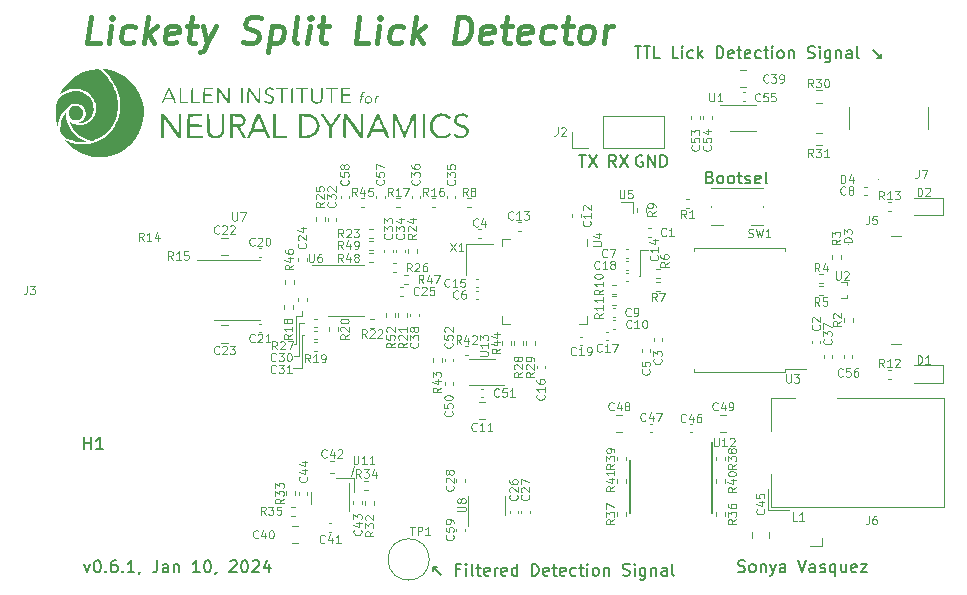
<source format=gto>
G04 #@! TF.GenerationSoftware,KiCad,Pcbnew,7.0.6-7.0.6~ubuntu20.04.1*
G04 #@! TF.CreationDate,2024-01-10T11:24:14-08:00*
G04 #@! TF.ProjectId,harp_lick_detector_capactive,68617270-5f6c-4696-936b-5f6465746563,rev?*
G04 #@! TF.SameCoordinates,PX640a5a0PY7088980*
G04 #@! TF.FileFunction,Legend,Top*
G04 #@! TF.FilePolarity,Positive*
%FSLAX46Y46*%
G04 Gerber Fmt 4.6, Leading zero omitted, Abs format (unit mm)*
G04 Created by KiCad (PCBNEW 7.0.6-7.0.6~ubuntu20.04.1) date 2024-01-10 11:24:14*
%MOMM*%
%LPD*%
G01*
G04 APERTURE LIST*
%ADD10C,0.100000*%
%ADD11C,0.200000*%
%ADD12C,0.150000*%
%ADD13C,0.400000*%
%ADD14C,0.120000*%
G04 APERTURE END LIST*
D10*
X53825000Y26200000D02*
X53925000Y26200000D01*
X24500000Y18400000D02*
X25250000Y18400000D01*
X25250000Y21200000D02*
X25400000Y21200000D01*
X24800000Y20400000D02*
X24600000Y20400000D01*
X24800000Y22800000D02*
X24800000Y20400000D01*
X25050000Y22200000D02*
X25400000Y22200000D01*
X24600000Y19400000D02*
X25050000Y19400000D01*
X25300000Y22800000D02*
X24800000Y22800000D01*
X25250000Y18400000D02*
X25250000Y21200000D01*
X53925000Y26200000D02*
X53925000Y28400000D01*
X29700000Y10100000D02*
X29400000Y9225000D01*
X53925000Y28400000D02*
X54600000Y28400000D01*
X25300000Y23200000D02*
X25300000Y22800000D01*
X25050000Y19400000D02*
X25050000Y22200000D01*
D11*
X59803006Y34556591D02*
X59945863Y34508972D01*
X59945863Y34508972D02*
X59993482Y34461353D01*
X59993482Y34461353D02*
X60041101Y34366115D01*
X60041101Y34366115D02*
X60041101Y34223258D01*
X60041101Y34223258D02*
X59993482Y34128020D01*
X59993482Y34128020D02*
X59945863Y34080400D01*
X59945863Y34080400D02*
X59850625Y34032781D01*
X59850625Y34032781D02*
X59469673Y34032781D01*
X59469673Y34032781D02*
X59469673Y35032781D01*
X59469673Y35032781D02*
X59803006Y35032781D01*
X59803006Y35032781D02*
X59898244Y34985162D01*
X59898244Y34985162D02*
X59945863Y34937543D01*
X59945863Y34937543D02*
X59993482Y34842305D01*
X59993482Y34842305D02*
X59993482Y34747067D01*
X59993482Y34747067D02*
X59945863Y34651829D01*
X59945863Y34651829D02*
X59898244Y34604210D01*
X59898244Y34604210D02*
X59803006Y34556591D01*
X59803006Y34556591D02*
X59469673Y34556591D01*
X60612530Y34032781D02*
X60517292Y34080400D01*
X60517292Y34080400D02*
X60469673Y34128020D01*
X60469673Y34128020D02*
X60422054Y34223258D01*
X60422054Y34223258D02*
X60422054Y34508972D01*
X60422054Y34508972D02*
X60469673Y34604210D01*
X60469673Y34604210D02*
X60517292Y34651829D01*
X60517292Y34651829D02*
X60612530Y34699448D01*
X60612530Y34699448D02*
X60755387Y34699448D01*
X60755387Y34699448D02*
X60850625Y34651829D01*
X60850625Y34651829D02*
X60898244Y34604210D01*
X60898244Y34604210D02*
X60945863Y34508972D01*
X60945863Y34508972D02*
X60945863Y34223258D01*
X60945863Y34223258D02*
X60898244Y34128020D01*
X60898244Y34128020D02*
X60850625Y34080400D01*
X60850625Y34080400D02*
X60755387Y34032781D01*
X60755387Y34032781D02*
X60612530Y34032781D01*
X61517292Y34032781D02*
X61422054Y34080400D01*
X61422054Y34080400D02*
X61374435Y34128020D01*
X61374435Y34128020D02*
X61326816Y34223258D01*
X61326816Y34223258D02*
X61326816Y34508972D01*
X61326816Y34508972D02*
X61374435Y34604210D01*
X61374435Y34604210D02*
X61422054Y34651829D01*
X61422054Y34651829D02*
X61517292Y34699448D01*
X61517292Y34699448D02*
X61660149Y34699448D01*
X61660149Y34699448D02*
X61755387Y34651829D01*
X61755387Y34651829D02*
X61803006Y34604210D01*
X61803006Y34604210D02*
X61850625Y34508972D01*
X61850625Y34508972D02*
X61850625Y34223258D01*
X61850625Y34223258D02*
X61803006Y34128020D01*
X61803006Y34128020D02*
X61755387Y34080400D01*
X61755387Y34080400D02*
X61660149Y34032781D01*
X61660149Y34032781D02*
X61517292Y34032781D01*
X62136340Y34699448D02*
X62517292Y34699448D01*
X62279197Y35032781D02*
X62279197Y34175639D01*
X62279197Y34175639D02*
X62326816Y34080400D01*
X62326816Y34080400D02*
X62422054Y34032781D01*
X62422054Y34032781D02*
X62517292Y34032781D01*
X62803007Y34080400D02*
X62898245Y34032781D01*
X62898245Y34032781D02*
X63088721Y34032781D01*
X63088721Y34032781D02*
X63183959Y34080400D01*
X63183959Y34080400D02*
X63231578Y34175639D01*
X63231578Y34175639D02*
X63231578Y34223258D01*
X63231578Y34223258D02*
X63183959Y34318496D01*
X63183959Y34318496D02*
X63088721Y34366115D01*
X63088721Y34366115D02*
X62945864Y34366115D01*
X62945864Y34366115D02*
X62850626Y34413734D01*
X62850626Y34413734D02*
X62803007Y34508972D01*
X62803007Y34508972D02*
X62803007Y34556591D01*
X62803007Y34556591D02*
X62850626Y34651829D01*
X62850626Y34651829D02*
X62945864Y34699448D01*
X62945864Y34699448D02*
X63088721Y34699448D01*
X63088721Y34699448D02*
X63183959Y34651829D01*
X64041102Y34080400D02*
X63945864Y34032781D01*
X63945864Y34032781D02*
X63755388Y34032781D01*
X63755388Y34032781D02*
X63660150Y34080400D01*
X63660150Y34080400D02*
X63612531Y34175639D01*
X63612531Y34175639D02*
X63612531Y34556591D01*
X63612531Y34556591D02*
X63660150Y34651829D01*
X63660150Y34651829D02*
X63755388Y34699448D01*
X63755388Y34699448D02*
X63945864Y34699448D01*
X63945864Y34699448D02*
X64041102Y34651829D01*
X64041102Y34651829D02*
X64088721Y34556591D01*
X64088721Y34556591D02*
X64088721Y34461353D01*
X64088721Y34461353D02*
X63612531Y34366115D01*
X64660150Y34032781D02*
X64564912Y34080400D01*
X64564912Y34080400D02*
X64517293Y34175639D01*
X64517293Y34175639D02*
X64517293Y35032781D01*
D12*
X36344169Y1544467D02*
X37010835Y877800D01*
X36677502Y1544467D02*
X36344169Y1544467D01*
X36344169Y1544467D02*
X36344169Y1211134D01*
X38629883Y1353991D02*
X38296550Y1353991D01*
X38296550Y830181D02*
X38296550Y1830181D01*
X38296550Y1830181D02*
X38772740Y1830181D01*
X39153693Y830181D02*
X39153693Y1496848D01*
X39153693Y1830181D02*
X39106074Y1782562D01*
X39106074Y1782562D02*
X39153693Y1734943D01*
X39153693Y1734943D02*
X39201312Y1782562D01*
X39201312Y1782562D02*
X39153693Y1830181D01*
X39153693Y1830181D02*
X39153693Y1734943D01*
X39772740Y830181D02*
X39677502Y877800D01*
X39677502Y877800D02*
X39629883Y973039D01*
X39629883Y973039D02*
X39629883Y1830181D01*
X40010836Y1496848D02*
X40391788Y1496848D01*
X40153693Y1830181D02*
X40153693Y973039D01*
X40153693Y973039D02*
X40201312Y877800D01*
X40201312Y877800D02*
X40296550Y830181D01*
X40296550Y830181D02*
X40391788Y830181D01*
X41106074Y877800D02*
X41010836Y830181D01*
X41010836Y830181D02*
X40820360Y830181D01*
X40820360Y830181D02*
X40725122Y877800D01*
X40725122Y877800D02*
X40677503Y973039D01*
X40677503Y973039D02*
X40677503Y1353991D01*
X40677503Y1353991D02*
X40725122Y1449229D01*
X40725122Y1449229D02*
X40820360Y1496848D01*
X40820360Y1496848D02*
X41010836Y1496848D01*
X41010836Y1496848D02*
X41106074Y1449229D01*
X41106074Y1449229D02*
X41153693Y1353991D01*
X41153693Y1353991D02*
X41153693Y1258753D01*
X41153693Y1258753D02*
X40677503Y1163515D01*
X41582265Y830181D02*
X41582265Y1496848D01*
X41582265Y1306372D02*
X41629884Y1401610D01*
X41629884Y1401610D02*
X41677503Y1449229D01*
X41677503Y1449229D02*
X41772741Y1496848D01*
X41772741Y1496848D02*
X41867979Y1496848D01*
X42582265Y877800D02*
X42487027Y830181D01*
X42487027Y830181D02*
X42296551Y830181D01*
X42296551Y830181D02*
X42201313Y877800D01*
X42201313Y877800D02*
X42153694Y973039D01*
X42153694Y973039D02*
X42153694Y1353991D01*
X42153694Y1353991D02*
X42201313Y1449229D01*
X42201313Y1449229D02*
X42296551Y1496848D01*
X42296551Y1496848D02*
X42487027Y1496848D01*
X42487027Y1496848D02*
X42582265Y1449229D01*
X42582265Y1449229D02*
X42629884Y1353991D01*
X42629884Y1353991D02*
X42629884Y1258753D01*
X42629884Y1258753D02*
X42153694Y1163515D01*
X43487027Y830181D02*
X43487027Y1830181D01*
X43487027Y877800D02*
X43391789Y830181D01*
X43391789Y830181D02*
X43201313Y830181D01*
X43201313Y830181D02*
X43106075Y877800D01*
X43106075Y877800D02*
X43058456Y925420D01*
X43058456Y925420D02*
X43010837Y1020658D01*
X43010837Y1020658D02*
X43010837Y1306372D01*
X43010837Y1306372D02*
X43058456Y1401610D01*
X43058456Y1401610D02*
X43106075Y1449229D01*
X43106075Y1449229D02*
X43201313Y1496848D01*
X43201313Y1496848D02*
X43391789Y1496848D01*
X43391789Y1496848D02*
X43487027Y1449229D01*
X44725123Y830181D02*
X44725123Y1830181D01*
X44725123Y1830181D02*
X44963218Y1830181D01*
X44963218Y1830181D02*
X45106075Y1782562D01*
X45106075Y1782562D02*
X45201313Y1687324D01*
X45201313Y1687324D02*
X45248932Y1592086D01*
X45248932Y1592086D02*
X45296551Y1401610D01*
X45296551Y1401610D02*
X45296551Y1258753D01*
X45296551Y1258753D02*
X45248932Y1068277D01*
X45248932Y1068277D02*
X45201313Y973039D01*
X45201313Y973039D02*
X45106075Y877800D01*
X45106075Y877800D02*
X44963218Y830181D01*
X44963218Y830181D02*
X44725123Y830181D01*
X46106075Y877800D02*
X46010837Y830181D01*
X46010837Y830181D02*
X45820361Y830181D01*
X45820361Y830181D02*
X45725123Y877800D01*
X45725123Y877800D02*
X45677504Y973039D01*
X45677504Y973039D02*
X45677504Y1353991D01*
X45677504Y1353991D02*
X45725123Y1449229D01*
X45725123Y1449229D02*
X45820361Y1496848D01*
X45820361Y1496848D02*
X46010837Y1496848D01*
X46010837Y1496848D02*
X46106075Y1449229D01*
X46106075Y1449229D02*
X46153694Y1353991D01*
X46153694Y1353991D02*
X46153694Y1258753D01*
X46153694Y1258753D02*
X45677504Y1163515D01*
X46439409Y1496848D02*
X46820361Y1496848D01*
X46582266Y1830181D02*
X46582266Y973039D01*
X46582266Y973039D02*
X46629885Y877800D01*
X46629885Y877800D02*
X46725123Y830181D01*
X46725123Y830181D02*
X46820361Y830181D01*
X47534647Y877800D02*
X47439409Y830181D01*
X47439409Y830181D02*
X47248933Y830181D01*
X47248933Y830181D02*
X47153695Y877800D01*
X47153695Y877800D02*
X47106076Y973039D01*
X47106076Y973039D02*
X47106076Y1353991D01*
X47106076Y1353991D02*
X47153695Y1449229D01*
X47153695Y1449229D02*
X47248933Y1496848D01*
X47248933Y1496848D02*
X47439409Y1496848D01*
X47439409Y1496848D02*
X47534647Y1449229D01*
X47534647Y1449229D02*
X47582266Y1353991D01*
X47582266Y1353991D02*
X47582266Y1258753D01*
X47582266Y1258753D02*
X47106076Y1163515D01*
X48439409Y877800D02*
X48344171Y830181D01*
X48344171Y830181D02*
X48153695Y830181D01*
X48153695Y830181D02*
X48058457Y877800D01*
X48058457Y877800D02*
X48010838Y925420D01*
X48010838Y925420D02*
X47963219Y1020658D01*
X47963219Y1020658D02*
X47963219Y1306372D01*
X47963219Y1306372D02*
X48010838Y1401610D01*
X48010838Y1401610D02*
X48058457Y1449229D01*
X48058457Y1449229D02*
X48153695Y1496848D01*
X48153695Y1496848D02*
X48344171Y1496848D01*
X48344171Y1496848D02*
X48439409Y1449229D01*
X48725124Y1496848D02*
X49106076Y1496848D01*
X48867981Y1830181D02*
X48867981Y973039D01*
X48867981Y973039D02*
X48915600Y877800D01*
X48915600Y877800D02*
X49010838Y830181D01*
X49010838Y830181D02*
X49106076Y830181D01*
X49439410Y830181D02*
X49439410Y1496848D01*
X49439410Y1830181D02*
X49391791Y1782562D01*
X49391791Y1782562D02*
X49439410Y1734943D01*
X49439410Y1734943D02*
X49487029Y1782562D01*
X49487029Y1782562D02*
X49439410Y1830181D01*
X49439410Y1830181D02*
X49439410Y1734943D01*
X50058457Y830181D02*
X49963219Y877800D01*
X49963219Y877800D02*
X49915600Y925420D01*
X49915600Y925420D02*
X49867981Y1020658D01*
X49867981Y1020658D02*
X49867981Y1306372D01*
X49867981Y1306372D02*
X49915600Y1401610D01*
X49915600Y1401610D02*
X49963219Y1449229D01*
X49963219Y1449229D02*
X50058457Y1496848D01*
X50058457Y1496848D02*
X50201314Y1496848D01*
X50201314Y1496848D02*
X50296552Y1449229D01*
X50296552Y1449229D02*
X50344171Y1401610D01*
X50344171Y1401610D02*
X50391790Y1306372D01*
X50391790Y1306372D02*
X50391790Y1020658D01*
X50391790Y1020658D02*
X50344171Y925420D01*
X50344171Y925420D02*
X50296552Y877800D01*
X50296552Y877800D02*
X50201314Y830181D01*
X50201314Y830181D02*
X50058457Y830181D01*
X50820362Y1496848D02*
X50820362Y830181D01*
X50820362Y1401610D02*
X50867981Y1449229D01*
X50867981Y1449229D02*
X50963219Y1496848D01*
X50963219Y1496848D02*
X51106076Y1496848D01*
X51106076Y1496848D02*
X51201314Y1449229D01*
X51201314Y1449229D02*
X51248933Y1353991D01*
X51248933Y1353991D02*
X51248933Y830181D01*
X52439410Y877800D02*
X52582267Y830181D01*
X52582267Y830181D02*
X52820362Y830181D01*
X52820362Y830181D02*
X52915600Y877800D01*
X52915600Y877800D02*
X52963219Y925420D01*
X52963219Y925420D02*
X53010838Y1020658D01*
X53010838Y1020658D02*
X53010838Y1115896D01*
X53010838Y1115896D02*
X52963219Y1211134D01*
X52963219Y1211134D02*
X52915600Y1258753D01*
X52915600Y1258753D02*
X52820362Y1306372D01*
X52820362Y1306372D02*
X52629886Y1353991D01*
X52629886Y1353991D02*
X52534648Y1401610D01*
X52534648Y1401610D02*
X52487029Y1449229D01*
X52487029Y1449229D02*
X52439410Y1544467D01*
X52439410Y1544467D02*
X52439410Y1639705D01*
X52439410Y1639705D02*
X52487029Y1734943D01*
X52487029Y1734943D02*
X52534648Y1782562D01*
X52534648Y1782562D02*
X52629886Y1830181D01*
X52629886Y1830181D02*
X52867981Y1830181D01*
X52867981Y1830181D02*
X53010838Y1782562D01*
X53439410Y830181D02*
X53439410Y1496848D01*
X53439410Y1830181D02*
X53391791Y1782562D01*
X53391791Y1782562D02*
X53439410Y1734943D01*
X53439410Y1734943D02*
X53487029Y1782562D01*
X53487029Y1782562D02*
X53439410Y1830181D01*
X53439410Y1830181D02*
X53439410Y1734943D01*
X54344171Y1496848D02*
X54344171Y687324D01*
X54344171Y687324D02*
X54296552Y592086D01*
X54296552Y592086D02*
X54248933Y544467D01*
X54248933Y544467D02*
X54153695Y496848D01*
X54153695Y496848D02*
X54010838Y496848D01*
X54010838Y496848D02*
X53915600Y544467D01*
X54344171Y877800D02*
X54248933Y830181D01*
X54248933Y830181D02*
X54058457Y830181D01*
X54058457Y830181D02*
X53963219Y877800D01*
X53963219Y877800D02*
X53915600Y925420D01*
X53915600Y925420D02*
X53867981Y1020658D01*
X53867981Y1020658D02*
X53867981Y1306372D01*
X53867981Y1306372D02*
X53915600Y1401610D01*
X53915600Y1401610D02*
X53963219Y1449229D01*
X53963219Y1449229D02*
X54058457Y1496848D01*
X54058457Y1496848D02*
X54248933Y1496848D01*
X54248933Y1496848D02*
X54344171Y1449229D01*
X54820362Y1496848D02*
X54820362Y830181D01*
X54820362Y1401610D02*
X54867981Y1449229D01*
X54867981Y1449229D02*
X54963219Y1496848D01*
X54963219Y1496848D02*
X55106076Y1496848D01*
X55106076Y1496848D02*
X55201314Y1449229D01*
X55201314Y1449229D02*
X55248933Y1353991D01*
X55248933Y1353991D02*
X55248933Y830181D01*
X56153695Y830181D02*
X56153695Y1353991D01*
X56153695Y1353991D02*
X56106076Y1449229D01*
X56106076Y1449229D02*
X56010838Y1496848D01*
X56010838Y1496848D02*
X55820362Y1496848D01*
X55820362Y1496848D02*
X55725124Y1449229D01*
X56153695Y877800D02*
X56058457Y830181D01*
X56058457Y830181D02*
X55820362Y830181D01*
X55820362Y830181D02*
X55725124Y877800D01*
X55725124Y877800D02*
X55677505Y973039D01*
X55677505Y973039D02*
X55677505Y1068277D01*
X55677505Y1068277D02*
X55725124Y1163515D01*
X55725124Y1163515D02*
X55820362Y1211134D01*
X55820362Y1211134D02*
X56058457Y1211134D01*
X56058457Y1211134D02*
X56153695Y1258753D01*
X56772743Y830181D02*
X56677505Y877800D01*
X56677505Y877800D02*
X56629886Y973039D01*
X56629886Y973039D02*
X56629886Y1830181D01*
D11*
X48726816Y36432781D02*
X49298244Y36432781D01*
X49012530Y35432781D02*
X49012530Y36432781D01*
X49536340Y36432781D02*
X50203006Y35432781D01*
X50203006Y36432781D02*
X49536340Y35432781D01*
X54093482Y36385162D02*
X53998244Y36432781D01*
X53998244Y36432781D02*
X53855387Y36432781D01*
X53855387Y36432781D02*
X53712530Y36385162D01*
X53712530Y36385162D02*
X53617292Y36289924D01*
X53617292Y36289924D02*
X53569673Y36194686D01*
X53569673Y36194686D02*
X53522054Y36004210D01*
X53522054Y36004210D02*
X53522054Y35861353D01*
X53522054Y35861353D02*
X53569673Y35670877D01*
X53569673Y35670877D02*
X53617292Y35575639D01*
X53617292Y35575639D02*
X53712530Y35480400D01*
X53712530Y35480400D02*
X53855387Y35432781D01*
X53855387Y35432781D02*
X53950625Y35432781D01*
X53950625Y35432781D02*
X54093482Y35480400D01*
X54093482Y35480400D02*
X54141101Y35528020D01*
X54141101Y35528020D02*
X54141101Y35861353D01*
X54141101Y35861353D02*
X53950625Y35861353D01*
X54569673Y35432781D02*
X54569673Y36432781D01*
X54569673Y36432781D02*
X55141101Y35432781D01*
X55141101Y35432781D02*
X55141101Y36432781D01*
X55617292Y35432781D02*
X55617292Y36432781D01*
X55617292Y36432781D02*
X55855387Y36432781D01*
X55855387Y36432781D02*
X55998244Y36385162D01*
X55998244Y36385162D02*
X56093482Y36289924D01*
X56093482Y36289924D02*
X56141101Y36194686D01*
X56141101Y36194686D02*
X56188720Y36004210D01*
X56188720Y36004210D02*
X56188720Y35861353D01*
X56188720Y35861353D02*
X56141101Y35670877D01*
X56141101Y35670877D02*
X56093482Y35575639D01*
X56093482Y35575639D02*
X55998244Y35480400D01*
X55998244Y35480400D02*
X55855387Y35432781D01*
X55855387Y35432781D02*
X55617292Y35432781D01*
D12*
X62189160Y1177800D02*
X62332017Y1130181D01*
X62332017Y1130181D02*
X62570112Y1130181D01*
X62570112Y1130181D02*
X62665350Y1177800D01*
X62665350Y1177800D02*
X62712969Y1225420D01*
X62712969Y1225420D02*
X62760588Y1320658D01*
X62760588Y1320658D02*
X62760588Y1415896D01*
X62760588Y1415896D02*
X62712969Y1511134D01*
X62712969Y1511134D02*
X62665350Y1558753D01*
X62665350Y1558753D02*
X62570112Y1606372D01*
X62570112Y1606372D02*
X62379636Y1653991D01*
X62379636Y1653991D02*
X62284398Y1701610D01*
X62284398Y1701610D02*
X62236779Y1749229D01*
X62236779Y1749229D02*
X62189160Y1844467D01*
X62189160Y1844467D02*
X62189160Y1939705D01*
X62189160Y1939705D02*
X62236779Y2034943D01*
X62236779Y2034943D02*
X62284398Y2082562D01*
X62284398Y2082562D02*
X62379636Y2130181D01*
X62379636Y2130181D02*
X62617731Y2130181D01*
X62617731Y2130181D02*
X62760588Y2082562D01*
X63332017Y1130181D02*
X63236779Y1177800D01*
X63236779Y1177800D02*
X63189160Y1225420D01*
X63189160Y1225420D02*
X63141541Y1320658D01*
X63141541Y1320658D02*
X63141541Y1606372D01*
X63141541Y1606372D02*
X63189160Y1701610D01*
X63189160Y1701610D02*
X63236779Y1749229D01*
X63236779Y1749229D02*
X63332017Y1796848D01*
X63332017Y1796848D02*
X63474874Y1796848D01*
X63474874Y1796848D02*
X63570112Y1749229D01*
X63570112Y1749229D02*
X63617731Y1701610D01*
X63617731Y1701610D02*
X63665350Y1606372D01*
X63665350Y1606372D02*
X63665350Y1320658D01*
X63665350Y1320658D02*
X63617731Y1225420D01*
X63617731Y1225420D02*
X63570112Y1177800D01*
X63570112Y1177800D02*
X63474874Y1130181D01*
X63474874Y1130181D02*
X63332017Y1130181D01*
X64093922Y1796848D02*
X64093922Y1130181D01*
X64093922Y1701610D02*
X64141541Y1749229D01*
X64141541Y1749229D02*
X64236779Y1796848D01*
X64236779Y1796848D02*
X64379636Y1796848D01*
X64379636Y1796848D02*
X64474874Y1749229D01*
X64474874Y1749229D02*
X64522493Y1653991D01*
X64522493Y1653991D02*
X64522493Y1130181D01*
X64903446Y1796848D02*
X65141541Y1130181D01*
X65379636Y1796848D02*
X65141541Y1130181D01*
X65141541Y1130181D02*
X65046303Y892086D01*
X65046303Y892086D02*
X64998684Y844467D01*
X64998684Y844467D02*
X64903446Y796848D01*
X66189160Y1130181D02*
X66189160Y1653991D01*
X66189160Y1653991D02*
X66141541Y1749229D01*
X66141541Y1749229D02*
X66046303Y1796848D01*
X66046303Y1796848D02*
X65855827Y1796848D01*
X65855827Y1796848D02*
X65760589Y1749229D01*
X66189160Y1177800D02*
X66093922Y1130181D01*
X66093922Y1130181D02*
X65855827Y1130181D01*
X65855827Y1130181D02*
X65760589Y1177800D01*
X65760589Y1177800D02*
X65712970Y1273039D01*
X65712970Y1273039D02*
X65712970Y1368277D01*
X65712970Y1368277D02*
X65760589Y1463515D01*
X65760589Y1463515D02*
X65855827Y1511134D01*
X65855827Y1511134D02*
X66093922Y1511134D01*
X66093922Y1511134D02*
X66189160Y1558753D01*
X67284399Y2130181D02*
X67617732Y1130181D01*
X67617732Y1130181D02*
X67951065Y2130181D01*
X68712970Y1130181D02*
X68712970Y1653991D01*
X68712970Y1653991D02*
X68665351Y1749229D01*
X68665351Y1749229D02*
X68570113Y1796848D01*
X68570113Y1796848D02*
X68379637Y1796848D01*
X68379637Y1796848D02*
X68284399Y1749229D01*
X68712970Y1177800D02*
X68617732Y1130181D01*
X68617732Y1130181D02*
X68379637Y1130181D01*
X68379637Y1130181D02*
X68284399Y1177800D01*
X68284399Y1177800D02*
X68236780Y1273039D01*
X68236780Y1273039D02*
X68236780Y1368277D01*
X68236780Y1368277D02*
X68284399Y1463515D01*
X68284399Y1463515D02*
X68379637Y1511134D01*
X68379637Y1511134D02*
X68617732Y1511134D01*
X68617732Y1511134D02*
X68712970Y1558753D01*
X69141542Y1177800D02*
X69236780Y1130181D01*
X69236780Y1130181D02*
X69427256Y1130181D01*
X69427256Y1130181D02*
X69522494Y1177800D01*
X69522494Y1177800D02*
X69570113Y1273039D01*
X69570113Y1273039D02*
X69570113Y1320658D01*
X69570113Y1320658D02*
X69522494Y1415896D01*
X69522494Y1415896D02*
X69427256Y1463515D01*
X69427256Y1463515D02*
X69284399Y1463515D01*
X69284399Y1463515D02*
X69189161Y1511134D01*
X69189161Y1511134D02*
X69141542Y1606372D01*
X69141542Y1606372D02*
X69141542Y1653991D01*
X69141542Y1653991D02*
X69189161Y1749229D01*
X69189161Y1749229D02*
X69284399Y1796848D01*
X69284399Y1796848D02*
X69427256Y1796848D01*
X69427256Y1796848D02*
X69522494Y1749229D01*
X70427256Y1796848D02*
X70427256Y796848D01*
X70427256Y1177800D02*
X70332018Y1130181D01*
X70332018Y1130181D02*
X70141542Y1130181D01*
X70141542Y1130181D02*
X70046304Y1177800D01*
X70046304Y1177800D02*
X69998685Y1225420D01*
X69998685Y1225420D02*
X69951066Y1320658D01*
X69951066Y1320658D02*
X69951066Y1606372D01*
X69951066Y1606372D02*
X69998685Y1701610D01*
X69998685Y1701610D02*
X70046304Y1749229D01*
X70046304Y1749229D02*
X70141542Y1796848D01*
X70141542Y1796848D02*
X70332018Y1796848D01*
X70332018Y1796848D02*
X70427256Y1749229D01*
X71332018Y1796848D02*
X71332018Y1130181D01*
X70903447Y1796848D02*
X70903447Y1273039D01*
X70903447Y1273039D02*
X70951066Y1177800D01*
X70951066Y1177800D02*
X71046304Y1130181D01*
X71046304Y1130181D02*
X71189161Y1130181D01*
X71189161Y1130181D02*
X71284399Y1177800D01*
X71284399Y1177800D02*
X71332018Y1225420D01*
X72189161Y1177800D02*
X72093923Y1130181D01*
X72093923Y1130181D02*
X71903447Y1130181D01*
X71903447Y1130181D02*
X71808209Y1177800D01*
X71808209Y1177800D02*
X71760590Y1273039D01*
X71760590Y1273039D02*
X71760590Y1653991D01*
X71760590Y1653991D02*
X71808209Y1749229D01*
X71808209Y1749229D02*
X71903447Y1796848D01*
X71903447Y1796848D02*
X72093923Y1796848D01*
X72093923Y1796848D02*
X72189161Y1749229D01*
X72189161Y1749229D02*
X72236780Y1653991D01*
X72236780Y1653991D02*
X72236780Y1558753D01*
X72236780Y1558753D02*
X71760590Y1463515D01*
X72570114Y1796848D02*
X73093923Y1796848D01*
X73093923Y1796848D02*
X72570114Y1130181D01*
X72570114Y1130181D02*
X73093923Y1130181D01*
D11*
X53426816Y45632781D02*
X53998244Y45632781D01*
X53712530Y44632781D02*
X53712530Y45632781D01*
X54188721Y45632781D02*
X54760149Y45632781D01*
X54474435Y44632781D02*
X54474435Y45632781D01*
X55569673Y44632781D02*
X55093483Y44632781D01*
X55093483Y44632781D02*
X55093483Y45632781D01*
X57141102Y44632781D02*
X56664912Y44632781D01*
X56664912Y44632781D02*
X56664912Y45632781D01*
X57474436Y44632781D02*
X57474436Y45299448D01*
X57474436Y45632781D02*
X57426817Y45585162D01*
X57426817Y45585162D02*
X57474436Y45537543D01*
X57474436Y45537543D02*
X57522055Y45585162D01*
X57522055Y45585162D02*
X57474436Y45632781D01*
X57474436Y45632781D02*
X57474436Y45537543D01*
X58379197Y44680400D02*
X58283959Y44632781D01*
X58283959Y44632781D02*
X58093483Y44632781D01*
X58093483Y44632781D02*
X57998245Y44680400D01*
X57998245Y44680400D02*
X57950626Y44728020D01*
X57950626Y44728020D02*
X57903007Y44823258D01*
X57903007Y44823258D02*
X57903007Y45108972D01*
X57903007Y45108972D02*
X57950626Y45204210D01*
X57950626Y45204210D02*
X57998245Y45251829D01*
X57998245Y45251829D02*
X58093483Y45299448D01*
X58093483Y45299448D02*
X58283959Y45299448D01*
X58283959Y45299448D02*
X58379197Y45251829D01*
X58807769Y44632781D02*
X58807769Y45632781D01*
X58903007Y45013734D02*
X59188721Y44632781D01*
X59188721Y45299448D02*
X58807769Y44918496D01*
X60379198Y44632781D02*
X60379198Y45632781D01*
X60379198Y45632781D02*
X60617293Y45632781D01*
X60617293Y45632781D02*
X60760150Y45585162D01*
X60760150Y45585162D02*
X60855388Y45489924D01*
X60855388Y45489924D02*
X60903007Y45394686D01*
X60903007Y45394686D02*
X60950626Y45204210D01*
X60950626Y45204210D02*
X60950626Y45061353D01*
X60950626Y45061353D02*
X60903007Y44870877D01*
X60903007Y44870877D02*
X60855388Y44775639D01*
X60855388Y44775639D02*
X60760150Y44680400D01*
X60760150Y44680400D02*
X60617293Y44632781D01*
X60617293Y44632781D02*
X60379198Y44632781D01*
X61760150Y44680400D02*
X61664912Y44632781D01*
X61664912Y44632781D02*
X61474436Y44632781D01*
X61474436Y44632781D02*
X61379198Y44680400D01*
X61379198Y44680400D02*
X61331579Y44775639D01*
X61331579Y44775639D02*
X61331579Y45156591D01*
X61331579Y45156591D02*
X61379198Y45251829D01*
X61379198Y45251829D02*
X61474436Y45299448D01*
X61474436Y45299448D02*
X61664912Y45299448D01*
X61664912Y45299448D02*
X61760150Y45251829D01*
X61760150Y45251829D02*
X61807769Y45156591D01*
X61807769Y45156591D02*
X61807769Y45061353D01*
X61807769Y45061353D02*
X61331579Y44966115D01*
X62093484Y45299448D02*
X62474436Y45299448D01*
X62236341Y45632781D02*
X62236341Y44775639D01*
X62236341Y44775639D02*
X62283960Y44680400D01*
X62283960Y44680400D02*
X62379198Y44632781D01*
X62379198Y44632781D02*
X62474436Y44632781D01*
X63188722Y44680400D02*
X63093484Y44632781D01*
X63093484Y44632781D02*
X62903008Y44632781D01*
X62903008Y44632781D02*
X62807770Y44680400D01*
X62807770Y44680400D02*
X62760151Y44775639D01*
X62760151Y44775639D02*
X62760151Y45156591D01*
X62760151Y45156591D02*
X62807770Y45251829D01*
X62807770Y45251829D02*
X62903008Y45299448D01*
X62903008Y45299448D02*
X63093484Y45299448D01*
X63093484Y45299448D02*
X63188722Y45251829D01*
X63188722Y45251829D02*
X63236341Y45156591D01*
X63236341Y45156591D02*
X63236341Y45061353D01*
X63236341Y45061353D02*
X62760151Y44966115D01*
X64093484Y44680400D02*
X63998246Y44632781D01*
X63998246Y44632781D02*
X63807770Y44632781D01*
X63807770Y44632781D02*
X63712532Y44680400D01*
X63712532Y44680400D02*
X63664913Y44728020D01*
X63664913Y44728020D02*
X63617294Y44823258D01*
X63617294Y44823258D02*
X63617294Y45108972D01*
X63617294Y45108972D02*
X63664913Y45204210D01*
X63664913Y45204210D02*
X63712532Y45251829D01*
X63712532Y45251829D02*
X63807770Y45299448D01*
X63807770Y45299448D02*
X63998246Y45299448D01*
X63998246Y45299448D02*
X64093484Y45251829D01*
X64379199Y45299448D02*
X64760151Y45299448D01*
X64522056Y45632781D02*
X64522056Y44775639D01*
X64522056Y44775639D02*
X64569675Y44680400D01*
X64569675Y44680400D02*
X64664913Y44632781D01*
X64664913Y44632781D02*
X64760151Y44632781D01*
X65093485Y44632781D02*
X65093485Y45299448D01*
X65093485Y45632781D02*
X65045866Y45585162D01*
X65045866Y45585162D02*
X65093485Y45537543D01*
X65093485Y45537543D02*
X65141104Y45585162D01*
X65141104Y45585162D02*
X65093485Y45632781D01*
X65093485Y45632781D02*
X65093485Y45537543D01*
X65712532Y44632781D02*
X65617294Y44680400D01*
X65617294Y44680400D02*
X65569675Y44728020D01*
X65569675Y44728020D02*
X65522056Y44823258D01*
X65522056Y44823258D02*
X65522056Y45108972D01*
X65522056Y45108972D02*
X65569675Y45204210D01*
X65569675Y45204210D02*
X65617294Y45251829D01*
X65617294Y45251829D02*
X65712532Y45299448D01*
X65712532Y45299448D02*
X65855389Y45299448D01*
X65855389Y45299448D02*
X65950627Y45251829D01*
X65950627Y45251829D02*
X65998246Y45204210D01*
X65998246Y45204210D02*
X66045865Y45108972D01*
X66045865Y45108972D02*
X66045865Y44823258D01*
X66045865Y44823258D02*
X65998246Y44728020D01*
X65998246Y44728020D02*
X65950627Y44680400D01*
X65950627Y44680400D02*
X65855389Y44632781D01*
X65855389Y44632781D02*
X65712532Y44632781D01*
X66474437Y45299448D02*
X66474437Y44632781D01*
X66474437Y45204210D02*
X66522056Y45251829D01*
X66522056Y45251829D02*
X66617294Y45299448D01*
X66617294Y45299448D02*
X66760151Y45299448D01*
X66760151Y45299448D02*
X66855389Y45251829D01*
X66855389Y45251829D02*
X66903008Y45156591D01*
X66903008Y45156591D02*
X66903008Y44632781D01*
X68093485Y44680400D02*
X68236342Y44632781D01*
X68236342Y44632781D02*
X68474437Y44632781D01*
X68474437Y44632781D02*
X68569675Y44680400D01*
X68569675Y44680400D02*
X68617294Y44728020D01*
X68617294Y44728020D02*
X68664913Y44823258D01*
X68664913Y44823258D02*
X68664913Y44918496D01*
X68664913Y44918496D02*
X68617294Y45013734D01*
X68617294Y45013734D02*
X68569675Y45061353D01*
X68569675Y45061353D02*
X68474437Y45108972D01*
X68474437Y45108972D02*
X68283961Y45156591D01*
X68283961Y45156591D02*
X68188723Y45204210D01*
X68188723Y45204210D02*
X68141104Y45251829D01*
X68141104Y45251829D02*
X68093485Y45347067D01*
X68093485Y45347067D02*
X68093485Y45442305D01*
X68093485Y45442305D02*
X68141104Y45537543D01*
X68141104Y45537543D02*
X68188723Y45585162D01*
X68188723Y45585162D02*
X68283961Y45632781D01*
X68283961Y45632781D02*
X68522056Y45632781D01*
X68522056Y45632781D02*
X68664913Y45585162D01*
X69093485Y44632781D02*
X69093485Y45299448D01*
X69093485Y45632781D02*
X69045866Y45585162D01*
X69045866Y45585162D02*
X69093485Y45537543D01*
X69093485Y45537543D02*
X69141104Y45585162D01*
X69141104Y45585162D02*
X69093485Y45632781D01*
X69093485Y45632781D02*
X69093485Y45537543D01*
X69998246Y45299448D02*
X69998246Y44489924D01*
X69998246Y44489924D02*
X69950627Y44394686D01*
X69950627Y44394686D02*
X69903008Y44347067D01*
X69903008Y44347067D02*
X69807770Y44299448D01*
X69807770Y44299448D02*
X69664913Y44299448D01*
X69664913Y44299448D02*
X69569675Y44347067D01*
X69998246Y44680400D02*
X69903008Y44632781D01*
X69903008Y44632781D02*
X69712532Y44632781D01*
X69712532Y44632781D02*
X69617294Y44680400D01*
X69617294Y44680400D02*
X69569675Y44728020D01*
X69569675Y44728020D02*
X69522056Y44823258D01*
X69522056Y44823258D02*
X69522056Y45108972D01*
X69522056Y45108972D02*
X69569675Y45204210D01*
X69569675Y45204210D02*
X69617294Y45251829D01*
X69617294Y45251829D02*
X69712532Y45299448D01*
X69712532Y45299448D02*
X69903008Y45299448D01*
X69903008Y45299448D02*
X69998246Y45251829D01*
X70474437Y45299448D02*
X70474437Y44632781D01*
X70474437Y45204210D02*
X70522056Y45251829D01*
X70522056Y45251829D02*
X70617294Y45299448D01*
X70617294Y45299448D02*
X70760151Y45299448D01*
X70760151Y45299448D02*
X70855389Y45251829D01*
X70855389Y45251829D02*
X70903008Y45156591D01*
X70903008Y45156591D02*
X70903008Y44632781D01*
X71807770Y44632781D02*
X71807770Y45156591D01*
X71807770Y45156591D02*
X71760151Y45251829D01*
X71760151Y45251829D02*
X71664913Y45299448D01*
X71664913Y45299448D02*
X71474437Y45299448D01*
X71474437Y45299448D02*
X71379199Y45251829D01*
X71807770Y44680400D02*
X71712532Y44632781D01*
X71712532Y44632781D02*
X71474437Y44632781D01*
X71474437Y44632781D02*
X71379199Y44680400D01*
X71379199Y44680400D02*
X71331580Y44775639D01*
X71331580Y44775639D02*
X71331580Y44870877D01*
X71331580Y44870877D02*
X71379199Y44966115D01*
X71379199Y44966115D02*
X71474437Y45013734D01*
X71474437Y45013734D02*
X71712532Y45013734D01*
X71712532Y45013734D02*
X71807770Y45061353D01*
X72426818Y44632781D02*
X72331580Y44680400D01*
X72331580Y44680400D02*
X72283961Y44775639D01*
X72283961Y44775639D02*
X72283961Y45632781D01*
X74283961Y44680400D02*
X73617295Y45347067D01*
X73950628Y44680400D02*
X74283961Y44680400D01*
X74283961Y44680400D02*
X74283961Y45013734D01*
D13*
X8156907Y45896158D02*
X7085478Y45896158D01*
X7085478Y45896158D02*
X7366728Y48146158D01*
X8906907Y45896158D02*
X9094407Y47396158D01*
X9188157Y48146158D02*
X9067621Y48039015D01*
X9067621Y48039015D02*
X9161371Y47931872D01*
X9161371Y47931872D02*
X9281907Y48039015D01*
X9281907Y48039015D02*
X9188157Y48146158D01*
X9188157Y48146158D02*
X9161371Y47931872D01*
X10956015Y46003300D02*
X10728336Y45896158D01*
X10728336Y45896158D02*
X10299765Y45896158D01*
X10299765Y45896158D02*
X10098872Y46003300D01*
X10098872Y46003300D02*
X10005122Y46110443D01*
X10005122Y46110443D02*
X9924765Y46324729D01*
X9924765Y46324729D02*
X10005122Y46967586D01*
X10005122Y46967586D02*
X10139050Y47181872D01*
X10139050Y47181872D02*
X10259586Y47289015D01*
X10259586Y47289015D02*
X10487265Y47396158D01*
X10487265Y47396158D02*
X10915836Y47396158D01*
X10915836Y47396158D02*
X11116729Y47289015D01*
X11906907Y45896158D02*
X12188157Y48146158D01*
X12228336Y46753300D02*
X12764050Y45896158D01*
X12951550Y47396158D02*
X11987264Y46539015D01*
X14598872Y46003300D02*
X14371193Y45896158D01*
X14371193Y45896158D02*
X13942622Y45896158D01*
X13942622Y45896158D02*
X13741729Y46003300D01*
X13741729Y46003300D02*
X13661372Y46217586D01*
X13661372Y46217586D02*
X13768515Y47074729D01*
X13768515Y47074729D02*
X13902443Y47289015D01*
X13902443Y47289015D02*
X14130122Y47396158D01*
X14130122Y47396158D02*
X14558693Y47396158D01*
X14558693Y47396158D02*
X14759586Y47289015D01*
X14759586Y47289015D02*
X14839943Y47074729D01*
X14839943Y47074729D02*
X14813157Y46860443D01*
X14813157Y46860443D02*
X13714943Y46646158D01*
X15522978Y47396158D02*
X16380121Y47396158D01*
X15938157Y48146158D02*
X15697086Y46217586D01*
X15697086Y46217586D02*
X15777443Y46003300D01*
X15777443Y46003300D02*
X15978336Y45896158D01*
X15978336Y45896158D02*
X16192621Y45896158D01*
X16915835Y47396158D02*
X17264050Y45896158D01*
X17987264Y47396158D02*
X17264050Y45896158D01*
X17264050Y45896158D02*
X16982800Y45360443D01*
X16982800Y45360443D02*
X16862264Y45253300D01*
X16862264Y45253300D02*
X16634585Y45146158D01*
X20277443Y46003300D02*
X20585479Y45896158D01*
X20585479Y45896158D02*
X21121193Y45896158D01*
X21121193Y45896158D02*
X21348872Y46003300D01*
X21348872Y46003300D02*
X21469407Y46110443D01*
X21469407Y46110443D02*
X21603336Y46324729D01*
X21603336Y46324729D02*
X21630122Y46539015D01*
X21630122Y46539015D02*
X21549764Y46753300D01*
X21549764Y46753300D02*
X21456014Y46860443D01*
X21456014Y46860443D02*
X21255122Y46967586D01*
X21255122Y46967586D02*
X20839943Y47074729D01*
X20839943Y47074729D02*
X20639050Y47181872D01*
X20639050Y47181872D02*
X20545300Y47289015D01*
X20545300Y47289015D02*
X20464943Y47503300D01*
X20464943Y47503300D02*
X20491729Y47717586D01*
X20491729Y47717586D02*
X20625657Y47931872D01*
X20625657Y47931872D02*
X20746193Y48039015D01*
X20746193Y48039015D02*
X20973872Y48146158D01*
X20973872Y48146158D02*
X21509586Y48146158D01*
X21509586Y48146158D02*
X21817622Y48039015D01*
X22701550Y47396158D02*
X22420300Y45146158D01*
X22688157Y47289015D02*
X22915836Y47396158D01*
X22915836Y47396158D02*
X23344407Y47396158D01*
X23344407Y47396158D02*
X23545300Y47289015D01*
X23545300Y47289015D02*
X23639050Y47181872D01*
X23639050Y47181872D02*
X23719407Y46967586D01*
X23719407Y46967586D02*
X23639050Y46324729D01*
X23639050Y46324729D02*
X23505121Y46110443D01*
X23505121Y46110443D02*
X23384586Y46003300D01*
X23384586Y46003300D02*
X23156907Y45896158D01*
X23156907Y45896158D02*
X22728336Y45896158D01*
X22728336Y45896158D02*
X22527443Y46003300D01*
X24871193Y45896158D02*
X24670300Y46003300D01*
X24670300Y46003300D02*
X24589943Y46217586D01*
X24589943Y46217586D02*
X24831014Y48146158D01*
X25728335Y45896158D02*
X25915835Y47396158D01*
X26009585Y48146158D02*
X25889049Y48039015D01*
X25889049Y48039015D02*
X25982799Y47931872D01*
X25982799Y47931872D02*
X26103335Y48039015D01*
X26103335Y48039015D02*
X26009585Y48146158D01*
X26009585Y48146158D02*
X25982799Y47931872D01*
X26665835Y47396158D02*
X27522978Y47396158D01*
X27081014Y48146158D02*
X26839943Y46217586D01*
X26839943Y46217586D02*
X26920300Y46003300D01*
X26920300Y46003300D02*
X27121193Y45896158D01*
X27121193Y45896158D02*
X27335478Y45896158D01*
X30871193Y45896158D02*
X29799764Y45896158D01*
X29799764Y45896158D02*
X30081014Y48146158D01*
X31621193Y45896158D02*
X31808693Y47396158D01*
X31902443Y48146158D02*
X31781907Y48039015D01*
X31781907Y48039015D02*
X31875657Y47931872D01*
X31875657Y47931872D02*
X31996193Y48039015D01*
X31996193Y48039015D02*
X31902443Y48146158D01*
X31902443Y48146158D02*
X31875657Y47931872D01*
X33670301Y46003300D02*
X33442622Y45896158D01*
X33442622Y45896158D02*
X33014051Y45896158D01*
X33014051Y45896158D02*
X32813158Y46003300D01*
X32813158Y46003300D02*
X32719408Y46110443D01*
X32719408Y46110443D02*
X32639051Y46324729D01*
X32639051Y46324729D02*
X32719408Y46967586D01*
X32719408Y46967586D02*
X32853336Y47181872D01*
X32853336Y47181872D02*
X32973872Y47289015D01*
X32973872Y47289015D02*
X33201551Y47396158D01*
X33201551Y47396158D02*
X33630122Y47396158D01*
X33630122Y47396158D02*
X33831015Y47289015D01*
X34621193Y45896158D02*
X34902443Y48146158D01*
X34942622Y46753300D02*
X35478336Y45896158D01*
X35665836Y47396158D02*
X34701550Y46539015D01*
X38156908Y45896158D02*
X38438158Y48146158D01*
X38438158Y48146158D02*
X38973872Y48146158D01*
X38973872Y48146158D02*
X39281908Y48039015D01*
X39281908Y48039015D02*
X39469408Y47824729D01*
X39469408Y47824729D02*
X39549765Y47610443D01*
X39549765Y47610443D02*
X39603337Y47181872D01*
X39603337Y47181872D02*
X39563158Y46860443D01*
X39563158Y46860443D02*
X39402444Y46431872D01*
X39402444Y46431872D02*
X39268515Y46217586D01*
X39268515Y46217586D02*
X39027444Y46003300D01*
X39027444Y46003300D02*
X38692622Y45896158D01*
X38692622Y45896158D02*
X38156908Y45896158D01*
X41277444Y46003300D02*
X41049765Y45896158D01*
X41049765Y45896158D02*
X40621194Y45896158D01*
X40621194Y45896158D02*
X40420301Y46003300D01*
X40420301Y46003300D02*
X40339944Y46217586D01*
X40339944Y46217586D02*
X40447087Y47074729D01*
X40447087Y47074729D02*
X40581015Y47289015D01*
X40581015Y47289015D02*
X40808694Y47396158D01*
X40808694Y47396158D02*
X41237265Y47396158D01*
X41237265Y47396158D02*
X41438158Y47289015D01*
X41438158Y47289015D02*
X41518515Y47074729D01*
X41518515Y47074729D02*
X41491729Y46860443D01*
X41491729Y46860443D02*
X40393515Y46646158D01*
X42201550Y47396158D02*
X43058693Y47396158D01*
X42616729Y48146158D02*
X42375658Y46217586D01*
X42375658Y46217586D02*
X42456015Y46003300D01*
X42456015Y46003300D02*
X42656908Y45896158D01*
X42656908Y45896158D02*
X42871193Y45896158D01*
X44491729Y46003300D02*
X44264050Y45896158D01*
X44264050Y45896158D02*
X43835479Y45896158D01*
X43835479Y45896158D02*
X43634586Y46003300D01*
X43634586Y46003300D02*
X43554229Y46217586D01*
X43554229Y46217586D02*
X43661372Y47074729D01*
X43661372Y47074729D02*
X43795300Y47289015D01*
X43795300Y47289015D02*
X44022979Y47396158D01*
X44022979Y47396158D02*
X44451550Y47396158D01*
X44451550Y47396158D02*
X44652443Y47289015D01*
X44652443Y47289015D02*
X44732800Y47074729D01*
X44732800Y47074729D02*
X44706014Y46860443D01*
X44706014Y46860443D02*
X43607800Y46646158D01*
X46527443Y46003300D02*
X46299764Y45896158D01*
X46299764Y45896158D02*
X45871193Y45896158D01*
X45871193Y45896158D02*
X45670300Y46003300D01*
X45670300Y46003300D02*
X45576550Y46110443D01*
X45576550Y46110443D02*
X45496193Y46324729D01*
X45496193Y46324729D02*
X45576550Y46967586D01*
X45576550Y46967586D02*
X45710478Y47181872D01*
X45710478Y47181872D02*
X45831014Y47289015D01*
X45831014Y47289015D02*
X46058693Y47396158D01*
X46058693Y47396158D02*
X46487264Y47396158D01*
X46487264Y47396158D02*
X46688157Y47289015D01*
X47344406Y47396158D02*
X48201549Y47396158D01*
X47759585Y48146158D02*
X47518514Y46217586D01*
X47518514Y46217586D02*
X47598871Y46003300D01*
X47598871Y46003300D02*
X47799764Y45896158D01*
X47799764Y45896158D02*
X48014049Y45896158D01*
X49085478Y45896158D02*
X48884585Y46003300D01*
X48884585Y46003300D02*
X48790835Y46110443D01*
X48790835Y46110443D02*
X48710478Y46324729D01*
X48710478Y46324729D02*
X48790835Y46967586D01*
X48790835Y46967586D02*
X48924763Y47181872D01*
X48924763Y47181872D02*
X49045299Y47289015D01*
X49045299Y47289015D02*
X49272978Y47396158D01*
X49272978Y47396158D02*
X49594406Y47396158D01*
X49594406Y47396158D02*
X49795299Y47289015D01*
X49795299Y47289015D02*
X49889049Y47181872D01*
X49889049Y47181872D02*
X49969406Y46967586D01*
X49969406Y46967586D02*
X49889049Y46324729D01*
X49889049Y46324729D02*
X49755120Y46110443D01*
X49755120Y46110443D02*
X49634585Y46003300D01*
X49634585Y46003300D02*
X49406906Y45896158D01*
X49406906Y45896158D02*
X49085478Y45896158D01*
X50799763Y45896158D02*
X50987263Y47396158D01*
X50933692Y46967586D02*
X51067620Y47181872D01*
X51067620Y47181872D02*
X51188156Y47289015D01*
X51188156Y47289015D02*
X51415834Y47396158D01*
X51415834Y47396158D02*
X51630120Y47396158D01*
D12*
X6841541Y1796848D02*
X7079636Y1130181D01*
X7079636Y1130181D02*
X7317731Y1796848D01*
X7889160Y2130181D02*
X7984398Y2130181D01*
X7984398Y2130181D02*
X8079636Y2082562D01*
X8079636Y2082562D02*
X8127255Y2034943D01*
X8127255Y2034943D02*
X8174874Y1939705D01*
X8174874Y1939705D02*
X8222493Y1749229D01*
X8222493Y1749229D02*
X8222493Y1511134D01*
X8222493Y1511134D02*
X8174874Y1320658D01*
X8174874Y1320658D02*
X8127255Y1225420D01*
X8127255Y1225420D02*
X8079636Y1177800D01*
X8079636Y1177800D02*
X7984398Y1130181D01*
X7984398Y1130181D02*
X7889160Y1130181D01*
X7889160Y1130181D02*
X7793922Y1177800D01*
X7793922Y1177800D02*
X7746303Y1225420D01*
X7746303Y1225420D02*
X7698684Y1320658D01*
X7698684Y1320658D02*
X7651065Y1511134D01*
X7651065Y1511134D02*
X7651065Y1749229D01*
X7651065Y1749229D02*
X7698684Y1939705D01*
X7698684Y1939705D02*
X7746303Y2034943D01*
X7746303Y2034943D02*
X7793922Y2082562D01*
X7793922Y2082562D02*
X7889160Y2130181D01*
X8651065Y1225420D02*
X8698684Y1177800D01*
X8698684Y1177800D02*
X8651065Y1130181D01*
X8651065Y1130181D02*
X8603446Y1177800D01*
X8603446Y1177800D02*
X8651065Y1225420D01*
X8651065Y1225420D02*
X8651065Y1130181D01*
X9555826Y2130181D02*
X9365350Y2130181D01*
X9365350Y2130181D02*
X9270112Y2082562D01*
X9270112Y2082562D02*
X9222493Y2034943D01*
X9222493Y2034943D02*
X9127255Y1892086D01*
X9127255Y1892086D02*
X9079636Y1701610D01*
X9079636Y1701610D02*
X9079636Y1320658D01*
X9079636Y1320658D02*
X9127255Y1225420D01*
X9127255Y1225420D02*
X9174874Y1177800D01*
X9174874Y1177800D02*
X9270112Y1130181D01*
X9270112Y1130181D02*
X9460588Y1130181D01*
X9460588Y1130181D02*
X9555826Y1177800D01*
X9555826Y1177800D02*
X9603445Y1225420D01*
X9603445Y1225420D02*
X9651064Y1320658D01*
X9651064Y1320658D02*
X9651064Y1558753D01*
X9651064Y1558753D02*
X9603445Y1653991D01*
X9603445Y1653991D02*
X9555826Y1701610D01*
X9555826Y1701610D02*
X9460588Y1749229D01*
X9460588Y1749229D02*
X9270112Y1749229D01*
X9270112Y1749229D02*
X9174874Y1701610D01*
X9174874Y1701610D02*
X9127255Y1653991D01*
X9127255Y1653991D02*
X9079636Y1558753D01*
X10079636Y1225420D02*
X10127255Y1177800D01*
X10127255Y1177800D02*
X10079636Y1130181D01*
X10079636Y1130181D02*
X10032017Y1177800D01*
X10032017Y1177800D02*
X10079636Y1225420D01*
X10079636Y1225420D02*
X10079636Y1130181D01*
X11079635Y1130181D02*
X10508207Y1130181D01*
X10793921Y1130181D02*
X10793921Y2130181D01*
X10793921Y2130181D02*
X10698683Y1987324D01*
X10698683Y1987324D02*
X10603445Y1892086D01*
X10603445Y1892086D02*
X10508207Y1844467D01*
X11555826Y1177800D02*
X11555826Y1130181D01*
X11555826Y1130181D02*
X11508207Y1034943D01*
X11508207Y1034943D02*
X11460588Y987324D01*
X13032016Y2130181D02*
X13032016Y1415896D01*
X13032016Y1415896D02*
X12984397Y1273039D01*
X12984397Y1273039D02*
X12889159Y1177800D01*
X12889159Y1177800D02*
X12746302Y1130181D01*
X12746302Y1130181D02*
X12651064Y1130181D01*
X13936778Y1130181D02*
X13936778Y1653991D01*
X13936778Y1653991D02*
X13889159Y1749229D01*
X13889159Y1749229D02*
X13793921Y1796848D01*
X13793921Y1796848D02*
X13603445Y1796848D01*
X13603445Y1796848D02*
X13508207Y1749229D01*
X13936778Y1177800D02*
X13841540Y1130181D01*
X13841540Y1130181D02*
X13603445Y1130181D01*
X13603445Y1130181D02*
X13508207Y1177800D01*
X13508207Y1177800D02*
X13460588Y1273039D01*
X13460588Y1273039D02*
X13460588Y1368277D01*
X13460588Y1368277D02*
X13508207Y1463515D01*
X13508207Y1463515D02*
X13603445Y1511134D01*
X13603445Y1511134D02*
X13841540Y1511134D01*
X13841540Y1511134D02*
X13936778Y1558753D01*
X14412969Y1796848D02*
X14412969Y1130181D01*
X14412969Y1701610D02*
X14460588Y1749229D01*
X14460588Y1749229D02*
X14555826Y1796848D01*
X14555826Y1796848D02*
X14698683Y1796848D01*
X14698683Y1796848D02*
X14793921Y1749229D01*
X14793921Y1749229D02*
X14841540Y1653991D01*
X14841540Y1653991D02*
X14841540Y1130181D01*
X16603445Y1130181D02*
X16032017Y1130181D01*
X16317731Y1130181D02*
X16317731Y2130181D01*
X16317731Y2130181D02*
X16222493Y1987324D01*
X16222493Y1987324D02*
X16127255Y1892086D01*
X16127255Y1892086D02*
X16032017Y1844467D01*
X17222493Y2130181D02*
X17317731Y2130181D01*
X17317731Y2130181D02*
X17412969Y2082562D01*
X17412969Y2082562D02*
X17460588Y2034943D01*
X17460588Y2034943D02*
X17508207Y1939705D01*
X17508207Y1939705D02*
X17555826Y1749229D01*
X17555826Y1749229D02*
X17555826Y1511134D01*
X17555826Y1511134D02*
X17508207Y1320658D01*
X17508207Y1320658D02*
X17460588Y1225420D01*
X17460588Y1225420D02*
X17412969Y1177800D01*
X17412969Y1177800D02*
X17317731Y1130181D01*
X17317731Y1130181D02*
X17222493Y1130181D01*
X17222493Y1130181D02*
X17127255Y1177800D01*
X17127255Y1177800D02*
X17079636Y1225420D01*
X17079636Y1225420D02*
X17032017Y1320658D01*
X17032017Y1320658D02*
X16984398Y1511134D01*
X16984398Y1511134D02*
X16984398Y1749229D01*
X16984398Y1749229D02*
X17032017Y1939705D01*
X17032017Y1939705D02*
X17079636Y2034943D01*
X17079636Y2034943D02*
X17127255Y2082562D01*
X17127255Y2082562D02*
X17222493Y2130181D01*
X18032017Y1177800D02*
X18032017Y1130181D01*
X18032017Y1130181D02*
X17984398Y1034943D01*
X17984398Y1034943D02*
X17936779Y987324D01*
X19174874Y2034943D02*
X19222493Y2082562D01*
X19222493Y2082562D02*
X19317731Y2130181D01*
X19317731Y2130181D02*
X19555826Y2130181D01*
X19555826Y2130181D02*
X19651064Y2082562D01*
X19651064Y2082562D02*
X19698683Y2034943D01*
X19698683Y2034943D02*
X19746302Y1939705D01*
X19746302Y1939705D02*
X19746302Y1844467D01*
X19746302Y1844467D02*
X19698683Y1701610D01*
X19698683Y1701610D02*
X19127255Y1130181D01*
X19127255Y1130181D02*
X19746302Y1130181D01*
X20365350Y2130181D02*
X20460588Y2130181D01*
X20460588Y2130181D02*
X20555826Y2082562D01*
X20555826Y2082562D02*
X20603445Y2034943D01*
X20603445Y2034943D02*
X20651064Y1939705D01*
X20651064Y1939705D02*
X20698683Y1749229D01*
X20698683Y1749229D02*
X20698683Y1511134D01*
X20698683Y1511134D02*
X20651064Y1320658D01*
X20651064Y1320658D02*
X20603445Y1225420D01*
X20603445Y1225420D02*
X20555826Y1177800D01*
X20555826Y1177800D02*
X20460588Y1130181D01*
X20460588Y1130181D02*
X20365350Y1130181D01*
X20365350Y1130181D02*
X20270112Y1177800D01*
X20270112Y1177800D02*
X20222493Y1225420D01*
X20222493Y1225420D02*
X20174874Y1320658D01*
X20174874Y1320658D02*
X20127255Y1511134D01*
X20127255Y1511134D02*
X20127255Y1749229D01*
X20127255Y1749229D02*
X20174874Y1939705D01*
X20174874Y1939705D02*
X20222493Y2034943D01*
X20222493Y2034943D02*
X20270112Y2082562D01*
X20270112Y2082562D02*
X20365350Y2130181D01*
X21079636Y2034943D02*
X21127255Y2082562D01*
X21127255Y2082562D02*
X21222493Y2130181D01*
X21222493Y2130181D02*
X21460588Y2130181D01*
X21460588Y2130181D02*
X21555826Y2082562D01*
X21555826Y2082562D02*
X21603445Y2034943D01*
X21603445Y2034943D02*
X21651064Y1939705D01*
X21651064Y1939705D02*
X21651064Y1844467D01*
X21651064Y1844467D02*
X21603445Y1701610D01*
X21603445Y1701610D02*
X21032017Y1130181D01*
X21032017Y1130181D02*
X21651064Y1130181D01*
X22508207Y1796848D02*
X22508207Y1130181D01*
X22270112Y2177800D02*
X22032017Y1463515D01*
X22032017Y1463515D02*
X22651064Y1463515D01*
D11*
X51841101Y35432781D02*
X51507768Y35908972D01*
X51269673Y35432781D02*
X51269673Y36432781D01*
X51269673Y36432781D02*
X51650625Y36432781D01*
X51650625Y36432781D02*
X51745863Y36385162D01*
X51745863Y36385162D02*
X51793482Y36337543D01*
X51793482Y36337543D02*
X51841101Y36242305D01*
X51841101Y36242305D02*
X51841101Y36099448D01*
X51841101Y36099448D02*
X51793482Y36004210D01*
X51793482Y36004210D02*
X51745863Y35956591D01*
X51745863Y35956591D02*
X51650625Y35908972D01*
X51650625Y35908972D02*
X51269673Y35908972D01*
X52174435Y36432781D02*
X52841101Y35432781D01*
X52841101Y36432781D02*
X52174435Y35432781D01*
D10*
X1966666Y25381367D02*
X1966666Y24881367D01*
X1966666Y24881367D02*
X1933333Y24781367D01*
X1933333Y24781367D02*
X1866666Y24714700D01*
X1866666Y24714700D02*
X1766666Y24681367D01*
X1766666Y24681367D02*
X1700000Y24681367D01*
X2233333Y25381367D02*
X2666666Y25381367D01*
X2666666Y25381367D02*
X2433333Y25114700D01*
X2433333Y25114700D02*
X2533333Y25114700D01*
X2533333Y25114700D02*
X2599999Y25081367D01*
X2599999Y25081367D02*
X2633333Y25048034D01*
X2633333Y25048034D02*
X2666666Y24981367D01*
X2666666Y24981367D02*
X2666666Y24814700D01*
X2666666Y24814700D02*
X2633333Y24748034D01*
X2633333Y24748034D02*
X2599999Y24714700D01*
X2599999Y24714700D02*
X2533333Y24681367D01*
X2533333Y24681367D02*
X2333333Y24681367D01*
X2333333Y24681367D02*
X2266666Y24714700D01*
X2266666Y24714700D02*
X2233333Y24748034D01*
X38483333Y24348034D02*
X38450000Y24314700D01*
X38450000Y24314700D02*
X38350000Y24281367D01*
X38350000Y24281367D02*
X38283333Y24281367D01*
X38283333Y24281367D02*
X38183333Y24314700D01*
X38183333Y24314700D02*
X38116667Y24381367D01*
X38116667Y24381367D02*
X38083333Y24448034D01*
X38083333Y24448034D02*
X38050000Y24581367D01*
X38050000Y24581367D02*
X38050000Y24681367D01*
X38050000Y24681367D02*
X38083333Y24814700D01*
X38083333Y24814700D02*
X38116667Y24881367D01*
X38116667Y24881367D02*
X38183333Y24948034D01*
X38183333Y24948034D02*
X38283333Y24981367D01*
X38283333Y24981367D02*
X38350000Y24981367D01*
X38350000Y24981367D02*
X38450000Y24948034D01*
X38450000Y24948034D02*
X38483333Y24914700D01*
X39083333Y24981367D02*
X38950000Y24981367D01*
X38950000Y24981367D02*
X38883333Y24948034D01*
X38883333Y24948034D02*
X38850000Y24914700D01*
X38850000Y24914700D02*
X38783333Y24814700D01*
X38783333Y24814700D02*
X38750000Y24681367D01*
X38750000Y24681367D02*
X38750000Y24414700D01*
X38750000Y24414700D02*
X38783333Y24348034D01*
X38783333Y24348034D02*
X38816667Y24314700D01*
X38816667Y24314700D02*
X38883333Y24281367D01*
X38883333Y24281367D02*
X39016667Y24281367D01*
X39016667Y24281367D02*
X39083333Y24314700D01*
X39083333Y24314700D02*
X39116667Y24348034D01*
X39116667Y24348034D02*
X39150000Y24414700D01*
X39150000Y24414700D02*
X39150000Y24581367D01*
X39150000Y24581367D02*
X39116667Y24648034D01*
X39116667Y24648034D02*
X39083333Y24681367D01*
X39083333Y24681367D02*
X39016667Y24714700D01*
X39016667Y24714700D02*
X38883333Y24714700D01*
X38883333Y24714700D02*
X38816667Y24681367D01*
X38816667Y24681367D02*
X38783333Y24648034D01*
X38783333Y24648034D02*
X38750000Y24581367D01*
X23049999Y19048034D02*
X23016666Y19014700D01*
X23016666Y19014700D02*
X22916666Y18981367D01*
X22916666Y18981367D02*
X22849999Y18981367D01*
X22849999Y18981367D02*
X22749999Y19014700D01*
X22749999Y19014700D02*
X22683333Y19081367D01*
X22683333Y19081367D02*
X22649999Y19148034D01*
X22649999Y19148034D02*
X22616666Y19281367D01*
X22616666Y19281367D02*
X22616666Y19381367D01*
X22616666Y19381367D02*
X22649999Y19514700D01*
X22649999Y19514700D02*
X22683333Y19581367D01*
X22683333Y19581367D02*
X22749999Y19648034D01*
X22749999Y19648034D02*
X22849999Y19681367D01*
X22849999Y19681367D02*
X22916666Y19681367D01*
X22916666Y19681367D02*
X23016666Y19648034D01*
X23016666Y19648034D02*
X23049999Y19614700D01*
X23283333Y19681367D02*
X23716666Y19681367D01*
X23716666Y19681367D02*
X23483333Y19414700D01*
X23483333Y19414700D02*
X23583333Y19414700D01*
X23583333Y19414700D02*
X23649999Y19381367D01*
X23649999Y19381367D02*
X23683333Y19348034D01*
X23683333Y19348034D02*
X23716666Y19281367D01*
X23716666Y19281367D02*
X23716666Y19114700D01*
X23716666Y19114700D02*
X23683333Y19048034D01*
X23683333Y19048034D02*
X23649999Y19014700D01*
X23649999Y19014700D02*
X23583333Y18981367D01*
X23583333Y18981367D02*
X23383333Y18981367D01*
X23383333Y18981367D02*
X23316666Y19014700D01*
X23316666Y19014700D02*
X23283333Y19048034D01*
X24150000Y19681367D02*
X24216666Y19681367D01*
X24216666Y19681367D02*
X24283333Y19648034D01*
X24283333Y19648034D02*
X24316666Y19614700D01*
X24316666Y19614700D02*
X24350000Y19548034D01*
X24350000Y19548034D02*
X24383333Y19414700D01*
X24383333Y19414700D02*
X24383333Y19248034D01*
X24383333Y19248034D02*
X24350000Y19114700D01*
X24350000Y19114700D02*
X24316666Y19048034D01*
X24316666Y19048034D02*
X24283333Y19014700D01*
X24283333Y19014700D02*
X24216666Y18981367D01*
X24216666Y18981367D02*
X24150000Y18981367D01*
X24150000Y18981367D02*
X24083333Y19014700D01*
X24083333Y19014700D02*
X24050000Y19048034D01*
X24050000Y19048034D02*
X24016666Y19114700D01*
X24016666Y19114700D02*
X23983333Y19248034D01*
X23983333Y19248034D02*
X23983333Y19414700D01*
X23983333Y19414700D02*
X24016666Y19548034D01*
X24016666Y19548034D02*
X24050000Y19614700D01*
X24050000Y19614700D02*
X24083333Y19648034D01*
X24083333Y19648034D02*
X24150000Y19681367D01*
X43918633Y18050000D02*
X43585300Y17816667D01*
X43918633Y17650000D02*
X43218633Y17650000D01*
X43218633Y17650000D02*
X43218633Y17916667D01*
X43218633Y17916667D02*
X43251966Y17983333D01*
X43251966Y17983333D02*
X43285300Y18016667D01*
X43285300Y18016667D02*
X43351966Y18050000D01*
X43351966Y18050000D02*
X43451966Y18050000D01*
X43451966Y18050000D02*
X43518633Y18016667D01*
X43518633Y18016667D02*
X43551966Y17983333D01*
X43551966Y17983333D02*
X43585300Y17916667D01*
X43585300Y17916667D02*
X43585300Y17650000D01*
X43285300Y18316667D02*
X43251966Y18350000D01*
X43251966Y18350000D02*
X43218633Y18416667D01*
X43218633Y18416667D02*
X43218633Y18583333D01*
X43218633Y18583333D02*
X43251966Y18650000D01*
X43251966Y18650000D02*
X43285300Y18683333D01*
X43285300Y18683333D02*
X43351966Y18716667D01*
X43351966Y18716667D02*
X43418633Y18716667D01*
X43418633Y18716667D02*
X43518633Y18683333D01*
X43518633Y18683333D02*
X43918633Y18283333D01*
X43918633Y18283333D02*
X43918633Y18716667D01*
X43518633Y19116667D02*
X43485300Y19050000D01*
X43485300Y19050000D02*
X43451966Y19016667D01*
X43451966Y19016667D02*
X43385300Y18983334D01*
X43385300Y18983334D02*
X43351966Y18983334D01*
X43351966Y18983334D02*
X43285300Y19016667D01*
X43285300Y19016667D02*
X43251966Y19050000D01*
X43251966Y19050000D02*
X43218633Y19116667D01*
X43218633Y19116667D02*
X43218633Y19250000D01*
X43218633Y19250000D02*
X43251966Y19316667D01*
X43251966Y19316667D02*
X43285300Y19350000D01*
X43285300Y19350000D02*
X43351966Y19383334D01*
X43351966Y19383334D02*
X43385300Y19383334D01*
X43385300Y19383334D02*
X43451966Y19350000D01*
X43451966Y19350000D02*
X43485300Y19316667D01*
X43485300Y19316667D02*
X43518633Y19250000D01*
X43518633Y19250000D02*
X43518633Y19116667D01*
X43518633Y19116667D02*
X43551966Y19050000D01*
X43551966Y19050000D02*
X43585300Y19016667D01*
X43585300Y19016667D02*
X43651966Y18983334D01*
X43651966Y18983334D02*
X43785300Y18983334D01*
X43785300Y18983334D02*
X43851966Y19016667D01*
X43851966Y19016667D02*
X43885300Y19050000D01*
X43885300Y19050000D02*
X43918633Y19116667D01*
X43918633Y19116667D02*
X43918633Y19250000D01*
X43918633Y19250000D02*
X43885300Y19316667D01*
X43885300Y19316667D02*
X43851966Y19350000D01*
X43851966Y19350000D02*
X43785300Y19383334D01*
X43785300Y19383334D02*
X43651966Y19383334D01*
X43651966Y19383334D02*
X43585300Y19350000D01*
X43585300Y19350000D02*
X43551966Y19316667D01*
X43551966Y19316667D02*
X43518633Y19250000D01*
X34918633Y29750000D02*
X34585300Y29516667D01*
X34918633Y29350000D02*
X34218633Y29350000D01*
X34218633Y29350000D02*
X34218633Y29616667D01*
X34218633Y29616667D02*
X34251966Y29683333D01*
X34251966Y29683333D02*
X34285300Y29716667D01*
X34285300Y29716667D02*
X34351966Y29750000D01*
X34351966Y29750000D02*
X34451966Y29750000D01*
X34451966Y29750000D02*
X34518633Y29716667D01*
X34518633Y29716667D02*
X34551966Y29683333D01*
X34551966Y29683333D02*
X34585300Y29616667D01*
X34585300Y29616667D02*
X34585300Y29350000D01*
X34285300Y30016667D02*
X34251966Y30050000D01*
X34251966Y30050000D02*
X34218633Y30116667D01*
X34218633Y30116667D02*
X34218633Y30283333D01*
X34218633Y30283333D02*
X34251966Y30350000D01*
X34251966Y30350000D02*
X34285300Y30383333D01*
X34285300Y30383333D02*
X34351966Y30416667D01*
X34351966Y30416667D02*
X34418633Y30416667D01*
X34418633Y30416667D02*
X34518633Y30383333D01*
X34518633Y30383333D02*
X34918633Y29983333D01*
X34918633Y29983333D02*
X34918633Y30416667D01*
X34451966Y31016667D02*
X34918633Y31016667D01*
X34185300Y30850000D02*
X34685300Y30683334D01*
X34685300Y30683334D02*
X34685300Y31116667D01*
X77383333Y18781367D02*
X77383333Y19481367D01*
X77383333Y19481367D02*
X77550000Y19481367D01*
X77550000Y19481367D02*
X77650000Y19448034D01*
X77650000Y19448034D02*
X77716667Y19381367D01*
X77716667Y19381367D02*
X77750000Y19314700D01*
X77750000Y19314700D02*
X77783333Y19181367D01*
X77783333Y19181367D02*
X77783333Y19081367D01*
X77783333Y19081367D02*
X77750000Y18948034D01*
X77750000Y18948034D02*
X77716667Y18881367D01*
X77716667Y18881367D02*
X77650000Y18814700D01*
X77650000Y18814700D02*
X77550000Y18781367D01*
X77550000Y18781367D02*
X77383333Y18781367D01*
X78450000Y18781367D02*
X78050000Y18781367D01*
X78250000Y18781367D02*
X78250000Y19481367D01*
X78250000Y19481367D02*
X78183333Y19381367D01*
X78183333Y19381367D02*
X78116667Y19314700D01*
X78116667Y19314700D02*
X78050000Y19281367D01*
X21249999Y20648034D02*
X21216666Y20614700D01*
X21216666Y20614700D02*
X21116666Y20581367D01*
X21116666Y20581367D02*
X21049999Y20581367D01*
X21049999Y20581367D02*
X20949999Y20614700D01*
X20949999Y20614700D02*
X20883333Y20681367D01*
X20883333Y20681367D02*
X20849999Y20748034D01*
X20849999Y20748034D02*
X20816666Y20881367D01*
X20816666Y20881367D02*
X20816666Y20981367D01*
X20816666Y20981367D02*
X20849999Y21114700D01*
X20849999Y21114700D02*
X20883333Y21181367D01*
X20883333Y21181367D02*
X20949999Y21248034D01*
X20949999Y21248034D02*
X21049999Y21281367D01*
X21049999Y21281367D02*
X21116666Y21281367D01*
X21116666Y21281367D02*
X21216666Y21248034D01*
X21216666Y21248034D02*
X21249999Y21214700D01*
X21516666Y21214700D02*
X21549999Y21248034D01*
X21549999Y21248034D02*
X21616666Y21281367D01*
X21616666Y21281367D02*
X21783333Y21281367D01*
X21783333Y21281367D02*
X21849999Y21248034D01*
X21849999Y21248034D02*
X21883333Y21214700D01*
X21883333Y21214700D02*
X21916666Y21148034D01*
X21916666Y21148034D02*
X21916666Y21081367D01*
X21916666Y21081367D02*
X21883333Y20981367D01*
X21883333Y20981367D02*
X21483333Y20581367D01*
X21483333Y20581367D02*
X21916666Y20581367D01*
X22583333Y20581367D02*
X22183333Y20581367D01*
X22383333Y20581367D02*
X22383333Y21281367D01*
X22383333Y21281367D02*
X22316666Y21181367D01*
X22316666Y21181367D02*
X22250000Y21114700D01*
X22250000Y21114700D02*
X22183333Y21081367D01*
X48449999Y19548034D02*
X48416666Y19514700D01*
X48416666Y19514700D02*
X48316666Y19481367D01*
X48316666Y19481367D02*
X48249999Y19481367D01*
X48249999Y19481367D02*
X48149999Y19514700D01*
X48149999Y19514700D02*
X48083333Y19581367D01*
X48083333Y19581367D02*
X48049999Y19648034D01*
X48049999Y19648034D02*
X48016666Y19781367D01*
X48016666Y19781367D02*
X48016666Y19881367D01*
X48016666Y19881367D02*
X48049999Y20014700D01*
X48049999Y20014700D02*
X48083333Y20081367D01*
X48083333Y20081367D02*
X48149999Y20148034D01*
X48149999Y20148034D02*
X48249999Y20181367D01*
X48249999Y20181367D02*
X48316666Y20181367D01*
X48316666Y20181367D02*
X48416666Y20148034D01*
X48416666Y20148034D02*
X48449999Y20114700D01*
X49116666Y19481367D02*
X48716666Y19481367D01*
X48916666Y19481367D02*
X48916666Y20181367D01*
X48916666Y20181367D02*
X48849999Y20081367D01*
X48849999Y20081367D02*
X48783333Y20014700D01*
X48783333Y20014700D02*
X48716666Y19981367D01*
X49450000Y19481367D02*
X49583333Y19481367D01*
X49583333Y19481367D02*
X49650000Y19514700D01*
X49650000Y19514700D02*
X49683333Y19548034D01*
X49683333Y19548034D02*
X49750000Y19648034D01*
X49750000Y19648034D02*
X49783333Y19781367D01*
X49783333Y19781367D02*
X49783333Y20048034D01*
X49783333Y20048034D02*
X49750000Y20114700D01*
X49750000Y20114700D02*
X49716666Y20148034D01*
X49716666Y20148034D02*
X49650000Y20181367D01*
X49650000Y20181367D02*
X49516666Y20181367D01*
X49516666Y20181367D02*
X49450000Y20148034D01*
X49450000Y20148034D02*
X49416666Y20114700D01*
X49416666Y20114700D02*
X49383333Y20048034D01*
X49383333Y20048034D02*
X49383333Y19881367D01*
X49383333Y19881367D02*
X49416666Y19814700D01*
X49416666Y19814700D02*
X49450000Y19781367D01*
X49450000Y19781367D02*
X49516666Y19748034D01*
X49516666Y19748034D02*
X49650000Y19748034D01*
X49650000Y19748034D02*
X49716666Y19781367D01*
X49716666Y19781367D02*
X49750000Y19814700D01*
X49750000Y19814700D02*
X49783333Y19881367D01*
X62018633Y8325000D02*
X61685300Y8091667D01*
X62018633Y7925000D02*
X61318633Y7925000D01*
X61318633Y7925000D02*
X61318633Y8191667D01*
X61318633Y8191667D02*
X61351966Y8258333D01*
X61351966Y8258333D02*
X61385300Y8291667D01*
X61385300Y8291667D02*
X61451966Y8325000D01*
X61451966Y8325000D02*
X61551966Y8325000D01*
X61551966Y8325000D02*
X61618633Y8291667D01*
X61618633Y8291667D02*
X61651966Y8258333D01*
X61651966Y8258333D02*
X61685300Y8191667D01*
X61685300Y8191667D02*
X61685300Y7925000D01*
X61551966Y8925000D02*
X62018633Y8925000D01*
X61285300Y8758333D02*
X61785300Y8591667D01*
X61785300Y8591667D02*
X61785300Y9025000D01*
X61318633Y9425000D02*
X61318633Y9491667D01*
X61318633Y9491667D02*
X61351966Y9558334D01*
X61351966Y9558334D02*
X61385300Y9591667D01*
X61385300Y9591667D02*
X61451966Y9625000D01*
X61451966Y9625000D02*
X61585300Y9658334D01*
X61585300Y9658334D02*
X61751966Y9658334D01*
X61751966Y9658334D02*
X61885300Y9625000D01*
X61885300Y9625000D02*
X61951966Y9591667D01*
X61951966Y9591667D02*
X61985300Y9558334D01*
X61985300Y9558334D02*
X62018633Y9491667D01*
X62018633Y9491667D02*
X62018633Y9425000D01*
X62018633Y9425000D02*
X61985300Y9358334D01*
X61985300Y9358334D02*
X61951966Y9325000D01*
X61951966Y9325000D02*
X61885300Y9291667D01*
X61885300Y9291667D02*
X61751966Y9258334D01*
X61751966Y9258334D02*
X61585300Y9258334D01*
X61585300Y9258334D02*
X61451966Y9291667D01*
X61451966Y9291667D02*
X61385300Y9325000D01*
X61385300Y9325000D02*
X61351966Y9358334D01*
X61351966Y9358334D02*
X61318633Y9425000D01*
X42018633Y20050000D02*
X41685300Y19816667D01*
X42018633Y19650000D02*
X41318633Y19650000D01*
X41318633Y19650000D02*
X41318633Y19916667D01*
X41318633Y19916667D02*
X41351966Y19983333D01*
X41351966Y19983333D02*
X41385300Y20016667D01*
X41385300Y20016667D02*
X41451966Y20050000D01*
X41451966Y20050000D02*
X41551966Y20050000D01*
X41551966Y20050000D02*
X41618633Y20016667D01*
X41618633Y20016667D02*
X41651966Y19983333D01*
X41651966Y19983333D02*
X41685300Y19916667D01*
X41685300Y19916667D02*
X41685300Y19650000D01*
X41551966Y20650000D02*
X42018633Y20650000D01*
X41285300Y20483333D02*
X41785300Y20316667D01*
X41785300Y20316667D02*
X41785300Y20750000D01*
X41551966Y21316667D02*
X42018633Y21316667D01*
X41285300Y21150000D02*
X41785300Y20983334D01*
X41785300Y20983334D02*
X41785300Y21416667D01*
X53083333Y22848034D02*
X53050000Y22814700D01*
X53050000Y22814700D02*
X52950000Y22781367D01*
X52950000Y22781367D02*
X52883333Y22781367D01*
X52883333Y22781367D02*
X52783333Y22814700D01*
X52783333Y22814700D02*
X52716667Y22881367D01*
X52716667Y22881367D02*
X52683333Y22948034D01*
X52683333Y22948034D02*
X52650000Y23081367D01*
X52650000Y23081367D02*
X52650000Y23181367D01*
X52650000Y23181367D02*
X52683333Y23314700D01*
X52683333Y23314700D02*
X52716667Y23381367D01*
X52716667Y23381367D02*
X52783333Y23448034D01*
X52783333Y23448034D02*
X52883333Y23481367D01*
X52883333Y23481367D02*
X52950000Y23481367D01*
X52950000Y23481367D02*
X53050000Y23448034D01*
X53050000Y23448034D02*
X53083333Y23414700D01*
X53416667Y22781367D02*
X53550000Y22781367D01*
X53550000Y22781367D02*
X53616667Y22814700D01*
X53616667Y22814700D02*
X53650000Y22848034D01*
X53650000Y22848034D02*
X53716667Y22948034D01*
X53716667Y22948034D02*
X53750000Y23081367D01*
X53750000Y23081367D02*
X53750000Y23348034D01*
X53750000Y23348034D02*
X53716667Y23414700D01*
X53716667Y23414700D02*
X53683333Y23448034D01*
X53683333Y23448034D02*
X53616667Y23481367D01*
X53616667Y23481367D02*
X53483333Y23481367D01*
X53483333Y23481367D02*
X53416667Y23448034D01*
X53416667Y23448034D02*
X53383333Y23414700D01*
X53383333Y23414700D02*
X53350000Y23348034D01*
X53350000Y23348034D02*
X53350000Y23181367D01*
X53350000Y23181367D02*
X53383333Y23114700D01*
X53383333Y23114700D02*
X53416667Y23081367D01*
X53416667Y23081367D02*
X53483333Y23048034D01*
X53483333Y23048034D02*
X53616667Y23048034D01*
X53616667Y23048034D02*
X53683333Y23081367D01*
X53683333Y23081367D02*
X53716667Y23114700D01*
X53716667Y23114700D02*
X53750000Y23181367D01*
X73266666Y5881367D02*
X73266666Y5381367D01*
X73266666Y5381367D02*
X73233333Y5281367D01*
X73233333Y5281367D02*
X73166666Y5214700D01*
X73166666Y5214700D02*
X73066666Y5181367D01*
X73066666Y5181367D02*
X73000000Y5181367D01*
X73899999Y5881367D02*
X73766666Y5881367D01*
X73766666Y5881367D02*
X73699999Y5848034D01*
X73699999Y5848034D02*
X73666666Y5814700D01*
X73666666Y5814700D02*
X73599999Y5714700D01*
X73599999Y5714700D02*
X73566666Y5581367D01*
X73566666Y5581367D02*
X73566666Y5314700D01*
X73566666Y5314700D02*
X73599999Y5248034D01*
X73599999Y5248034D02*
X73633333Y5214700D01*
X73633333Y5214700D02*
X73699999Y5181367D01*
X73699999Y5181367D02*
X73833333Y5181367D01*
X73833333Y5181367D02*
X73899999Y5214700D01*
X73899999Y5214700D02*
X73933333Y5248034D01*
X73933333Y5248034D02*
X73966666Y5314700D01*
X73966666Y5314700D02*
X73966666Y5481367D01*
X73966666Y5481367D02*
X73933333Y5548034D01*
X73933333Y5548034D02*
X73899999Y5581367D01*
X73899999Y5581367D02*
X73833333Y5614700D01*
X73833333Y5614700D02*
X73699999Y5614700D01*
X73699999Y5614700D02*
X73633333Y5581367D01*
X73633333Y5581367D02*
X73599999Y5548034D01*
X73599999Y5548034D02*
X73566666Y5481367D01*
X44451966Y7650000D02*
X44485300Y7616667D01*
X44485300Y7616667D02*
X44518633Y7516667D01*
X44518633Y7516667D02*
X44518633Y7450000D01*
X44518633Y7450000D02*
X44485300Y7350000D01*
X44485300Y7350000D02*
X44418633Y7283333D01*
X44418633Y7283333D02*
X44351966Y7250000D01*
X44351966Y7250000D02*
X44218633Y7216667D01*
X44218633Y7216667D02*
X44118633Y7216667D01*
X44118633Y7216667D02*
X43985300Y7250000D01*
X43985300Y7250000D02*
X43918633Y7283333D01*
X43918633Y7283333D02*
X43851966Y7350000D01*
X43851966Y7350000D02*
X43818633Y7450000D01*
X43818633Y7450000D02*
X43818633Y7516667D01*
X43818633Y7516667D02*
X43851966Y7616667D01*
X43851966Y7616667D02*
X43885300Y7650000D01*
X43885300Y7916667D02*
X43851966Y7950000D01*
X43851966Y7950000D02*
X43818633Y8016667D01*
X43818633Y8016667D02*
X43818633Y8183333D01*
X43818633Y8183333D02*
X43851966Y8250000D01*
X43851966Y8250000D02*
X43885300Y8283333D01*
X43885300Y8283333D02*
X43951966Y8316667D01*
X43951966Y8316667D02*
X44018633Y8316667D01*
X44018633Y8316667D02*
X44118633Y8283333D01*
X44118633Y8283333D02*
X44518633Y7883333D01*
X44518633Y7883333D02*
X44518633Y8316667D01*
X43818633Y8550000D02*
X43818633Y9016667D01*
X43818633Y9016667D02*
X44518633Y8716667D01*
X35051966Y20550000D02*
X35085300Y20516667D01*
X35085300Y20516667D02*
X35118633Y20416667D01*
X35118633Y20416667D02*
X35118633Y20350000D01*
X35118633Y20350000D02*
X35085300Y20250000D01*
X35085300Y20250000D02*
X35018633Y20183333D01*
X35018633Y20183333D02*
X34951966Y20150000D01*
X34951966Y20150000D02*
X34818633Y20116667D01*
X34818633Y20116667D02*
X34718633Y20116667D01*
X34718633Y20116667D02*
X34585300Y20150000D01*
X34585300Y20150000D02*
X34518633Y20183333D01*
X34518633Y20183333D02*
X34451966Y20250000D01*
X34451966Y20250000D02*
X34418633Y20350000D01*
X34418633Y20350000D02*
X34418633Y20416667D01*
X34418633Y20416667D02*
X34451966Y20516667D01*
X34451966Y20516667D02*
X34485300Y20550000D01*
X34418633Y20783333D02*
X34418633Y21216667D01*
X34418633Y21216667D02*
X34685300Y20983333D01*
X34685300Y20983333D02*
X34685300Y21083333D01*
X34685300Y21083333D02*
X34718633Y21150000D01*
X34718633Y21150000D02*
X34751966Y21183333D01*
X34751966Y21183333D02*
X34818633Y21216667D01*
X34818633Y21216667D02*
X34985300Y21216667D01*
X34985300Y21216667D02*
X35051966Y21183333D01*
X35051966Y21183333D02*
X35085300Y21150000D01*
X35085300Y21150000D02*
X35118633Y21083333D01*
X35118633Y21083333D02*
X35118633Y20883333D01*
X35118633Y20883333D02*
X35085300Y20816667D01*
X35085300Y20816667D02*
X35051966Y20783333D01*
X34718633Y21616667D02*
X34685300Y21550000D01*
X34685300Y21550000D02*
X34651966Y21516667D01*
X34651966Y21516667D02*
X34585300Y21483334D01*
X34585300Y21483334D02*
X34551966Y21483334D01*
X34551966Y21483334D02*
X34485300Y21516667D01*
X34485300Y21516667D02*
X34451966Y21550000D01*
X34451966Y21550000D02*
X34418633Y21616667D01*
X34418633Y21616667D02*
X34418633Y21750000D01*
X34418633Y21750000D02*
X34451966Y21816667D01*
X34451966Y21816667D02*
X34485300Y21850000D01*
X34485300Y21850000D02*
X34551966Y21883334D01*
X34551966Y21883334D02*
X34585300Y21883334D01*
X34585300Y21883334D02*
X34651966Y21850000D01*
X34651966Y21850000D02*
X34685300Y21816667D01*
X34685300Y21816667D02*
X34718633Y21750000D01*
X34718633Y21750000D02*
X34718633Y21616667D01*
X34718633Y21616667D02*
X34751966Y21550000D01*
X34751966Y21550000D02*
X34785300Y21516667D01*
X34785300Y21516667D02*
X34851966Y21483334D01*
X34851966Y21483334D02*
X34985300Y21483334D01*
X34985300Y21483334D02*
X35051966Y21516667D01*
X35051966Y21516667D02*
X35085300Y21550000D01*
X35085300Y21550000D02*
X35118633Y21616667D01*
X35118633Y21616667D02*
X35118633Y21750000D01*
X35118633Y21750000D02*
X35085300Y21816667D01*
X35085300Y21816667D02*
X35051966Y21850000D01*
X35051966Y21850000D02*
X34985300Y21883334D01*
X34985300Y21883334D02*
X34851966Y21883334D01*
X34851966Y21883334D02*
X34785300Y21850000D01*
X34785300Y21850000D02*
X34751966Y21816667D01*
X34751966Y21816667D02*
X34718633Y21750000D01*
X64351966Y6450000D02*
X64385300Y6416667D01*
X64385300Y6416667D02*
X64418633Y6316667D01*
X64418633Y6316667D02*
X64418633Y6250000D01*
X64418633Y6250000D02*
X64385300Y6150000D01*
X64385300Y6150000D02*
X64318633Y6083333D01*
X64318633Y6083333D02*
X64251966Y6050000D01*
X64251966Y6050000D02*
X64118633Y6016667D01*
X64118633Y6016667D02*
X64018633Y6016667D01*
X64018633Y6016667D02*
X63885300Y6050000D01*
X63885300Y6050000D02*
X63818633Y6083333D01*
X63818633Y6083333D02*
X63751966Y6150000D01*
X63751966Y6150000D02*
X63718633Y6250000D01*
X63718633Y6250000D02*
X63718633Y6316667D01*
X63718633Y6316667D02*
X63751966Y6416667D01*
X63751966Y6416667D02*
X63785300Y6450000D01*
X63951966Y7050000D02*
X64418633Y7050000D01*
X63685300Y6883333D02*
X64185300Y6716667D01*
X64185300Y6716667D02*
X64185300Y7150000D01*
X63718633Y7750000D02*
X63718633Y7416667D01*
X63718633Y7416667D02*
X64051966Y7383334D01*
X64051966Y7383334D02*
X64018633Y7416667D01*
X64018633Y7416667D02*
X63985300Y7483334D01*
X63985300Y7483334D02*
X63985300Y7650000D01*
X63985300Y7650000D02*
X64018633Y7716667D01*
X64018633Y7716667D02*
X64051966Y7750000D01*
X64051966Y7750000D02*
X64118633Y7783334D01*
X64118633Y7783334D02*
X64285300Y7783334D01*
X64285300Y7783334D02*
X64351966Y7750000D01*
X64351966Y7750000D02*
X64385300Y7716667D01*
X64385300Y7716667D02*
X64418633Y7650000D01*
X64418633Y7650000D02*
X64418633Y7483334D01*
X64418633Y7483334D02*
X64385300Y7416667D01*
X64385300Y7416667D02*
X64351966Y7383334D01*
X34549999Y26581367D02*
X34316666Y26914700D01*
X34149999Y26581367D02*
X34149999Y27281367D01*
X34149999Y27281367D02*
X34416666Y27281367D01*
X34416666Y27281367D02*
X34483333Y27248034D01*
X34483333Y27248034D02*
X34516666Y27214700D01*
X34516666Y27214700D02*
X34549999Y27148034D01*
X34549999Y27148034D02*
X34549999Y27048034D01*
X34549999Y27048034D02*
X34516666Y26981367D01*
X34516666Y26981367D02*
X34483333Y26948034D01*
X34483333Y26948034D02*
X34416666Y26914700D01*
X34416666Y26914700D02*
X34149999Y26914700D01*
X34816666Y27214700D02*
X34849999Y27248034D01*
X34849999Y27248034D02*
X34916666Y27281367D01*
X34916666Y27281367D02*
X35083333Y27281367D01*
X35083333Y27281367D02*
X35149999Y27248034D01*
X35149999Y27248034D02*
X35183333Y27214700D01*
X35183333Y27214700D02*
X35216666Y27148034D01*
X35216666Y27148034D02*
X35216666Y27081367D01*
X35216666Y27081367D02*
X35183333Y26981367D01*
X35183333Y26981367D02*
X34783333Y26581367D01*
X34783333Y26581367D02*
X35216666Y26581367D01*
X35816666Y27281367D02*
X35683333Y27281367D01*
X35683333Y27281367D02*
X35616666Y27248034D01*
X35616666Y27248034D02*
X35583333Y27214700D01*
X35583333Y27214700D02*
X35516666Y27114700D01*
X35516666Y27114700D02*
X35483333Y26981367D01*
X35483333Y26981367D02*
X35483333Y26714700D01*
X35483333Y26714700D02*
X35516666Y26648034D01*
X35516666Y26648034D02*
X35550000Y26614700D01*
X35550000Y26614700D02*
X35616666Y26581367D01*
X35616666Y26581367D02*
X35750000Y26581367D01*
X35750000Y26581367D02*
X35816666Y26614700D01*
X35816666Y26614700D02*
X35850000Y26648034D01*
X35850000Y26648034D02*
X35883333Y26714700D01*
X35883333Y26714700D02*
X35883333Y26881367D01*
X35883333Y26881367D02*
X35850000Y26948034D01*
X35850000Y26948034D02*
X35816666Y26981367D01*
X35816666Y26981367D02*
X35750000Y27014700D01*
X35750000Y27014700D02*
X35616666Y27014700D01*
X35616666Y27014700D02*
X35550000Y26981367D01*
X35550000Y26981367D02*
X35516666Y26948034D01*
X35516666Y26948034D02*
X35483333Y26881367D01*
X62018633Y10287500D02*
X61685300Y10054167D01*
X62018633Y9887500D02*
X61318633Y9887500D01*
X61318633Y9887500D02*
X61318633Y10154167D01*
X61318633Y10154167D02*
X61351966Y10220833D01*
X61351966Y10220833D02*
X61385300Y10254167D01*
X61385300Y10254167D02*
X61451966Y10287500D01*
X61451966Y10287500D02*
X61551966Y10287500D01*
X61551966Y10287500D02*
X61618633Y10254167D01*
X61618633Y10254167D02*
X61651966Y10220833D01*
X61651966Y10220833D02*
X61685300Y10154167D01*
X61685300Y10154167D02*
X61685300Y9887500D01*
X61318633Y10520833D02*
X61318633Y10954167D01*
X61318633Y10954167D02*
X61585300Y10720833D01*
X61585300Y10720833D02*
X61585300Y10820833D01*
X61585300Y10820833D02*
X61618633Y10887500D01*
X61618633Y10887500D02*
X61651966Y10920833D01*
X61651966Y10920833D02*
X61718633Y10954167D01*
X61718633Y10954167D02*
X61885300Y10954167D01*
X61885300Y10954167D02*
X61951966Y10920833D01*
X61951966Y10920833D02*
X61985300Y10887500D01*
X61985300Y10887500D02*
X62018633Y10820833D01*
X62018633Y10820833D02*
X62018633Y10620833D01*
X62018633Y10620833D02*
X61985300Y10554167D01*
X61985300Y10554167D02*
X61951966Y10520833D01*
X61618633Y11354167D02*
X61585300Y11287500D01*
X61585300Y11287500D02*
X61551966Y11254167D01*
X61551966Y11254167D02*
X61485300Y11220834D01*
X61485300Y11220834D02*
X61451966Y11220834D01*
X61451966Y11220834D02*
X61385300Y11254167D01*
X61385300Y11254167D02*
X61351966Y11287500D01*
X61351966Y11287500D02*
X61318633Y11354167D01*
X61318633Y11354167D02*
X61318633Y11487500D01*
X61318633Y11487500D02*
X61351966Y11554167D01*
X61351966Y11554167D02*
X61385300Y11587500D01*
X61385300Y11587500D02*
X61451966Y11620834D01*
X61451966Y11620834D02*
X61485300Y11620834D01*
X61485300Y11620834D02*
X61551966Y11587500D01*
X61551966Y11587500D02*
X61585300Y11554167D01*
X61585300Y11554167D02*
X61618633Y11487500D01*
X61618633Y11487500D02*
X61618633Y11354167D01*
X61618633Y11354167D02*
X61651966Y11287500D01*
X61651966Y11287500D02*
X61685300Y11254167D01*
X61685300Y11254167D02*
X61751966Y11220834D01*
X61751966Y11220834D02*
X61885300Y11220834D01*
X61885300Y11220834D02*
X61951966Y11254167D01*
X61951966Y11254167D02*
X61985300Y11287500D01*
X61985300Y11287500D02*
X62018633Y11354167D01*
X62018633Y11354167D02*
X62018633Y11487500D01*
X62018633Y11487500D02*
X61985300Y11554167D01*
X61985300Y11554167D02*
X61951966Y11587500D01*
X61951966Y11587500D02*
X61885300Y11620834D01*
X61885300Y11620834D02*
X61751966Y11620834D01*
X61751966Y11620834D02*
X61685300Y11587500D01*
X61685300Y11587500D02*
X61651966Y11554167D01*
X61651966Y11554167D02*
X61618633Y11487500D01*
X34118633Y20550000D02*
X33785300Y20316667D01*
X34118633Y20150000D02*
X33418633Y20150000D01*
X33418633Y20150000D02*
X33418633Y20416667D01*
X33418633Y20416667D02*
X33451966Y20483333D01*
X33451966Y20483333D02*
X33485300Y20516667D01*
X33485300Y20516667D02*
X33551966Y20550000D01*
X33551966Y20550000D02*
X33651966Y20550000D01*
X33651966Y20550000D02*
X33718633Y20516667D01*
X33718633Y20516667D02*
X33751966Y20483333D01*
X33751966Y20483333D02*
X33785300Y20416667D01*
X33785300Y20416667D02*
X33785300Y20150000D01*
X33485300Y20816667D02*
X33451966Y20850000D01*
X33451966Y20850000D02*
X33418633Y20916667D01*
X33418633Y20916667D02*
X33418633Y21083333D01*
X33418633Y21083333D02*
X33451966Y21150000D01*
X33451966Y21150000D02*
X33485300Y21183333D01*
X33485300Y21183333D02*
X33551966Y21216667D01*
X33551966Y21216667D02*
X33618633Y21216667D01*
X33618633Y21216667D02*
X33718633Y21183333D01*
X33718633Y21183333D02*
X34118633Y20783333D01*
X34118633Y20783333D02*
X34118633Y21216667D01*
X34118633Y21883334D02*
X34118633Y21483334D01*
X34118633Y21683334D02*
X33418633Y21683334D01*
X33418633Y21683334D02*
X33518633Y21616667D01*
X33518633Y21616667D02*
X33585300Y21550000D01*
X33585300Y21550000D02*
X33618633Y21483334D01*
X43149999Y31048034D02*
X43116666Y31014700D01*
X43116666Y31014700D02*
X43016666Y30981367D01*
X43016666Y30981367D02*
X42949999Y30981367D01*
X42949999Y30981367D02*
X42849999Y31014700D01*
X42849999Y31014700D02*
X42783333Y31081367D01*
X42783333Y31081367D02*
X42749999Y31148034D01*
X42749999Y31148034D02*
X42716666Y31281367D01*
X42716666Y31281367D02*
X42716666Y31381367D01*
X42716666Y31381367D02*
X42749999Y31514700D01*
X42749999Y31514700D02*
X42783333Y31581367D01*
X42783333Y31581367D02*
X42849999Y31648034D01*
X42849999Y31648034D02*
X42949999Y31681367D01*
X42949999Y31681367D02*
X43016666Y31681367D01*
X43016666Y31681367D02*
X43116666Y31648034D01*
X43116666Y31648034D02*
X43149999Y31614700D01*
X43816666Y30981367D02*
X43416666Y30981367D01*
X43616666Y30981367D02*
X43616666Y31681367D01*
X43616666Y31681367D02*
X43549999Y31581367D01*
X43549999Y31581367D02*
X43483333Y31514700D01*
X43483333Y31514700D02*
X43416666Y31481367D01*
X44050000Y31681367D02*
X44483333Y31681367D01*
X44483333Y31681367D02*
X44250000Y31414700D01*
X44250000Y31414700D02*
X44350000Y31414700D01*
X44350000Y31414700D02*
X44416666Y31381367D01*
X44416666Y31381367D02*
X44450000Y31348034D01*
X44450000Y31348034D02*
X44483333Y31281367D01*
X44483333Y31281367D02*
X44483333Y31114700D01*
X44483333Y31114700D02*
X44450000Y31048034D01*
X44450000Y31048034D02*
X44416666Y31014700D01*
X44416666Y31014700D02*
X44350000Y30981367D01*
X44350000Y30981367D02*
X44150000Y30981367D01*
X44150000Y30981367D02*
X44083333Y31014700D01*
X44083333Y31014700D02*
X44050000Y31048034D01*
X50718633Y23050000D02*
X50385300Y22816667D01*
X50718633Y22650000D02*
X50018633Y22650000D01*
X50018633Y22650000D02*
X50018633Y22916667D01*
X50018633Y22916667D02*
X50051966Y22983333D01*
X50051966Y22983333D02*
X50085300Y23016667D01*
X50085300Y23016667D02*
X50151966Y23050000D01*
X50151966Y23050000D02*
X50251966Y23050000D01*
X50251966Y23050000D02*
X50318633Y23016667D01*
X50318633Y23016667D02*
X50351966Y22983333D01*
X50351966Y22983333D02*
X50385300Y22916667D01*
X50385300Y22916667D02*
X50385300Y22650000D01*
X50718633Y23716667D02*
X50718633Y23316667D01*
X50718633Y23516667D02*
X50018633Y23516667D01*
X50018633Y23516667D02*
X50118633Y23450000D01*
X50118633Y23450000D02*
X50185300Y23383333D01*
X50185300Y23383333D02*
X50218633Y23316667D01*
X50718633Y24383334D02*
X50718633Y23983334D01*
X50718633Y24183334D02*
X50018633Y24183334D01*
X50018633Y24183334D02*
X50118633Y24116667D01*
X50118633Y24116667D02*
X50185300Y24050000D01*
X50185300Y24050000D02*
X50218633Y23983334D01*
X71283333Y33148034D02*
X71250000Y33114700D01*
X71250000Y33114700D02*
X71150000Y33081367D01*
X71150000Y33081367D02*
X71083333Y33081367D01*
X71083333Y33081367D02*
X70983333Y33114700D01*
X70983333Y33114700D02*
X70916667Y33181367D01*
X70916667Y33181367D02*
X70883333Y33248034D01*
X70883333Y33248034D02*
X70850000Y33381367D01*
X70850000Y33381367D02*
X70850000Y33481367D01*
X70850000Y33481367D02*
X70883333Y33614700D01*
X70883333Y33614700D02*
X70916667Y33681367D01*
X70916667Y33681367D02*
X70983333Y33748034D01*
X70983333Y33748034D02*
X71083333Y33781367D01*
X71083333Y33781367D02*
X71150000Y33781367D01*
X71150000Y33781367D02*
X71250000Y33748034D01*
X71250000Y33748034D02*
X71283333Y33714700D01*
X71683333Y33481367D02*
X71616667Y33514700D01*
X71616667Y33514700D02*
X71583333Y33548034D01*
X71583333Y33548034D02*
X71550000Y33614700D01*
X71550000Y33614700D02*
X71550000Y33648034D01*
X71550000Y33648034D02*
X71583333Y33714700D01*
X71583333Y33714700D02*
X71616667Y33748034D01*
X71616667Y33748034D02*
X71683333Y33781367D01*
X71683333Y33781367D02*
X71816667Y33781367D01*
X71816667Y33781367D02*
X71883333Y33748034D01*
X71883333Y33748034D02*
X71916667Y33714700D01*
X71916667Y33714700D02*
X71950000Y33648034D01*
X71950000Y33648034D02*
X71950000Y33614700D01*
X71950000Y33614700D02*
X71916667Y33548034D01*
X71916667Y33548034D02*
X71883333Y33514700D01*
X71883333Y33514700D02*
X71816667Y33481367D01*
X71816667Y33481367D02*
X71683333Y33481367D01*
X71683333Y33481367D02*
X71616667Y33448034D01*
X71616667Y33448034D02*
X71583333Y33414700D01*
X71583333Y33414700D02*
X71550000Y33348034D01*
X71550000Y33348034D02*
X71550000Y33214700D01*
X71550000Y33214700D02*
X71583333Y33148034D01*
X71583333Y33148034D02*
X71616667Y33114700D01*
X71616667Y33114700D02*
X71683333Y33081367D01*
X71683333Y33081367D02*
X71816667Y33081367D01*
X71816667Y33081367D02*
X71883333Y33114700D01*
X71883333Y33114700D02*
X71916667Y33148034D01*
X71916667Y33148034D02*
X71950000Y33214700D01*
X71950000Y33214700D02*
X71950000Y33348034D01*
X71950000Y33348034D02*
X71916667Y33414700D01*
X71916667Y33414700D02*
X71883333Y33448034D01*
X71883333Y33448034D02*
X71816667Y33481367D01*
X70466666Y26581367D02*
X70466666Y26014700D01*
X70466666Y26014700D02*
X70500000Y25948034D01*
X70500000Y25948034D02*
X70533333Y25914700D01*
X70533333Y25914700D02*
X70600000Y25881367D01*
X70600000Y25881367D02*
X70733333Y25881367D01*
X70733333Y25881367D02*
X70800000Y25914700D01*
X70800000Y25914700D02*
X70833333Y25948034D01*
X70833333Y25948034D02*
X70866666Y26014700D01*
X70866666Y26014700D02*
X70866666Y26581367D01*
X71166666Y26514700D02*
X71199999Y26548034D01*
X71199999Y26548034D02*
X71266666Y26581367D01*
X71266666Y26581367D02*
X71433333Y26581367D01*
X71433333Y26581367D02*
X71499999Y26548034D01*
X71499999Y26548034D02*
X71533333Y26514700D01*
X71533333Y26514700D02*
X71566666Y26448034D01*
X71566666Y26448034D02*
X71566666Y26381367D01*
X71566666Y26381367D02*
X71533333Y26281367D01*
X71533333Y26281367D02*
X71133333Y25881367D01*
X71133333Y25881367D02*
X71566666Y25881367D01*
X27199999Y3648034D02*
X27166666Y3614700D01*
X27166666Y3614700D02*
X27066666Y3581367D01*
X27066666Y3581367D02*
X26999999Y3581367D01*
X26999999Y3581367D02*
X26899999Y3614700D01*
X26899999Y3614700D02*
X26833333Y3681367D01*
X26833333Y3681367D02*
X26799999Y3748034D01*
X26799999Y3748034D02*
X26766666Y3881367D01*
X26766666Y3881367D02*
X26766666Y3981367D01*
X26766666Y3981367D02*
X26799999Y4114700D01*
X26799999Y4114700D02*
X26833333Y4181367D01*
X26833333Y4181367D02*
X26899999Y4248034D01*
X26899999Y4248034D02*
X26999999Y4281367D01*
X26999999Y4281367D02*
X27066666Y4281367D01*
X27066666Y4281367D02*
X27166666Y4248034D01*
X27166666Y4248034D02*
X27199999Y4214700D01*
X27799999Y4048034D02*
X27799999Y3581367D01*
X27633333Y4314700D02*
X27466666Y3814700D01*
X27466666Y3814700D02*
X27899999Y3814700D01*
X28533333Y3581367D02*
X28133333Y3581367D01*
X28333333Y3581367D02*
X28333333Y4281367D01*
X28333333Y4281367D02*
X28266666Y4181367D01*
X28266666Y4181367D02*
X28200000Y4114700D01*
X28200000Y4114700D02*
X28133333Y4081367D01*
X44918633Y18040000D02*
X44585300Y17806667D01*
X44918633Y17640000D02*
X44218633Y17640000D01*
X44218633Y17640000D02*
X44218633Y17906667D01*
X44218633Y17906667D02*
X44251966Y17973333D01*
X44251966Y17973333D02*
X44285300Y18006667D01*
X44285300Y18006667D02*
X44351966Y18040000D01*
X44351966Y18040000D02*
X44451966Y18040000D01*
X44451966Y18040000D02*
X44518633Y18006667D01*
X44518633Y18006667D02*
X44551966Y17973333D01*
X44551966Y17973333D02*
X44585300Y17906667D01*
X44585300Y17906667D02*
X44585300Y17640000D01*
X44285300Y18306667D02*
X44251966Y18340000D01*
X44251966Y18340000D02*
X44218633Y18406667D01*
X44218633Y18406667D02*
X44218633Y18573333D01*
X44218633Y18573333D02*
X44251966Y18640000D01*
X44251966Y18640000D02*
X44285300Y18673333D01*
X44285300Y18673333D02*
X44351966Y18706667D01*
X44351966Y18706667D02*
X44418633Y18706667D01*
X44418633Y18706667D02*
X44518633Y18673333D01*
X44518633Y18673333D02*
X44918633Y18273333D01*
X44918633Y18273333D02*
X44918633Y18706667D01*
X44918633Y19040000D02*
X44918633Y19173334D01*
X44918633Y19173334D02*
X44885300Y19240000D01*
X44885300Y19240000D02*
X44851966Y19273334D01*
X44851966Y19273334D02*
X44751966Y19340000D01*
X44751966Y19340000D02*
X44618633Y19373334D01*
X44618633Y19373334D02*
X44351966Y19373334D01*
X44351966Y19373334D02*
X44285300Y19340000D01*
X44285300Y19340000D02*
X44251966Y19306667D01*
X44251966Y19306667D02*
X44218633Y19240000D01*
X44218633Y19240000D02*
X44218633Y19106667D01*
X44218633Y19106667D02*
X44251966Y19040000D01*
X44251966Y19040000D02*
X44285300Y19006667D01*
X44285300Y19006667D02*
X44351966Y18973334D01*
X44351966Y18973334D02*
X44518633Y18973334D01*
X44518633Y18973334D02*
X44585300Y19006667D01*
X44585300Y19006667D02*
X44618633Y19040000D01*
X44618633Y19040000D02*
X44651966Y19106667D01*
X44651966Y19106667D02*
X44651966Y19240000D01*
X44651966Y19240000D02*
X44618633Y19306667D01*
X44618633Y19306667D02*
X44585300Y19340000D01*
X44585300Y19340000D02*
X44518633Y19373334D01*
X51718633Y10287500D02*
X51385300Y10054167D01*
X51718633Y9887500D02*
X51018633Y9887500D01*
X51018633Y9887500D02*
X51018633Y10154167D01*
X51018633Y10154167D02*
X51051966Y10220833D01*
X51051966Y10220833D02*
X51085300Y10254167D01*
X51085300Y10254167D02*
X51151966Y10287500D01*
X51151966Y10287500D02*
X51251966Y10287500D01*
X51251966Y10287500D02*
X51318633Y10254167D01*
X51318633Y10254167D02*
X51351966Y10220833D01*
X51351966Y10220833D02*
X51385300Y10154167D01*
X51385300Y10154167D02*
X51385300Y9887500D01*
X51018633Y10520833D02*
X51018633Y10954167D01*
X51018633Y10954167D02*
X51285300Y10720833D01*
X51285300Y10720833D02*
X51285300Y10820833D01*
X51285300Y10820833D02*
X51318633Y10887500D01*
X51318633Y10887500D02*
X51351966Y10920833D01*
X51351966Y10920833D02*
X51418633Y10954167D01*
X51418633Y10954167D02*
X51585300Y10954167D01*
X51585300Y10954167D02*
X51651966Y10920833D01*
X51651966Y10920833D02*
X51685300Y10887500D01*
X51685300Y10887500D02*
X51718633Y10820833D01*
X51718633Y10820833D02*
X51718633Y10620833D01*
X51718633Y10620833D02*
X51685300Y10554167D01*
X51685300Y10554167D02*
X51651966Y10520833D01*
X51718633Y11287500D02*
X51718633Y11420834D01*
X51718633Y11420834D02*
X51685300Y11487500D01*
X51685300Y11487500D02*
X51651966Y11520834D01*
X51651966Y11520834D02*
X51551966Y11587500D01*
X51551966Y11587500D02*
X51418633Y11620834D01*
X51418633Y11620834D02*
X51151966Y11620834D01*
X51151966Y11620834D02*
X51085300Y11587500D01*
X51085300Y11587500D02*
X51051966Y11554167D01*
X51051966Y11554167D02*
X51018633Y11487500D01*
X51018633Y11487500D02*
X51018633Y11354167D01*
X51018633Y11354167D02*
X51051966Y11287500D01*
X51051966Y11287500D02*
X51085300Y11254167D01*
X51085300Y11254167D02*
X51151966Y11220834D01*
X51151966Y11220834D02*
X51318633Y11220834D01*
X51318633Y11220834D02*
X51385300Y11254167D01*
X51385300Y11254167D02*
X51418633Y11287500D01*
X51418633Y11287500D02*
X51451966Y11354167D01*
X51451966Y11354167D02*
X51451966Y11487500D01*
X51451966Y11487500D02*
X51418633Y11554167D01*
X51418633Y11554167D02*
X51385300Y11587500D01*
X51385300Y11587500D02*
X51318633Y11620834D01*
X11849999Y29181367D02*
X11616666Y29514700D01*
X11449999Y29181367D02*
X11449999Y29881367D01*
X11449999Y29881367D02*
X11716666Y29881367D01*
X11716666Y29881367D02*
X11783333Y29848034D01*
X11783333Y29848034D02*
X11816666Y29814700D01*
X11816666Y29814700D02*
X11849999Y29748034D01*
X11849999Y29748034D02*
X11849999Y29648034D01*
X11849999Y29648034D02*
X11816666Y29581367D01*
X11816666Y29581367D02*
X11783333Y29548034D01*
X11783333Y29548034D02*
X11716666Y29514700D01*
X11716666Y29514700D02*
X11449999Y29514700D01*
X12516666Y29181367D02*
X12116666Y29181367D01*
X12316666Y29181367D02*
X12316666Y29881367D01*
X12316666Y29881367D02*
X12249999Y29781367D01*
X12249999Y29781367D02*
X12183333Y29714700D01*
X12183333Y29714700D02*
X12116666Y29681367D01*
X13116666Y29648034D02*
X13116666Y29181367D01*
X12950000Y29914700D02*
X12783333Y29414700D01*
X12783333Y29414700D02*
X13216666Y29414700D01*
X38051966Y8450000D02*
X38085300Y8416667D01*
X38085300Y8416667D02*
X38118633Y8316667D01*
X38118633Y8316667D02*
X38118633Y8250000D01*
X38118633Y8250000D02*
X38085300Y8150000D01*
X38085300Y8150000D02*
X38018633Y8083333D01*
X38018633Y8083333D02*
X37951966Y8050000D01*
X37951966Y8050000D02*
X37818633Y8016667D01*
X37818633Y8016667D02*
X37718633Y8016667D01*
X37718633Y8016667D02*
X37585300Y8050000D01*
X37585300Y8050000D02*
X37518633Y8083333D01*
X37518633Y8083333D02*
X37451966Y8150000D01*
X37451966Y8150000D02*
X37418633Y8250000D01*
X37418633Y8250000D02*
X37418633Y8316667D01*
X37418633Y8316667D02*
X37451966Y8416667D01*
X37451966Y8416667D02*
X37485300Y8450000D01*
X37485300Y8716667D02*
X37451966Y8750000D01*
X37451966Y8750000D02*
X37418633Y8816667D01*
X37418633Y8816667D02*
X37418633Y8983333D01*
X37418633Y8983333D02*
X37451966Y9050000D01*
X37451966Y9050000D02*
X37485300Y9083333D01*
X37485300Y9083333D02*
X37551966Y9116667D01*
X37551966Y9116667D02*
X37618633Y9116667D01*
X37618633Y9116667D02*
X37718633Y9083333D01*
X37718633Y9083333D02*
X38118633Y8683333D01*
X38118633Y8683333D02*
X38118633Y9116667D01*
X37718633Y9516667D02*
X37685300Y9450000D01*
X37685300Y9450000D02*
X37651966Y9416667D01*
X37651966Y9416667D02*
X37585300Y9383334D01*
X37585300Y9383334D02*
X37551966Y9383334D01*
X37551966Y9383334D02*
X37485300Y9416667D01*
X37485300Y9416667D02*
X37451966Y9450000D01*
X37451966Y9450000D02*
X37418633Y9516667D01*
X37418633Y9516667D02*
X37418633Y9650000D01*
X37418633Y9650000D02*
X37451966Y9716667D01*
X37451966Y9716667D02*
X37485300Y9750000D01*
X37485300Y9750000D02*
X37551966Y9783334D01*
X37551966Y9783334D02*
X37585300Y9783334D01*
X37585300Y9783334D02*
X37651966Y9750000D01*
X37651966Y9750000D02*
X37685300Y9716667D01*
X37685300Y9716667D02*
X37718633Y9650000D01*
X37718633Y9650000D02*
X37718633Y9516667D01*
X37718633Y9516667D02*
X37751966Y9450000D01*
X37751966Y9450000D02*
X37785300Y9416667D01*
X37785300Y9416667D02*
X37851966Y9383334D01*
X37851966Y9383334D02*
X37985300Y9383334D01*
X37985300Y9383334D02*
X38051966Y9416667D01*
X38051966Y9416667D02*
X38085300Y9450000D01*
X38085300Y9450000D02*
X38118633Y9516667D01*
X38118633Y9516667D02*
X38118633Y9650000D01*
X38118633Y9650000D02*
X38085300Y9716667D01*
X38085300Y9716667D02*
X38051966Y9750000D01*
X38051966Y9750000D02*
X37985300Y9783334D01*
X37985300Y9783334D02*
X37851966Y9783334D01*
X37851966Y9783334D02*
X37785300Y9750000D01*
X37785300Y9750000D02*
X37751966Y9716667D01*
X37751966Y9716667D02*
X37718633Y9650000D01*
X71049999Y17748034D02*
X71016666Y17714700D01*
X71016666Y17714700D02*
X70916666Y17681367D01*
X70916666Y17681367D02*
X70849999Y17681367D01*
X70849999Y17681367D02*
X70749999Y17714700D01*
X70749999Y17714700D02*
X70683333Y17781367D01*
X70683333Y17781367D02*
X70649999Y17848034D01*
X70649999Y17848034D02*
X70616666Y17981367D01*
X70616666Y17981367D02*
X70616666Y18081367D01*
X70616666Y18081367D02*
X70649999Y18214700D01*
X70649999Y18214700D02*
X70683333Y18281367D01*
X70683333Y18281367D02*
X70749999Y18348034D01*
X70749999Y18348034D02*
X70849999Y18381367D01*
X70849999Y18381367D02*
X70916666Y18381367D01*
X70916666Y18381367D02*
X71016666Y18348034D01*
X71016666Y18348034D02*
X71049999Y18314700D01*
X71683333Y18381367D02*
X71349999Y18381367D01*
X71349999Y18381367D02*
X71316666Y18048034D01*
X71316666Y18048034D02*
X71349999Y18081367D01*
X71349999Y18081367D02*
X71416666Y18114700D01*
X71416666Y18114700D02*
X71583333Y18114700D01*
X71583333Y18114700D02*
X71649999Y18081367D01*
X71649999Y18081367D02*
X71683333Y18048034D01*
X71683333Y18048034D02*
X71716666Y17981367D01*
X71716666Y17981367D02*
X71716666Y17814700D01*
X71716666Y17814700D02*
X71683333Y17748034D01*
X71683333Y17748034D02*
X71649999Y17714700D01*
X71649999Y17714700D02*
X71583333Y17681367D01*
X71583333Y17681367D02*
X71416666Y17681367D01*
X71416666Y17681367D02*
X71349999Y17714700D01*
X71349999Y17714700D02*
X71316666Y17748034D01*
X72316666Y18381367D02*
X72183333Y18381367D01*
X72183333Y18381367D02*
X72116666Y18348034D01*
X72116666Y18348034D02*
X72083333Y18314700D01*
X72083333Y18314700D02*
X72016666Y18214700D01*
X72016666Y18214700D02*
X71983333Y18081367D01*
X71983333Y18081367D02*
X71983333Y17814700D01*
X71983333Y17814700D02*
X72016666Y17748034D01*
X72016666Y17748034D02*
X72050000Y17714700D01*
X72050000Y17714700D02*
X72116666Y17681367D01*
X72116666Y17681367D02*
X72250000Y17681367D01*
X72250000Y17681367D02*
X72316666Y17714700D01*
X72316666Y17714700D02*
X72350000Y17748034D01*
X72350000Y17748034D02*
X72383333Y17814700D01*
X72383333Y17814700D02*
X72383333Y17981367D01*
X72383333Y17981367D02*
X72350000Y18048034D01*
X72350000Y18048034D02*
X72316666Y18081367D01*
X72316666Y18081367D02*
X72250000Y18114700D01*
X72250000Y18114700D02*
X72116666Y18114700D01*
X72116666Y18114700D02*
X72050000Y18081367D01*
X72050000Y18081367D02*
X72016666Y18048034D01*
X72016666Y18048034D02*
X71983333Y17981367D01*
X29633333Y10981367D02*
X29633333Y10414700D01*
X29633333Y10414700D02*
X29666667Y10348034D01*
X29666667Y10348034D02*
X29700000Y10314700D01*
X29700000Y10314700D02*
X29766667Y10281367D01*
X29766667Y10281367D02*
X29900000Y10281367D01*
X29900000Y10281367D02*
X29966667Y10314700D01*
X29966667Y10314700D02*
X30000000Y10348034D01*
X30000000Y10348034D02*
X30033333Y10414700D01*
X30033333Y10414700D02*
X30033333Y10981367D01*
X30733333Y10281367D02*
X30333333Y10281367D01*
X30533333Y10281367D02*
X30533333Y10981367D01*
X30533333Y10981367D02*
X30466666Y10881367D01*
X30466666Y10881367D02*
X30400000Y10814700D01*
X30400000Y10814700D02*
X30333333Y10781367D01*
X31400000Y10281367D02*
X31000000Y10281367D01*
X31200000Y10281367D02*
X31200000Y10981367D01*
X31200000Y10981367D02*
X31133333Y10881367D01*
X31133333Y10881367D02*
X31066667Y10814700D01*
X31066667Y10814700D02*
X31000000Y10781367D01*
X18249999Y29848034D02*
X18216666Y29814700D01*
X18216666Y29814700D02*
X18116666Y29781367D01*
X18116666Y29781367D02*
X18049999Y29781367D01*
X18049999Y29781367D02*
X17949999Y29814700D01*
X17949999Y29814700D02*
X17883333Y29881367D01*
X17883333Y29881367D02*
X17849999Y29948034D01*
X17849999Y29948034D02*
X17816666Y30081367D01*
X17816666Y30081367D02*
X17816666Y30181367D01*
X17816666Y30181367D02*
X17849999Y30314700D01*
X17849999Y30314700D02*
X17883333Y30381367D01*
X17883333Y30381367D02*
X17949999Y30448034D01*
X17949999Y30448034D02*
X18049999Y30481367D01*
X18049999Y30481367D02*
X18116666Y30481367D01*
X18116666Y30481367D02*
X18216666Y30448034D01*
X18216666Y30448034D02*
X18249999Y30414700D01*
X18516666Y30414700D02*
X18549999Y30448034D01*
X18549999Y30448034D02*
X18616666Y30481367D01*
X18616666Y30481367D02*
X18783333Y30481367D01*
X18783333Y30481367D02*
X18849999Y30448034D01*
X18849999Y30448034D02*
X18883333Y30414700D01*
X18883333Y30414700D02*
X18916666Y30348034D01*
X18916666Y30348034D02*
X18916666Y30281367D01*
X18916666Y30281367D02*
X18883333Y30181367D01*
X18883333Y30181367D02*
X18483333Y29781367D01*
X18483333Y29781367D02*
X18916666Y29781367D01*
X19183333Y30414700D02*
X19216666Y30448034D01*
X19216666Y30448034D02*
X19283333Y30481367D01*
X19283333Y30481367D02*
X19450000Y30481367D01*
X19450000Y30481367D02*
X19516666Y30448034D01*
X19516666Y30448034D02*
X19550000Y30414700D01*
X19550000Y30414700D02*
X19583333Y30348034D01*
X19583333Y30348034D02*
X19583333Y30281367D01*
X19583333Y30281367D02*
X19550000Y30181367D01*
X19550000Y30181367D02*
X19150000Y29781367D01*
X19150000Y29781367D02*
X19583333Y29781367D01*
X21549999Y4048034D02*
X21516666Y4014700D01*
X21516666Y4014700D02*
X21416666Y3981367D01*
X21416666Y3981367D02*
X21349999Y3981367D01*
X21349999Y3981367D02*
X21249999Y4014700D01*
X21249999Y4014700D02*
X21183333Y4081367D01*
X21183333Y4081367D02*
X21149999Y4148034D01*
X21149999Y4148034D02*
X21116666Y4281367D01*
X21116666Y4281367D02*
X21116666Y4381367D01*
X21116666Y4381367D02*
X21149999Y4514700D01*
X21149999Y4514700D02*
X21183333Y4581367D01*
X21183333Y4581367D02*
X21249999Y4648034D01*
X21249999Y4648034D02*
X21349999Y4681367D01*
X21349999Y4681367D02*
X21416666Y4681367D01*
X21416666Y4681367D02*
X21516666Y4648034D01*
X21516666Y4648034D02*
X21549999Y4614700D01*
X22149999Y4448034D02*
X22149999Y3981367D01*
X21983333Y4714700D02*
X21816666Y4214700D01*
X21816666Y4214700D02*
X22249999Y4214700D01*
X22650000Y4681367D02*
X22716666Y4681367D01*
X22716666Y4681367D02*
X22783333Y4648034D01*
X22783333Y4648034D02*
X22816666Y4614700D01*
X22816666Y4614700D02*
X22850000Y4548034D01*
X22850000Y4548034D02*
X22883333Y4414700D01*
X22883333Y4414700D02*
X22883333Y4248034D01*
X22883333Y4248034D02*
X22850000Y4114700D01*
X22850000Y4114700D02*
X22816666Y4048034D01*
X22816666Y4048034D02*
X22783333Y4014700D01*
X22783333Y4014700D02*
X22716666Y3981367D01*
X22716666Y3981367D02*
X22650000Y3981367D01*
X22650000Y3981367D02*
X22583333Y4014700D01*
X22583333Y4014700D02*
X22550000Y4048034D01*
X22550000Y4048034D02*
X22516666Y4114700D01*
X22516666Y4114700D02*
X22483333Y4248034D01*
X22483333Y4248034D02*
X22483333Y4414700D01*
X22483333Y4414700D02*
X22516666Y4548034D01*
X22516666Y4548034D02*
X22550000Y4614700D01*
X22550000Y4614700D02*
X22583333Y4648034D01*
X22583333Y4648034D02*
X22650000Y4681367D01*
X59851966Y37250000D02*
X59885300Y37216667D01*
X59885300Y37216667D02*
X59918633Y37116667D01*
X59918633Y37116667D02*
X59918633Y37050000D01*
X59918633Y37050000D02*
X59885300Y36950000D01*
X59885300Y36950000D02*
X59818633Y36883333D01*
X59818633Y36883333D02*
X59751966Y36850000D01*
X59751966Y36850000D02*
X59618633Y36816667D01*
X59618633Y36816667D02*
X59518633Y36816667D01*
X59518633Y36816667D02*
X59385300Y36850000D01*
X59385300Y36850000D02*
X59318633Y36883333D01*
X59318633Y36883333D02*
X59251966Y36950000D01*
X59251966Y36950000D02*
X59218633Y37050000D01*
X59218633Y37050000D02*
X59218633Y37116667D01*
X59218633Y37116667D02*
X59251966Y37216667D01*
X59251966Y37216667D02*
X59285300Y37250000D01*
X59218633Y37883333D02*
X59218633Y37550000D01*
X59218633Y37550000D02*
X59551966Y37516667D01*
X59551966Y37516667D02*
X59518633Y37550000D01*
X59518633Y37550000D02*
X59485300Y37616667D01*
X59485300Y37616667D02*
X59485300Y37783333D01*
X59485300Y37783333D02*
X59518633Y37850000D01*
X59518633Y37850000D02*
X59551966Y37883333D01*
X59551966Y37883333D02*
X59618633Y37916667D01*
X59618633Y37916667D02*
X59785300Y37916667D01*
X59785300Y37916667D02*
X59851966Y37883333D01*
X59851966Y37883333D02*
X59885300Y37850000D01*
X59885300Y37850000D02*
X59918633Y37783333D01*
X59918633Y37783333D02*
X59918633Y37616667D01*
X59918633Y37616667D02*
X59885300Y37550000D01*
X59885300Y37550000D02*
X59851966Y37516667D01*
X59451966Y38516667D02*
X59918633Y38516667D01*
X59185300Y38350000D02*
X59685300Y38183334D01*
X59685300Y38183334D02*
X59685300Y38616667D01*
X70818633Y29283334D02*
X70485300Y29050001D01*
X70818633Y28883334D02*
X70118633Y28883334D01*
X70118633Y28883334D02*
X70118633Y29150001D01*
X70118633Y29150001D02*
X70151966Y29216667D01*
X70151966Y29216667D02*
X70185300Y29250001D01*
X70185300Y29250001D02*
X70251966Y29283334D01*
X70251966Y29283334D02*
X70351966Y29283334D01*
X70351966Y29283334D02*
X70418633Y29250001D01*
X70418633Y29250001D02*
X70451966Y29216667D01*
X70451966Y29216667D02*
X70485300Y29150001D01*
X70485300Y29150001D02*
X70485300Y28883334D01*
X70118633Y29516667D02*
X70118633Y29950001D01*
X70118633Y29950001D02*
X70385300Y29716667D01*
X70385300Y29716667D02*
X70385300Y29816667D01*
X70385300Y29816667D02*
X70418633Y29883334D01*
X70418633Y29883334D02*
X70451966Y29916667D01*
X70451966Y29916667D02*
X70518633Y29950001D01*
X70518633Y29950001D02*
X70685300Y29950001D01*
X70685300Y29950001D02*
X70751966Y29916667D01*
X70751966Y29916667D02*
X70785300Y29883334D01*
X70785300Y29883334D02*
X70818633Y29816667D01*
X70818633Y29816667D02*
X70818633Y29616667D01*
X70818633Y29616667D02*
X70785300Y29550001D01*
X70785300Y29550001D02*
X70751966Y29516667D01*
X25551966Y28975000D02*
X25585300Y28941667D01*
X25585300Y28941667D02*
X25618633Y28841667D01*
X25618633Y28841667D02*
X25618633Y28775000D01*
X25618633Y28775000D02*
X25585300Y28675000D01*
X25585300Y28675000D02*
X25518633Y28608333D01*
X25518633Y28608333D02*
X25451966Y28575000D01*
X25451966Y28575000D02*
X25318633Y28541667D01*
X25318633Y28541667D02*
X25218633Y28541667D01*
X25218633Y28541667D02*
X25085300Y28575000D01*
X25085300Y28575000D02*
X25018633Y28608333D01*
X25018633Y28608333D02*
X24951966Y28675000D01*
X24951966Y28675000D02*
X24918633Y28775000D01*
X24918633Y28775000D02*
X24918633Y28841667D01*
X24918633Y28841667D02*
X24951966Y28941667D01*
X24951966Y28941667D02*
X24985300Y28975000D01*
X24985300Y29241667D02*
X24951966Y29275000D01*
X24951966Y29275000D02*
X24918633Y29341667D01*
X24918633Y29341667D02*
X24918633Y29508333D01*
X24918633Y29508333D02*
X24951966Y29575000D01*
X24951966Y29575000D02*
X24985300Y29608333D01*
X24985300Y29608333D02*
X25051966Y29641667D01*
X25051966Y29641667D02*
X25118633Y29641667D01*
X25118633Y29641667D02*
X25218633Y29608333D01*
X25218633Y29608333D02*
X25618633Y29208333D01*
X25618633Y29208333D02*
X25618633Y29641667D01*
X25151966Y30241667D02*
X25618633Y30241667D01*
X24885300Y30075000D02*
X25385300Y29908334D01*
X25385300Y29908334D02*
X25385300Y30341667D01*
X19366666Y31581367D02*
X19366666Y31014700D01*
X19366666Y31014700D02*
X19400000Y30948034D01*
X19400000Y30948034D02*
X19433333Y30914700D01*
X19433333Y30914700D02*
X19500000Y30881367D01*
X19500000Y30881367D02*
X19633333Y30881367D01*
X19633333Y30881367D02*
X19700000Y30914700D01*
X19700000Y30914700D02*
X19733333Y30948034D01*
X19733333Y30948034D02*
X19766666Y31014700D01*
X19766666Y31014700D02*
X19766666Y31581367D01*
X20033333Y31581367D02*
X20499999Y31581367D01*
X20499999Y31581367D02*
X20199999Y30881367D01*
X59766666Y41681367D02*
X59766666Y41114700D01*
X59766666Y41114700D02*
X59800000Y41048034D01*
X59800000Y41048034D02*
X59833333Y41014700D01*
X59833333Y41014700D02*
X59900000Y40981367D01*
X59900000Y40981367D02*
X60033333Y40981367D01*
X60033333Y40981367D02*
X60100000Y41014700D01*
X60100000Y41014700D02*
X60133333Y41048034D01*
X60133333Y41048034D02*
X60166666Y41114700D01*
X60166666Y41114700D02*
X60166666Y41681367D01*
X60866666Y40981367D02*
X60466666Y40981367D01*
X60666666Y40981367D02*
X60666666Y41681367D01*
X60666666Y41681367D02*
X60599999Y41581367D01*
X60599999Y41581367D02*
X60533333Y41514700D01*
X60533333Y41514700D02*
X60466666Y41481367D01*
X35549999Y25581367D02*
X35316666Y25914700D01*
X35149999Y25581367D02*
X35149999Y26281367D01*
X35149999Y26281367D02*
X35416666Y26281367D01*
X35416666Y26281367D02*
X35483333Y26248034D01*
X35483333Y26248034D02*
X35516666Y26214700D01*
X35516666Y26214700D02*
X35549999Y26148034D01*
X35549999Y26148034D02*
X35549999Y26048034D01*
X35549999Y26048034D02*
X35516666Y25981367D01*
X35516666Y25981367D02*
X35483333Y25948034D01*
X35483333Y25948034D02*
X35416666Y25914700D01*
X35416666Y25914700D02*
X35149999Y25914700D01*
X36149999Y26048034D02*
X36149999Y25581367D01*
X35983333Y26314700D02*
X35816666Y25814700D01*
X35816666Y25814700D02*
X36249999Y25814700D01*
X36450000Y26281367D02*
X36916666Y26281367D01*
X36916666Y26281367D02*
X36616666Y25581367D01*
X24518633Y27150000D02*
X24185300Y26916667D01*
X24518633Y26750000D02*
X23818633Y26750000D01*
X23818633Y26750000D02*
X23818633Y27016667D01*
X23818633Y27016667D02*
X23851966Y27083333D01*
X23851966Y27083333D02*
X23885300Y27116667D01*
X23885300Y27116667D02*
X23951966Y27150000D01*
X23951966Y27150000D02*
X24051966Y27150000D01*
X24051966Y27150000D02*
X24118633Y27116667D01*
X24118633Y27116667D02*
X24151966Y27083333D01*
X24151966Y27083333D02*
X24185300Y27016667D01*
X24185300Y27016667D02*
X24185300Y26750000D01*
X24051966Y27750000D02*
X24518633Y27750000D01*
X23785300Y27583333D02*
X24285300Y27416667D01*
X24285300Y27416667D02*
X24285300Y27850000D01*
X23818633Y28416667D02*
X23818633Y28283334D01*
X23818633Y28283334D02*
X23851966Y28216667D01*
X23851966Y28216667D02*
X23885300Y28183334D01*
X23885300Y28183334D02*
X23985300Y28116667D01*
X23985300Y28116667D02*
X24118633Y28083334D01*
X24118633Y28083334D02*
X24385300Y28083334D01*
X24385300Y28083334D02*
X24451966Y28116667D01*
X24451966Y28116667D02*
X24485300Y28150000D01*
X24485300Y28150000D02*
X24518633Y28216667D01*
X24518633Y28216667D02*
X24518633Y28350000D01*
X24518633Y28350000D02*
X24485300Y28416667D01*
X24485300Y28416667D02*
X24451966Y28450000D01*
X24451966Y28450000D02*
X24385300Y28483334D01*
X24385300Y28483334D02*
X24218633Y28483334D01*
X24218633Y28483334D02*
X24151966Y28450000D01*
X24151966Y28450000D02*
X24118633Y28416667D01*
X24118633Y28416667D02*
X24085300Y28350000D01*
X24085300Y28350000D02*
X24085300Y28216667D01*
X24085300Y28216667D02*
X24118633Y28150000D01*
X24118633Y28150000D02*
X24151966Y28116667D01*
X24151966Y28116667D02*
X24218633Y28083334D01*
X49918633Y28729167D02*
X50485300Y28729167D01*
X50485300Y28729167D02*
X50551966Y28762500D01*
X50551966Y28762500D02*
X50585300Y28795834D01*
X50585300Y28795834D02*
X50618633Y28862500D01*
X50618633Y28862500D02*
X50618633Y28995834D01*
X50618633Y28995834D02*
X50585300Y29062500D01*
X50585300Y29062500D02*
X50551966Y29095834D01*
X50551966Y29095834D02*
X50485300Y29129167D01*
X50485300Y29129167D02*
X49918633Y29129167D01*
X50151966Y29762500D02*
X50618633Y29762500D01*
X49885300Y29595833D02*
X50385300Y29429167D01*
X50385300Y29429167D02*
X50385300Y29862500D01*
X55651966Y19183334D02*
X55685300Y19150001D01*
X55685300Y19150001D02*
X55718633Y19050001D01*
X55718633Y19050001D02*
X55718633Y18983334D01*
X55718633Y18983334D02*
X55685300Y18883334D01*
X55685300Y18883334D02*
X55618633Y18816667D01*
X55618633Y18816667D02*
X55551966Y18783334D01*
X55551966Y18783334D02*
X55418633Y18750001D01*
X55418633Y18750001D02*
X55318633Y18750001D01*
X55318633Y18750001D02*
X55185300Y18783334D01*
X55185300Y18783334D02*
X55118633Y18816667D01*
X55118633Y18816667D02*
X55051966Y18883334D01*
X55051966Y18883334D02*
X55018633Y18983334D01*
X55018633Y18983334D02*
X55018633Y19050001D01*
X55018633Y19050001D02*
X55051966Y19150001D01*
X55051966Y19150001D02*
X55085300Y19183334D01*
X55018633Y19416667D02*
X55018633Y19850001D01*
X55018633Y19850001D02*
X55285300Y19616667D01*
X55285300Y19616667D02*
X55285300Y19716667D01*
X55285300Y19716667D02*
X55318633Y19783334D01*
X55318633Y19783334D02*
X55351966Y19816667D01*
X55351966Y19816667D02*
X55418633Y19850001D01*
X55418633Y19850001D02*
X55585300Y19850001D01*
X55585300Y19850001D02*
X55651966Y19816667D01*
X55651966Y19816667D02*
X55685300Y19783334D01*
X55685300Y19783334D02*
X55718633Y19716667D01*
X55718633Y19716667D02*
X55718633Y19516667D01*
X55718633Y19516667D02*
X55685300Y19450001D01*
X55685300Y19450001D02*
X55651966Y19416667D01*
X68549999Y42181367D02*
X68316666Y42514700D01*
X68149999Y42181367D02*
X68149999Y42881367D01*
X68149999Y42881367D02*
X68416666Y42881367D01*
X68416666Y42881367D02*
X68483333Y42848034D01*
X68483333Y42848034D02*
X68516666Y42814700D01*
X68516666Y42814700D02*
X68549999Y42748034D01*
X68549999Y42748034D02*
X68549999Y42648034D01*
X68549999Y42648034D02*
X68516666Y42581367D01*
X68516666Y42581367D02*
X68483333Y42548034D01*
X68483333Y42548034D02*
X68416666Y42514700D01*
X68416666Y42514700D02*
X68149999Y42514700D01*
X68783333Y42881367D02*
X69216666Y42881367D01*
X69216666Y42881367D02*
X68983333Y42614700D01*
X68983333Y42614700D02*
X69083333Y42614700D01*
X69083333Y42614700D02*
X69149999Y42581367D01*
X69149999Y42581367D02*
X69183333Y42548034D01*
X69183333Y42548034D02*
X69216666Y42481367D01*
X69216666Y42481367D02*
X69216666Y42314700D01*
X69216666Y42314700D02*
X69183333Y42248034D01*
X69183333Y42248034D02*
X69149999Y42214700D01*
X69149999Y42214700D02*
X69083333Y42181367D01*
X69083333Y42181367D02*
X68883333Y42181367D01*
X68883333Y42181367D02*
X68816666Y42214700D01*
X68816666Y42214700D02*
X68783333Y42248034D01*
X69650000Y42881367D02*
X69716666Y42881367D01*
X69716666Y42881367D02*
X69783333Y42848034D01*
X69783333Y42848034D02*
X69816666Y42814700D01*
X69816666Y42814700D02*
X69850000Y42748034D01*
X69850000Y42748034D02*
X69883333Y42614700D01*
X69883333Y42614700D02*
X69883333Y42448034D01*
X69883333Y42448034D02*
X69850000Y42314700D01*
X69850000Y42314700D02*
X69816666Y42248034D01*
X69816666Y42248034D02*
X69783333Y42214700D01*
X69783333Y42214700D02*
X69716666Y42181367D01*
X69716666Y42181367D02*
X69650000Y42181367D01*
X69650000Y42181367D02*
X69583333Y42214700D01*
X69583333Y42214700D02*
X69550000Y42248034D01*
X69550000Y42248034D02*
X69516666Y42314700D01*
X69516666Y42314700D02*
X69483333Y42448034D01*
X69483333Y42448034D02*
X69483333Y42614700D01*
X69483333Y42614700D02*
X69516666Y42748034D01*
X69516666Y42748034D02*
X69550000Y42814700D01*
X69550000Y42814700D02*
X69583333Y42848034D01*
X69583333Y42848034D02*
X69650000Y42881367D01*
X73266666Y31281367D02*
X73266666Y30781367D01*
X73266666Y30781367D02*
X73233333Y30681367D01*
X73233333Y30681367D02*
X73166666Y30614700D01*
X73166666Y30614700D02*
X73066666Y30581367D01*
X73066666Y30581367D02*
X73000000Y30581367D01*
X73933333Y31281367D02*
X73599999Y31281367D01*
X73599999Y31281367D02*
X73566666Y30948034D01*
X73566666Y30948034D02*
X73599999Y30981367D01*
X73599999Y30981367D02*
X73666666Y31014700D01*
X73666666Y31014700D02*
X73833333Y31014700D01*
X73833333Y31014700D02*
X73899999Y30981367D01*
X73899999Y30981367D02*
X73933333Y30948034D01*
X73933333Y30948034D02*
X73966666Y30881367D01*
X73966666Y30881367D02*
X73966666Y30714700D01*
X73966666Y30714700D02*
X73933333Y30648034D01*
X73933333Y30648034D02*
X73899999Y30614700D01*
X73899999Y30614700D02*
X73833333Y30581367D01*
X73833333Y30581367D02*
X73666666Y30581367D01*
X73666666Y30581367D02*
X73599999Y30614700D01*
X73599999Y30614700D02*
X73566666Y30648034D01*
X30749999Y20981367D02*
X30516666Y21314700D01*
X30349999Y20981367D02*
X30349999Y21681367D01*
X30349999Y21681367D02*
X30616666Y21681367D01*
X30616666Y21681367D02*
X30683333Y21648034D01*
X30683333Y21648034D02*
X30716666Y21614700D01*
X30716666Y21614700D02*
X30749999Y21548034D01*
X30749999Y21548034D02*
X30749999Y21448034D01*
X30749999Y21448034D02*
X30716666Y21381367D01*
X30716666Y21381367D02*
X30683333Y21348034D01*
X30683333Y21348034D02*
X30616666Y21314700D01*
X30616666Y21314700D02*
X30349999Y21314700D01*
X31016666Y21614700D02*
X31049999Y21648034D01*
X31049999Y21648034D02*
X31116666Y21681367D01*
X31116666Y21681367D02*
X31283333Y21681367D01*
X31283333Y21681367D02*
X31349999Y21648034D01*
X31349999Y21648034D02*
X31383333Y21614700D01*
X31383333Y21614700D02*
X31416666Y21548034D01*
X31416666Y21548034D02*
X31416666Y21481367D01*
X31416666Y21481367D02*
X31383333Y21381367D01*
X31383333Y21381367D02*
X30983333Y20981367D01*
X30983333Y20981367D02*
X31416666Y20981367D01*
X31683333Y21614700D02*
X31716666Y21648034D01*
X31716666Y21648034D02*
X31783333Y21681367D01*
X31783333Y21681367D02*
X31950000Y21681367D01*
X31950000Y21681367D02*
X32016666Y21648034D01*
X32016666Y21648034D02*
X32050000Y21614700D01*
X32050000Y21614700D02*
X32083333Y21548034D01*
X32083333Y21548034D02*
X32083333Y21481367D01*
X32083333Y21481367D02*
X32050000Y21381367D01*
X32050000Y21381367D02*
X31650000Y20981367D01*
X31650000Y20981367D02*
X32083333Y20981367D01*
X18249999Y19648034D02*
X18216666Y19614700D01*
X18216666Y19614700D02*
X18116666Y19581367D01*
X18116666Y19581367D02*
X18049999Y19581367D01*
X18049999Y19581367D02*
X17949999Y19614700D01*
X17949999Y19614700D02*
X17883333Y19681367D01*
X17883333Y19681367D02*
X17849999Y19748034D01*
X17849999Y19748034D02*
X17816666Y19881367D01*
X17816666Y19881367D02*
X17816666Y19981367D01*
X17816666Y19981367D02*
X17849999Y20114700D01*
X17849999Y20114700D02*
X17883333Y20181367D01*
X17883333Y20181367D02*
X17949999Y20248034D01*
X17949999Y20248034D02*
X18049999Y20281367D01*
X18049999Y20281367D02*
X18116666Y20281367D01*
X18116666Y20281367D02*
X18216666Y20248034D01*
X18216666Y20248034D02*
X18249999Y20214700D01*
X18516666Y20214700D02*
X18549999Y20248034D01*
X18549999Y20248034D02*
X18616666Y20281367D01*
X18616666Y20281367D02*
X18783333Y20281367D01*
X18783333Y20281367D02*
X18849999Y20248034D01*
X18849999Y20248034D02*
X18883333Y20214700D01*
X18883333Y20214700D02*
X18916666Y20148034D01*
X18916666Y20148034D02*
X18916666Y20081367D01*
X18916666Y20081367D02*
X18883333Y19981367D01*
X18883333Y19981367D02*
X18483333Y19581367D01*
X18483333Y19581367D02*
X18916666Y19581367D01*
X19150000Y20281367D02*
X19583333Y20281367D01*
X19583333Y20281367D02*
X19350000Y20014700D01*
X19350000Y20014700D02*
X19450000Y20014700D01*
X19450000Y20014700D02*
X19516666Y19981367D01*
X19516666Y19981367D02*
X19550000Y19948034D01*
X19550000Y19948034D02*
X19583333Y19881367D01*
X19583333Y19881367D02*
X19583333Y19714700D01*
X19583333Y19714700D02*
X19550000Y19648034D01*
X19550000Y19648034D02*
X19516666Y19614700D01*
X19516666Y19614700D02*
X19450000Y19581367D01*
X19450000Y19581367D02*
X19250000Y19581367D01*
X19250000Y19581367D02*
X19183333Y19614700D01*
X19183333Y19614700D02*
X19150000Y19648034D01*
X55283333Y24081367D02*
X55050000Y24414700D01*
X54883333Y24081367D02*
X54883333Y24781367D01*
X54883333Y24781367D02*
X55150000Y24781367D01*
X55150000Y24781367D02*
X55216667Y24748034D01*
X55216667Y24748034D02*
X55250000Y24714700D01*
X55250000Y24714700D02*
X55283333Y24648034D01*
X55283333Y24648034D02*
X55283333Y24548034D01*
X55283333Y24548034D02*
X55250000Y24481367D01*
X55250000Y24481367D02*
X55216667Y24448034D01*
X55216667Y24448034D02*
X55150000Y24414700D01*
X55150000Y24414700D02*
X54883333Y24414700D01*
X55516667Y24781367D02*
X55983333Y24781367D01*
X55983333Y24781367D02*
X55683333Y24081367D01*
X63066666Y29514700D02*
X63166666Y29481367D01*
X63166666Y29481367D02*
X63333333Y29481367D01*
X63333333Y29481367D02*
X63399999Y29514700D01*
X63399999Y29514700D02*
X63433333Y29548034D01*
X63433333Y29548034D02*
X63466666Y29614700D01*
X63466666Y29614700D02*
X63466666Y29681367D01*
X63466666Y29681367D02*
X63433333Y29748034D01*
X63433333Y29748034D02*
X63399999Y29781367D01*
X63399999Y29781367D02*
X63333333Y29814700D01*
X63333333Y29814700D02*
X63199999Y29848034D01*
X63199999Y29848034D02*
X63133333Y29881367D01*
X63133333Y29881367D02*
X63099999Y29914700D01*
X63099999Y29914700D02*
X63066666Y29981367D01*
X63066666Y29981367D02*
X63066666Y30048034D01*
X63066666Y30048034D02*
X63099999Y30114700D01*
X63099999Y30114700D02*
X63133333Y30148034D01*
X63133333Y30148034D02*
X63199999Y30181367D01*
X63199999Y30181367D02*
X63366666Y30181367D01*
X63366666Y30181367D02*
X63466666Y30148034D01*
X63700000Y30181367D02*
X63866666Y29481367D01*
X63866666Y29481367D02*
X64000000Y29981367D01*
X64000000Y29981367D02*
X64133333Y29481367D01*
X64133333Y29481367D02*
X64300000Y30181367D01*
X64933333Y29481367D02*
X64533333Y29481367D01*
X64733333Y29481367D02*
X64733333Y30181367D01*
X64733333Y30181367D02*
X64666666Y30081367D01*
X64666666Y30081367D02*
X64600000Y30014700D01*
X64600000Y30014700D02*
X64533333Y29981367D01*
X69051966Y22050834D02*
X69085300Y22017501D01*
X69085300Y22017501D02*
X69118633Y21917501D01*
X69118633Y21917501D02*
X69118633Y21850834D01*
X69118633Y21850834D02*
X69085300Y21750834D01*
X69085300Y21750834D02*
X69018633Y21684167D01*
X69018633Y21684167D02*
X68951966Y21650834D01*
X68951966Y21650834D02*
X68818633Y21617501D01*
X68818633Y21617501D02*
X68718633Y21617501D01*
X68718633Y21617501D02*
X68585300Y21650834D01*
X68585300Y21650834D02*
X68518633Y21684167D01*
X68518633Y21684167D02*
X68451966Y21750834D01*
X68451966Y21750834D02*
X68418633Y21850834D01*
X68418633Y21850834D02*
X68418633Y21917501D01*
X68418633Y21917501D02*
X68451966Y22017501D01*
X68451966Y22017501D02*
X68485300Y22050834D01*
X68485300Y22317501D02*
X68451966Y22350834D01*
X68451966Y22350834D02*
X68418633Y22417501D01*
X68418633Y22417501D02*
X68418633Y22584167D01*
X68418633Y22584167D02*
X68451966Y22650834D01*
X68451966Y22650834D02*
X68485300Y22684167D01*
X68485300Y22684167D02*
X68551966Y22717501D01*
X68551966Y22717501D02*
X68618633Y22717501D01*
X68618633Y22717501D02*
X68718633Y22684167D01*
X68718633Y22684167D02*
X69118633Y22284167D01*
X69118633Y22284167D02*
X69118633Y22717501D01*
X32949999Y32981367D02*
X32716666Y33314700D01*
X32549999Y32981367D02*
X32549999Y33681367D01*
X32549999Y33681367D02*
X32816666Y33681367D01*
X32816666Y33681367D02*
X32883333Y33648034D01*
X32883333Y33648034D02*
X32916666Y33614700D01*
X32916666Y33614700D02*
X32949999Y33548034D01*
X32949999Y33548034D02*
X32949999Y33448034D01*
X32949999Y33448034D02*
X32916666Y33381367D01*
X32916666Y33381367D02*
X32883333Y33348034D01*
X32883333Y33348034D02*
X32816666Y33314700D01*
X32816666Y33314700D02*
X32549999Y33314700D01*
X33616666Y32981367D02*
X33216666Y32981367D01*
X33416666Y32981367D02*
X33416666Y33681367D01*
X33416666Y33681367D02*
X33349999Y33581367D01*
X33349999Y33581367D02*
X33283333Y33514700D01*
X33283333Y33514700D02*
X33216666Y33481367D01*
X33850000Y33681367D02*
X34316666Y33681367D01*
X34316666Y33681367D02*
X34016666Y32981367D01*
X25866666Y28081367D02*
X25866666Y27514700D01*
X25866666Y27514700D02*
X25900000Y27448034D01*
X25900000Y27448034D02*
X25933333Y27414700D01*
X25933333Y27414700D02*
X26000000Y27381367D01*
X26000000Y27381367D02*
X26133333Y27381367D01*
X26133333Y27381367D02*
X26200000Y27414700D01*
X26200000Y27414700D02*
X26233333Y27448034D01*
X26233333Y27448034D02*
X26266666Y27514700D01*
X26266666Y27514700D02*
X26266666Y28081367D01*
X26899999Y28081367D02*
X26766666Y28081367D01*
X26766666Y28081367D02*
X26699999Y28048034D01*
X26699999Y28048034D02*
X26666666Y28014700D01*
X26666666Y28014700D02*
X26599999Y27914700D01*
X26599999Y27914700D02*
X26566666Y27781367D01*
X26566666Y27781367D02*
X26566666Y27514700D01*
X26566666Y27514700D02*
X26599999Y27448034D01*
X26599999Y27448034D02*
X26633333Y27414700D01*
X26633333Y27414700D02*
X26699999Y27381367D01*
X26699999Y27381367D02*
X26833333Y27381367D01*
X26833333Y27381367D02*
X26899999Y27414700D01*
X26899999Y27414700D02*
X26933333Y27448034D01*
X26933333Y27448034D02*
X26966666Y27514700D01*
X26966666Y27514700D02*
X26966666Y27681367D01*
X26966666Y27681367D02*
X26933333Y27748034D01*
X26933333Y27748034D02*
X26899999Y27781367D01*
X26899999Y27781367D02*
X26833333Y27814700D01*
X26833333Y27814700D02*
X26699999Y27814700D01*
X26699999Y27814700D02*
X26633333Y27781367D01*
X26633333Y27781367D02*
X26599999Y27748034D01*
X26599999Y27748034D02*
X26566666Y27681367D01*
X31318633Y4600000D02*
X30985300Y4366667D01*
X31318633Y4200000D02*
X30618633Y4200000D01*
X30618633Y4200000D02*
X30618633Y4466667D01*
X30618633Y4466667D02*
X30651966Y4533333D01*
X30651966Y4533333D02*
X30685300Y4566667D01*
X30685300Y4566667D02*
X30751966Y4600000D01*
X30751966Y4600000D02*
X30851966Y4600000D01*
X30851966Y4600000D02*
X30918633Y4566667D01*
X30918633Y4566667D02*
X30951966Y4533333D01*
X30951966Y4533333D02*
X30985300Y4466667D01*
X30985300Y4466667D02*
X30985300Y4200000D01*
X30618633Y4833333D02*
X30618633Y5266667D01*
X30618633Y5266667D02*
X30885300Y5033333D01*
X30885300Y5033333D02*
X30885300Y5133333D01*
X30885300Y5133333D02*
X30918633Y5200000D01*
X30918633Y5200000D02*
X30951966Y5233333D01*
X30951966Y5233333D02*
X31018633Y5266667D01*
X31018633Y5266667D02*
X31185300Y5266667D01*
X31185300Y5266667D02*
X31251966Y5233333D01*
X31251966Y5233333D02*
X31285300Y5200000D01*
X31285300Y5200000D02*
X31318633Y5133333D01*
X31318633Y5133333D02*
X31318633Y4933333D01*
X31318633Y4933333D02*
X31285300Y4866667D01*
X31285300Y4866667D02*
X31251966Y4833333D01*
X30685300Y5533334D02*
X30651966Y5566667D01*
X30651966Y5566667D02*
X30618633Y5633334D01*
X30618633Y5633334D02*
X30618633Y5800000D01*
X30618633Y5800000D02*
X30651966Y5866667D01*
X30651966Y5866667D02*
X30685300Y5900000D01*
X30685300Y5900000D02*
X30751966Y5933334D01*
X30751966Y5933334D02*
X30818633Y5933334D01*
X30818633Y5933334D02*
X30918633Y5900000D01*
X30918633Y5900000D02*
X31318633Y5500000D01*
X31318633Y5500000D02*
X31318633Y5933334D01*
X37833333Y28981367D02*
X38299999Y28281367D01*
X38299999Y28981367D02*
X37833333Y28281367D01*
X38933333Y28281367D02*
X38533333Y28281367D01*
X38733333Y28281367D02*
X38733333Y28981367D01*
X38733333Y28981367D02*
X38666666Y28881367D01*
X38666666Y28881367D02*
X38600000Y28814700D01*
X38600000Y28814700D02*
X38533333Y28781367D01*
X37951966Y20550000D02*
X37985300Y20516667D01*
X37985300Y20516667D02*
X38018633Y20416667D01*
X38018633Y20416667D02*
X38018633Y20350000D01*
X38018633Y20350000D02*
X37985300Y20250000D01*
X37985300Y20250000D02*
X37918633Y20183333D01*
X37918633Y20183333D02*
X37851966Y20150000D01*
X37851966Y20150000D02*
X37718633Y20116667D01*
X37718633Y20116667D02*
X37618633Y20116667D01*
X37618633Y20116667D02*
X37485300Y20150000D01*
X37485300Y20150000D02*
X37418633Y20183333D01*
X37418633Y20183333D02*
X37351966Y20250000D01*
X37351966Y20250000D02*
X37318633Y20350000D01*
X37318633Y20350000D02*
X37318633Y20416667D01*
X37318633Y20416667D02*
X37351966Y20516667D01*
X37351966Y20516667D02*
X37385300Y20550000D01*
X37318633Y21183333D02*
X37318633Y20850000D01*
X37318633Y20850000D02*
X37651966Y20816667D01*
X37651966Y20816667D02*
X37618633Y20850000D01*
X37618633Y20850000D02*
X37585300Y20916667D01*
X37585300Y20916667D02*
X37585300Y21083333D01*
X37585300Y21083333D02*
X37618633Y21150000D01*
X37618633Y21150000D02*
X37651966Y21183333D01*
X37651966Y21183333D02*
X37718633Y21216667D01*
X37718633Y21216667D02*
X37885300Y21216667D01*
X37885300Y21216667D02*
X37951966Y21183333D01*
X37951966Y21183333D02*
X37985300Y21150000D01*
X37985300Y21150000D02*
X38018633Y21083333D01*
X38018633Y21083333D02*
X38018633Y20916667D01*
X38018633Y20916667D02*
X37985300Y20850000D01*
X37985300Y20850000D02*
X37951966Y20816667D01*
X37385300Y21483334D02*
X37351966Y21516667D01*
X37351966Y21516667D02*
X37318633Y21583334D01*
X37318633Y21583334D02*
X37318633Y21750000D01*
X37318633Y21750000D02*
X37351966Y21816667D01*
X37351966Y21816667D02*
X37385300Y21850000D01*
X37385300Y21850000D02*
X37451966Y21883334D01*
X37451966Y21883334D02*
X37518633Y21883334D01*
X37518633Y21883334D02*
X37618633Y21850000D01*
X37618633Y21850000D02*
X38018633Y21450000D01*
X38018633Y21450000D02*
X38018633Y21883334D01*
X56318633Y27383334D02*
X55985300Y27150001D01*
X56318633Y26983334D02*
X55618633Y26983334D01*
X55618633Y26983334D02*
X55618633Y27250001D01*
X55618633Y27250001D02*
X55651966Y27316667D01*
X55651966Y27316667D02*
X55685300Y27350001D01*
X55685300Y27350001D02*
X55751966Y27383334D01*
X55751966Y27383334D02*
X55851966Y27383334D01*
X55851966Y27383334D02*
X55918633Y27350001D01*
X55918633Y27350001D02*
X55951966Y27316667D01*
X55951966Y27316667D02*
X55985300Y27250001D01*
X55985300Y27250001D02*
X55985300Y26983334D01*
X55618633Y27983334D02*
X55618633Y27850001D01*
X55618633Y27850001D02*
X55651966Y27783334D01*
X55651966Y27783334D02*
X55685300Y27750001D01*
X55685300Y27750001D02*
X55785300Y27683334D01*
X55785300Y27683334D02*
X55918633Y27650001D01*
X55918633Y27650001D02*
X56185300Y27650001D01*
X56185300Y27650001D02*
X56251966Y27683334D01*
X56251966Y27683334D02*
X56285300Y27716667D01*
X56285300Y27716667D02*
X56318633Y27783334D01*
X56318633Y27783334D02*
X56318633Y27916667D01*
X56318633Y27916667D02*
X56285300Y27983334D01*
X56285300Y27983334D02*
X56251966Y28016667D01*
X56251966Y28016667D02*
X56185300Y28050001D01*
X56185300Y28050001D02*
X56018633Y28050001D01*
X56018633Y28050001D02*
X55951966Y28016667D01*
X55951966Y28016667D02*
X55918633Y27983334D01*
X55918633Y27983334D02*
X55885300Y27916667D01*
X55885300Y27916667D02*
X55885300Y27783334D01*
X55885300Y27783334D02*
X55918633Y27716667D01*
X55918633Y27716667D02*
X55951966Y27683334D01*
X55951966Y27683334D02*
X56018633Y27650001D01*
X74549999Y18481367D02*
X74316666Y18814700D01*
X74149999Y18481367D02*
X74149999Y19181367D01*
X74149999Y19181367D02*
X74416666Y19181367D01*
X74416666Y19181367D02*
X74483333Y19148034D01*
X74483333Y19148034D02*
X74516666Y19114700D01*
X74516666Y19114700D02*
X74549999Y19048034D01*
X74549999Y19048034D02*
X74549999Y18948034D01*
X74549999Y18948034D02*
X74516666Y18881367D01*
X74516666Y18881367D02*
X74483333Y18848034D01*
X74483333Y18848034D02*
X74416666Y18814700D01*
X74416666Y18814700D02*
X74149999Y18814700D01*
X75216666Y18481367D02*
X74816666Y18481367D01*
X75016666Y18481367D02*
X75016666Y19181367D01*
X75016666Y19181367D02*
X74949999Y19081367D01*
X74949999Y19081367D02*
X74883333Y19014700D01*
X74883333Y19014700D02*
X74816666Y18981367D01*
X75483333Y19114700D02*
X75516666Y19148034D01*
X75516666Y19148034D02*
X75583333Y19181367D01*
X75583333Y19181367D02*
X75750000Y19181367D01*
X75750000Y19181367D02*
X75816666Y19148034D01*
X75816666Y19148034D02*
X75850000Y19114700D01*
X75850000Y19114700D02*
X75883333Y19048034D01*
X75883333Y19048034D02*
X75883333Y18981367D01*
X75883333Y18981367D02*
X75850000Y18881367D01*
X75850000Y18881367D02*
X75450000Y18481367D01*
X75450000Y18481367D02*
X75883333Y18481367D01*
X37951966Y14750000D02*
X37985300Y14716667D01*
X37985300Y14716667D02*
X38018633Y14616667D01*
X38018633Y14616667D02*
X38018633Y14550000D01*
X38018633Y14550000D02*
X37985300Y14450000D01*
X37985300Y14450000D02*
X37918633Y14383333D01*
X37918633Y14383333D02*
X37851966Y14350000D01*
X37851966Y14350000D02*
X37718633Y14316667D01*
X37718633Y14316667D02*
X37618633Y14316667D01*
X37618633Y14316667D02*
X37485300Y14350000D01*
X37485300Y14350000D02*
X37418633Y14383333D01*
X37418633Y14383333D02*
X37351966Y14450000D01*
X37351966Y14450000D02*
X37318633Y14550000D01*
X37318633Y14550000D02*
X37318633Y14616667D01*
X37318633Y14616667D02*
X37351966Y14716667D01*
X37351966Y14716667D02*
X37385300Y14750000D01*
X37318633Y15383333D02*
X37318633Y15050000D01*
X37318633Y15050000D02*
X37651966Y15016667D01*
X37651966Y15016667D02*
X37618633Y15050000D01*
X37618633Y15050000D02*
X37585300Y15116667D01*
X37585300Y15116667D02*
X37585300Y15283333D01*
X37585300Y15283333D02*
X37618633Y15350000D01*
X37618633Y15350000D02*
X37651966Y15383333D01*
X37651966Y15383333D02*
X37718633Y15416667D01*
X37718633Y15416667D02*
X37885300Y15416667D01*
X37885300Y15416667D02*
X37951966Y15383333D01*
X37951966Y15383333D02*
X37985300Y15350000D01*
X37985300Y15350000D02*
X38018633Y15283333D01*
X38018633Y15283333D02*
X38018633Y15116667D01*
X38018633Y15116667D02*
X37985300Y15050000D01*
X37985300Y15050000D02*
X37951966Y15016667D01*
X37318633Y15850000D02*
X37318633Y15916667D01*
X37318633Y15916667D02*
X37351966Y15983334D01*
X37351966Y15983334D02*
X37385300Y16016667D01*
X37385300Y16016667D02*
X37451966Y16050000D01*
X37451966Y16050000D02*
X37585300Y16083334D01*
X37585300Y16083334D02*
X37751966Y16083334D01*
X37751966Y16083334D02*
X37885300Y16050000D01*
X37885300Y16050000D02*
X37951966Y16016667D01*
X37951966Y16016667D02*
X37985300Y15983334D01*
X37985300Y15983334D02*
X38018633Y15916667D01*
X38018633Y15916667D02*
X38018633Y15850000D01*
X38018633Y15850000D02*
X37985300Y15783334D01*
X37985300Y15783334D02*
X37951966Y15750000D01*
X37951966Y15750000D02*
X37885300Y15716667D01*
X37885300Y15716667D02*
X37751966Y15683334D01*
X37751966Y15683334D02*
X37585300Y15683334D01*
X37585300Y15683334D02*
X37451966Y15716667D01*
X37451966Y15716667D02*
X37385300Y15750000D01*
X37385300Y15750000D02*
X37351966Y15783334D01*
X37351966Y15783334D02*
X37318633Y15850000D01*
X71818633Y29083334D02*
X71118633Y29083334D01*
X71118633Y29083334D02*
X71118633Y29250001D01*
X71118633Y29250001D02*
X71151966Y29350001D01*
X71151966Y29350001D02*
X71218633Y29416667D01*
X71218633Y29416667D02*
X71285300Y29450001D01*
X71285300Y29450001D02*
X71418633Y29483334D01*
X71418633Y29483334D02*
X71518633Y29483334D01*
X71518633Y29483334D02*
X71651966Y29450001D01*
X71651966Y29450001D02*
X71718633Y29416667D01*
X71718633Y29416667D02*
X71785300Y29350001D01*
X71785300Y29350001D02*
X71818633Y29250001D01*
X71818633Y29250001D02*
X71818633Y29083334D01*
X71118633Y29716667D02*
X71118633Y30150001D01*
X71118633Y30150001D02*
X71385300Y29916667D01*
X71385300Y29916667D02*
X71385300Y30016667D01*
X71385300Y30016667D02*
X71418633Y30083334D01*
X71418633Y30083334D02*
X71451966Y30116667D01*
X71451966Y30116667D02*
X71518633Y30150001D01*
X71518633Y30150001D02*
X71685300Y30150001D01*
X71685300Y30150001D02*
X71751966Y30116667D01*
X71751966Y30116667D02*
X71785300Y30083334D01*
X71785300Y30083334D02*
X71818633Y30016667D01*
X71818633Y30016667D02*
X71818633Y29816667D01*
X71818633Y29816667D02*
X71785300Y29750001D01*
X71785300Y29750001D02*
X71751966Y29716667D01*
X55351966Y27950000D02*
X55385300Y27916667D01*
X55385300Y27916667D02*
X55418633Y27816667D01*
X55418633Y27816667D02*
X55418633Y27750000D01*
X55418633Y27750000D02*
X55385300Y27650000D01*
X55385300Y27650000D02*
X55318633Y27583333D01*
X55318633Y27583333D02*
X55251966Y27550000D01*
X55251966Y27550000D02*
X55118633Y27516667D01*
X55118633Y27516667D02*
X55018633Y27516667D01*
X55018633Y27516667D02*
X54885300Y27550000D01*
X54885300Y27550000D02*
X54818633Y27583333D01*
X54818633Y27583333D02*
X54751966Y27650000D01*
X54751966Y27650000D02*
X54718633Y27750000D01*
X54718633Y27750000D02*
X54718633Y27816667D01*
X54718633Y27816667D02*
X54751966Y27916667D01*
X54751966Y27916667D02*
X54785300Y27950000D01*
X55418633Y28616667D02*
X55418633Y28216667D01*
X55418633Y28416667D02*
X54718633Y28416667D01*
X54718633Y28416667D02*
X54818633Y28350000D01*
X54818633Y28350000D02*
X54885300Y28283333D01*
X54885300Y28283333D02*
X54918633Y28216667D01*
X54951966Y29216667D02*
X55418633Y29216667D01*
X54685300Y29050000D02*
X55185300Y28883334D01*
X55185300Y28883334D02*
X55185300Y29316667D01*
X25651966Y9200000D02*
X25685300Y9166667D01*
X25685300Y9166667D02*
X25718633Y9066667D01*
X25718633Y9066667D02*
X25718633Y9000000D01*
X25718633Y9000000D02*
X25685300Y8900000D01*
X25685300Y8900000D02*
X25618633Y8833333D01*
X25618633Y8833333D02*
X25551966Y8800000D01*
X25551966Y8800000D02*
X25418633Y8766667D01*
X25418633Y8766667D02*
X25318633Y8766667D01*
X25318633Y8766667D02*
X25185300Y8800000D01*
X25185300Y8800000D02*
X25118633Y8833333D01*
X25118633Y8833333D02*
X25051966Y8900000D01*
X25051966Y8900000D02*
X25018633Y9000000D01*
X25018633Y9000000D02*
X25018633Y9066667D01*
X25018633Y9066667D02*
X25051966Y9166667D01*
X25051966Y9166667D02*
X25085300Y9200000D01*
X25251966Y9800000D02*
X25718633Y9800000D01*
X24985300Y9633333D02*
X25485300Y9466667D01*
X25485300Y9466667D02*
X25485300Y9900000D01*
X25251966Y10466667D02*
X25718633Y10466667D01*
X24985300Y10300000D02*
X25485300Y10133334D01*
X25485300Y10133334D02*
X25485300Y10566667D01*
X33118633Y20550000D02*
X32785300Y20316667D01*
X33118633Y20150000D02*
X32418633Y20150000D01*
X32418633Y20150000D02*
X32418633Y20416667D01*
X32418633Y20416667D02*
X32451966Y20483333D01*
X32451966Y20483333D02*
X32485300Y20516667D01*
X32485300Y20516667D02*
X32551966Y20550000D01*
X32551966Y20550000D02*
X32651966Y20550000D01*
X32651966Y20550000D02*
X32718633Y20516667D01*
X32718633Y20516667D02*
X32751966Y20483333D01*
X32751966Y20483333D02*
X32785300Y20416667D01*
X32785300Y20416667D02*
X32785300Y20150000D01*
X32418633Y21183333D02*
X32418633Y20850000D01*
X32418633Y20850000D02*
X32751966Y20816667D01*
X32751966Y20816667D02*
X32718633Y20850000D01*
X32718633Y20850000D02*
X32685300Y20916667D01*
X32685300Y20916667D02*
X32685300Y21083333D01*
X32685300Y21083333D02*
X32718633Y21150000D01*
X32718633Y21150000D02*
X32751966Y21183333D01*
X32751966Y21183333D02*
X32818633Y21216667D01*
X32818633Y21216667D02*
X32985300Y21216667D01*
X32985300Y21216667D02*
X33051966Y21183333D01*
X33051966Y21183333D02*
X33085300Y21150000D01*
X33085300Y21150000D02*
X33118633Y21083333D01*
X33118633Y21083333D02*
X33118633Y20916667D01*
X33118633Y20916667D02*
X33085300Y20850000D01*
X33085300Y20850000D02*
X33051966Y20816667D01*
X32485300Y21483334D02*
X32451966Y21516667D01*
X32451966Y21516667D02*
X32418633Y21583334D01*
X32418633Y21583334D02*
X32418633Y21750000D01*
X32418633Y21750000D02*
X32451966Y21816667D01*
X32451966Y21816667D02*
X32485300Y21850000D01*
X32485300Y21850000D02*
X32551966Y21883334D01*
X32551966Y21883334D02*
X32618633Y21883334D01*
X32618633Y21883334D02*
X32718633Y21850000D01*
X32718633Y21850000D02*
X33118633Y21450000D01*
X33118633Y21450000D02*
X33118633Y21883334D01*
X69083333Y26581367D02*
X68850000Y26914700D01*
X68683333Y26581367D02*
X68683333Y27281367D01*
X68683333Y27281367D02*
X68950000Y27281367D01*
X68950000Y27281367D02*
X69016667Y27248034D01*
X69016667Y27248034D02*
X69050000Y27214700D01*
X69050000Y27214700D02*
X69083333Y27148034D01*
X69083333Y27148034D02*
X69083333Y27048034D01*
X69083333Y27048034D02*
X69050000Y26981367D01*
X69050000Y26981367D02*
X69016667Y26948034D01*
X69016667Y26948034D02*
X68950000Y26914700D01*
X68950000Y26914700D02*
X68683333Y26914700D01*
X69683333Y27048034D02*
X69683333Y26581367D01*
X69516667Y27314700D02*
X69350000Y26814700D01*
X69350000Y26814700D02*
X69783333Y26814700D01*
X77383333Y32981367D02*
X77383333Y33681367D01*
X77383333Y33681367D02*
X77550000Y33681367D01*
X77550000Y33681367D02*
X77650000Y33648034D01*
X77650000Y33648034D02*
X77716667Y33581367D01*
X77716667Y33581367D02*
X77750000Y33514700D01*
X77750000Y33514700D02*
X77783333Y33381367D01*
X77783333Y33381367D02*
X77783333Y33281367D01*
X77783333Y33281367D02*
X77750000Y33148034D01*
X77750000Y33148034D02*
X77716667Y33081367D01*
X77716667Y33081367D02*
X77650000Y33014700D01*
X77650000Y33014700D02*
X77550000Y32981367D01*
X77550000Y32981367D02*
X77383333Y32981367D01*
X78050000Y33614700D02*
X78083333Y33648034D01*
X78083333Y33648034D02*
X78150000Y33681367D01*
X78150000Y33681367D02*
X78316667Y33681367D01*
X78316667Y33681367D02*
X78383333Y33648034D01*
X78383333Y33648034D02*
X78416667Y33614700D01*
X78416667Y33614700D02*
X78450000Y33548034D01*
X78450000Y33548034D02*
X78450000Y33481367D01*
X78450000Y33481367D02*
X78416667Y33381367D01*
X78416667Y33381367D02*
X78016667Y32981367D01*
X78016667Y32981367D02*
X78450000Y32981367D01*
X50449999Y26848034D02*
X50416666Y26814700D01*
X50416666Y26814700D02*
X50316666Y26781367D01*
X50316666Y26781367D02*
X50249999Y26781367D01*
X50249999Y26781367D02*
X50149999Y26814700D01*
X50149999Y26814700D02*
X50083333Y26881367D01*
X50083333Y26881367D02*
X50049999Y26948034D01*
X50049999Y26948034D02*
X50016666Y27081367D01*
X50016666Y27081367D02*
X50016666Y27181367D01*
X50016666Y27181367D02*
X50049999Y27314700D01*
X50049999Y27314700D02*
X50083333Y27381367D01*
X50083333Y27381367D02*
X50149999Y27448034D01*
X50149999Y27448034D02*
X50249999Y27481367D01*
X50249999Y27481367D02*
X50316666Y27481367D01*
X50316666Y27481367D02*
X50416666Y27448034D01*
X50416666Y27448034D02*
X50449999Y27414700D01*
X51116666Y26781367D02*
X50716666Y26781367D01*
X50916666Y26781367D02*
X50916666Y27481367D01*
X50916666Y27481367D02*
X50849999Y27381367D01*
X50849999Y27381367D02*
X50783333Y27314700D01*
X50783333Y27314700D02*
X50716666Y27281367D01*
X51516666Y27181367D02*
X51450000Y27214700D01*
X51450000Y27214700D02*
X51416666Y27248034D01*
X51416666Y27248034D02*
X51383333Y27314700D01*
X51383333Y27314700D02*
X51383333Y27348034D01*
X51383333Y27348034D02*
X51416666Y27414700D01*
X51416666Y27414700D02*
X51450000Y27448034D01*
X51450000Y27448034D02*
X51516666Y27481367D01*
X51516666Y27481367D02*
X51650000Y27481367D01*
X51650000Y27481367D02*
X51716666Y27448034D01*
X51716666Y27448034D02*
X51750000Y27414700D01*
X51750000Y27414700D02*
X51783333Y27348034D01*
X51783333Y27348034D02*
X51783333Y27314700D01*
X51783333Y27314700D02*
X51750000Y27248034D01*
X51750000Y27248034D02*
X51716666Y27214700D01*
X51716666Y27214700D02*
X51650000Y27181367D01*
X51650000Y27181367D02*
X51516666Y27181367D01*
X51516666Y27181367D02*
X51450000Y27148034D01*
X51450000Y27148034D02*
X51416666Y27114700D01*
X51416666Y27114700D02*
X51383333Y27048034D01*
X51383333Y27048034D02*
X51383333Y26914700D01*
X51383333Y26914700D02*
X51416666Y26848034D01*
X51416666Y26848034D02*
X51450000Y26814700D01*
X51450000Y26814700D02*
X51516666Y26781367D01*
X51516666Y26781367D02*
X51650000Y26781367D01*
X51650000Y26781367D02*
X51716666Y26814700D01*
X51716666Y26814700D02*
X51750000Y26848034D01*
X51750000Y26848034D02*
X51783333Y26914700D01*
X51783333Y26914700D02*
X51783333Y27048034D01*
X51783333Y27048034D02*
X51750000Y27114700D01*
X51750000Y27114700D02*
X51716666Y27148034D01*
X51716666Y27148034D02*
X51650000Y27181367D01*
X53149999Y21848034D02*
X53116666Y21814700D01*
X53116666Y21814700D02*
X53016666Y21781367D01*
X53016666Y21781367D02*
X52949999Y21781367D01*
X52949999Y21781367D02*
X52849999Y21814700D01*
X52849999Y21814700D02*
X52783333Y21881367D01*
X52783333Y21881367D02*
X52749999Y21948034D01*
X52749999Y21948034D02*
X52716666Y22081367D01*
X52716666Y22081367D02*
X52716666Y22181367D01*
X52716666Y22181367D02*
X52749999Y22314700D01*
X52749999Y22314700D02*
X52783333Y22381367D01*
X52783333Y22381367D02*
X52849999Y22448034D01*
X52849999Y22448034D02*
X52949999Y22481367D01*
X52949999Y22481367D02*
X53016666Y22481367D01*
X53016666Y22481367D02*
X53116666Y22448034D01*
X53116666Y22448034D02*
X53149999Y22414700D01*
X53816666Y21781367D02*
X53416666Y21781367D01*
X53616666Y21781367D02*
X53616666Y22481367D01*
X53616666Y22481367D02*
X53549999Y22381367D01*
X53549999Y22381367D02*
X53483333Y22314700D01*
X53483333Y22314700D02*
X53416666Y22281367D01*
X54250000Y22481367D02*
X54316666Y22481367D01*
X54316666Y22481367D02*
X54383333Y22448034D01*
X54383333Y22448034D02*
X54416666Y22414700D01*
X54416666Y22414700D02*
X54450000Y22348034D01*
X54450000Y22348034D02*
X54483333Y22214700D01*
X54483333Y22214700D02*
X54483333Y22048034D01*
X54483333Y22048034D02*
X54450000Y21914700D01*
X54450000Y21914700D02*
X54416666Y21848034D01*
X54416666Y21848034D02*
X54383333Y21814700D01*
X54383333Y21814700D02*
X54316666Y21781367D01*
X54316666Y21781367D02*
X54250000Y21781367D01*
X54250000Y21781367D02*
X54183333Y21814700D01*
X54183333Y21814700D02*
X54150000Y21848034D01*
X54150000Y21848034D02*
X54116666Y21914700D01*
X54116666Y21914700D02*
X54083333Y22048034D01*
X54083333Y22048034D02*
X54083333Y22214700D01*
X54083333Y22214700D02*
X54116666Y22348034D01*
X54116666Y22348034D02*
X54150000Y22414700D01*
X54150000Y22414700D02*
X54183333Y22448034D01*
X54183333Y22448034D02*
X54250000Y22481367D01*
X23149999Y19981367D02*
X22916666Y20314700D01*
X22749999Y19981367D02*
X22749999Y20681367D01*
X22749999Y20681367D02*
X23016666Y20681367D01*
X23016666Y20681367D02*
X23083333Y20648034D01*
X23083333Y20648034D02*
X23116666Y20614700D01*
X23116666Y20614700D02*
X23149999Y20548034D01*
X23149999Y20548034D02*
X23149999Y20448034D01*
X23149999Y20448034D02*
X23116666Y20381367D01*
X23116666Y20381367D02*
X23083333Y20348034D01*
X23083333Y20348034D02*
X23016666Y20314700D01*
X23016666Y20314700D02*
X22749999Y20314700D01*
X23416666Y20614700D02*
X23449999Y20648034D01*
X23449999Y20648034D02*
X23516666Y20681367D01*
X23516666Y20681367D02*
X23683333Y20681367D01*
X23683333Y20681367D02*
X23749999Y20648034D01*
X23749999Y20648034D02*
X23783333Y20614700D01*
X23783333Y20614700D02*
X23816666Y20548034D01*
X23816666Y20548034D02*
X23816666Y20481367D01*
X23816666Y20481367D02*
X23783333Y20381367D01*
X23783333Y20381367D02*
X23383333Y19981367D01*
X23383333Y19981367D02*
X23816666Y19981367D01*
X24050000Y20681367D02*
X24516666Y20681367D01*
X24516666Y20681367D02*
X24216666Y19981367D01*
X24418633Y21250000D02*
X24085300Y21016667D01*
X24418633Y20850000D02*
X23718633Y20850000D01*
X23718633Y20850000D02*
X23718633Y21116667D01*
X23718633Y21116667D02*
X23751966Y21183333D01*
X23751966Y21183333D02*
X23785300Y21216667D01*
X23785300Y21216667D02*
X23851966Y21250000D01*
X23851966Y21250000D02*
X23951966Y21250000D01*
X23951966Y21250000D02*
X24018633Y21216667D01*
X24018633Y21216667D02*
X24051966Y21183333D01*
X24051966Y21183333D02*
X24085300Y21116667D01*
X24085300Y21116667D02*
X24085300Y20850000D01*
X24418633Y21916667D02*
X24418633Y21516667D01*
X24418633Y21716667D02*
X23718633Y21716667D01*
X23718633Y21716667D02*
X23818633Y21650000D01*
X23818633Y21650000D02*
X23885300Y21583333D01*
X23885300Y21583333D02*
X23918633Y21516667D01*
X24018633Y22316667D02*
X23985300Y22250000D01*
X23985300Y22250000D02*
X23951966Y22216667D01*
X23951966Y22216667D02*
X23885300Y22183334D01*
X23885300Y22183334D02*
X23851966Y22183334D01*
X23851966Y22183334D02*
X23785300Y22216667D01*
X23785300Y22216667D02*
X23751966Y22250000D01*
X23751966Y22250000D02*
X23718633Y22316667D01*
X23718633Y22316667D02*
X23718633Y22450000D01*
X23718633Y22450000D02*
X23751966Y22516667D01*
X23751966Y22516667D02*
X23785300Y22550000D01*
X23785300Y22550000D02*
X23851966Y22583334D01*
X23851966Y22583334D02*
X23885300Y22583334D01*
X23885300Y22583334D02*
X23951966Y22550000D01*
X23951966Y22550000D02*
X23985300Y22516667D01*
X23985300Y22516667D02*
X24018633Y22450000D01*
X24018633Y22450000D02*
X24018633Y22316667D01*
X24018633Y22316667D02*
X24051966Y22250000D01*
X24051966Y22250000D02*
X24085300Y22216667D01*
X24085300Y22216667D02*
X24151966Y22183334D01*
X24151966Y22183334D02*
X24285300Y22183334D01*
X24285300Y22183334D02*
X24351966Y22216667D01*
X24351966Y22216667D02*
X24385300Y22250000D01*
X24385300Y22250000D02*
X24418633Y22316667D01*
X24418633Y22316667D02*
X24418633Y22450000D01*
X24418633Y22450000D02*
X24385300Y22516667D01*
X24385300Y22516667D02*
X24351966Y22550000D01*
X24351966Y22550000D02*
X24285300Y22583334D01*
X24285300Y22583334D02*
X24151966Y22583334D01*
X24151966Y22583334D02*
X24085300Y22550000D01*
X24085300Y22550000D02*
X24051966Y22516667D01*
X24051966Y22516667D02*
X24018633Y22450000D01*
X69083333Y23681367D02*
X68850000Y24014700D01*
X68683333Y23681367D02*
X68683333Y24381367D01*
X68683333Y24381367D02*
X68950000Y24381367D01*
X68950000Y24381367D02*
X69016667Y24348034D01*
X69016667Y24348034D02*
X69050000Y24314700D01*
X69050000Y24314700D02*
X69083333Y24248034D01*
X69083333Y24248034D02*
X69083333Y24148034D01*
X69083333Y24148034D02*
X69050000Y24081367D01*
X69050000Y24081367D02*
X69016667Y24048034D01*
X69016667Y24048034D02*
X68950000Y24014700D01*
X68950000Y24014700D02*
X68683333Y24014700D01*
X69716667Y24381367D02*
X69383333Y24381367D01*
X69383333Y24381367D02*
X69350000Y24048034D01*
X69350000Y24048034D02*
X69383333Y24081367D01*
X69383333Y24081367D02*
X69450000Y24114700D01*
X69450000Y24114700D02*
X69616667Y24114700D01*
X69616667Y24114700D02*
X69683333Y24081367D01*
X69683333Y24081367D02*
X69716667Y24048034D01*
X69716667Y24048034D02*
X69750000Y23981367D01*
X69750000Y23981367D02*
X69750000Y23814700D01*
X69750000Y23814700D02*
X69716667Y23748034D01*
X69716667Y23748034D02*
X69683333Y23714700D01*
X69683333Y23714700D02*
X69616667Y23681367D01*
X69616667Y23681367D02*
X69450000Y23681367D01*
X69450000Y23681367D02*
X69383333Y23714700D01*
X69383333Y23714700D02*
X69350000Y23748034D01*
X38051966Y4270000D02*
X38085300Y4236667D01*
X38085300Y4236667D02*
X38118633Y4136667D01*
X38118633Y4136667D02*
X38118633Y4070000D01*
X38118633Y4070000D02*
X38085300Y3970000D01*
X38085300Y3970000D02*
X38018633Y3903333D01*
X38018633Y3903333D02*
X37951966Y3870000D01*
X37951966Y3870000D02*
X37818633Y3836667D01*
X37818633Y3836667D02*
X37718633Y3836667D01*
X37718633Y3836667D02*
X37585300Y3870000D01*
X37585300Y3870000D02*
X37518633Y3903333D01*
X37518633Y3903333D02*
X37451966Y3970000D01*
X37451966Y3970000D02*
X37418633Y4070000D01*
X37418633Y4070000D02*
X37418633Y4136667D01*
X37418633Y4136667D02*
X37451966Y4236667D01*
X37451966Y4236667D02*
X37485300Y4270000D01*
X37418633Y4903333D02*
X37418633Y4570000D01*
X37418633Y4570000D02*
X37751966Y4536667D01*
X37751966Y4536667D02*
X37718633Y4570000D01*
X37718633Y4570000D02*
X37685300Y4636667D01*
X37685300Y4636667D02*
X37685300Y4803333D01*
X37685300Y4803333D02*
X37718633Y4870000D01*
X37718633Y4870000D02*
X37751966Y4903333D01*
X37751966Y4903333D02*
X37818633Y4936667D01*
X37818633Y4936667D02*
X37985300Y4936667D01*
X37985300Y4936667D02*
X38051966Y4903333D01*
X38051966Y4903333D02*
X38085300Y4870000D01*
X38085300Y4870000D02*
X38118633Y4803333D01*
X38118633Y4803333D02*
X38118633Y4636667D01*
X38118633Y4636667D02*
X38085300Y4570000D01*
X38085300Y4570000D02*
X38051966Y4536667D01*
X38118633Y5270000D02*
X38118633Y5403334D01*
X38118633Y5403334D02*
X38085300Y5470000D01*
X38085300Y5470000D02*
X38051966Y5503334D01*
X38051966Y5503334D02*
X37951966Y5570000D01*
X37951966Y5570000D02*
X37818633Y5603334D01*
X37818633Y5603334D02*
X37551966Y5603334D01*
X37551966Y5603334D02*
X37485300Y5570000D01*
X37485300Y5570000D02*
X37451966Y5536667D01*
X37451966Y5536667D02*
X37418633Y5470000D01*
X37418633Y5470000D02*
X37418633Y5336667D01*
X37418633Y5336667D02*
X37451966Y5270000D01*
X37451966Y5270000D02*
X37485300Y5236667D01*
X37485300Y5236667D02*
X37551966Y5203334D01*
X37551966Y5203334D02*
X37718633Y5203334D01*
X37718633Y5203334D02*
X37785300Y5236667D01*
X37785300Y5236667D02*
X37818633Y5270000D01*
X37818633Y5270000D02*
X37851966Y5336667D01*
X37851966Y5336667D02*
X37851966Y5470000D01*
X37851966Y5470000D02*
X37818633Y5536667D01*
X37818633Y5536667D02*
X37785300Y5570000D01*
X37785300Y5570000D02*
X37718633Y5603334D01*
X35949999Y32981367D02*
X35716666Y33314700D01*
X35549999Y32981367D02*
X35549999Y33681367D01*
X35549999Y33681367D02*
X35816666Y33681367D01*
X35816666Y33681367D02*
X35883333Y33648034D01*
X35883333Y33648034D02*
X35916666Y33614700D01*
X35916666Y33614700D02*
X35949999Y33548034D01*
X35949999Y33548034D02*
X35949999Y33448034D01*
X35949999Y33448034D02*
X35916666Y33381367D01*
X35916666Y33381367D02*
X35883333Y33348034D01*
X35883333Y33348034D02*
X35816666Y33314700D01*
X35816666Y33314700D02*
X35549999Y33314700D01*
X36616666Y32981367D02*
X36216666Y32981367D01*
X36416666Y32981367D02*
X36416666Y33681367D01*
X36416666Y33681367D02*
X36349999Y33581367D01*
X36349999Y33581367D02*
X36283333Y33514700D01*
X36283333Y33514700D02*
X36216666Y33481367D01*
X37216666Y33681367D02*
X37083333Y33681367D01*
X37083333Y33681367D02*
X37016666Y33648034D01*
X37016666Y33648034D02*
X36983333Y33614700D01*
X36983333Y33614700D02*
X36916666Y33514700D01*
X36916666Y33514700D02*
X36883333Y33381367D01*
X36883333Y33381367D02*
X36883333Y33114700D01*
X36883333Y33114700D02*
X36916666Y33048034D01*
X36916666Y33048034D02*
X36950000Y33014700D01*
X36950000Y33014700D02*
X37016666Y32981367D01*
X37016666Y32981367D02*
X37150000Y32981367D01*
X37150000Y32981367D02*
X37216666Y33014700D01*
X37216666Y33014700D02*
X37250000Y33048034D01*
X37250000Y33048034D02*
X37283333Y33114700D01*
X37283333Y33114700D02*
X37283333Y33281367D01*
X37283333Y33281367D02*
X37250000Y33348034D01*
X37250000Y33348034D02*
X37216666Y33381367D01*
X37216666Y33381367D02*
X37150000Y33414700D01*
X37150000Y33414700D02*
X37016666Y33414700D01*
X37016666Y33414700D02*
X36950000Y33381367D01*
X36950000Y33381367D02*
X36916666Y33348034D01*
X36916666Y33348034D02*
X36883333Y33281367D01*
X51649999Y14885534D02*
X51616666Y14852200D01*
X51616666Y14852200D02*
X51516666Y14818867D01*
X51516666Y14818867D02*
X51449999Y14818867D01*
X51449999Y14818867D02*
X51349999Y14852200D01*
X51349999Y14852200D02*
X51283333Y14918867D01*
X51283333Y14918867D02*
X51249999Y14985534D01*
X51249999Y14985534D02*
X51216666Y15118867D01*
X51216666Y15118867D02*
X51216666Y15218867D01*
X51216666Y15218867D02*
X51249999Y15352200D01*
X51249999Y15352200D02*
X51283333Y15418867D01*
X51283333Y15418867D02*
X51349999Y15485534D01*
X51349999Y15485534D02*
X51449999Y15518867D01*
X51449999Y15518867D02*
X51516666Y15518867D01*
X51516666Y15518867D02*
X51616666Y15485534D01*
X51616666Y15485534D02*
X51649999Y15452200D01*
X52249999Y15285534D02*
X52249999Y14818867D01*
X52083333Y15552200D02*
X51916666Y15052200D01*
X51916666Y15052200D02*
X52349999Y15052200D01*
X52716666Y15218867D02*
X52650000Y15252200D01*
X52650000Y15252200D02*
X52616666Y15285534D01*
X52616666Y15285534D02*
X52583333Y15352200D01*
X52583333Y15352200D02*
X52583333Y15385534D01*
X52583333Y15385534D02*
X52616666Y15452200D01*
X52616666Y15452200D02*
X52650000Y15485534D01*
X52650000Y15485534D02*
X52716666Y15518867D01*
X52716666Y15518867D02*
X52850000Y15518867D01*
X52850000Y15518867D02*
X52916666Y15485534D01*
X52916666Y15485534D02*
X52950000Y15452200D01*
X52950000Y15452200D02*
X52983333Y15385534D01*
X52983333Y15385534D02*
X52983333Y15352200D01*
X52983333Y15352200D02*
X52950000Y15285534D01*
X52950000Y15285534D02*
X52916666Y15252200D01*
X52916666Y15252200D02*
X52850000Y15218867D01*
X52850000Y15218867D02*
X52716666Y15218867D01*
X52716666Y15218867D02*
X52650000Y15185534D01*
X52650000Y15185534D02*
X52616666Y15152200D01*
X52616666Y15152200D02*
X52583333Y15085534D01*
X52583333Y15085534D02*
X52583333Y14952200D01*
X52583333Y14952200D02*
X52616666Y14885534D01*
X52616666Y14885534D02*
X52650000Y14852200D01*
X52650000Y14852200D02*
X52716666Y14818867D01*
X52716666Y14818867D02*
X52850000Y14818867D01*
X52850000Y14818867D02*
X52916666Y14852200D01*
X52916666Y14852200D02*
X52950000Y14885534D01*
X52950000Y14885534D02*
X52983333Y14952200D01*
X52983333Y14952200D02*
X52983333Y15085534D01*
X52983333Y15085534D02*
X52950000Y15152200D01*
X52950000Y15152200D02*
X52916666Y15185534D01*
X52916666Y15185534D02*
X52850000Y15218867D01*
X28749999Y29481367D02*
X28516666Y29814700D01*
X28349999Y29481367D02*
X28349999Y30181367D01*
X28349999Y30181367D02*
X28616666Y30181367D01*
X28616666Y30181367D02*
X28683333Y30148034D01*
X28683333Y30148034D02*
X28716666Y30114700D01*
X28716666Y30114700D02*
X28749999Y30048034D01*
X28749999Y30048034D02*
X28749999Y29948034D01*
X28749999Y29948034D02*
X28716666Y29881367D01*
X28716666Y29881367D02*
X28683333Y29848034D01*
X28683333Y29848034D02*
X28616666Y29814700D01*
X28616666Y29814700D02*
X28349999Y29814700D01*
X29016666Y30114700D02*
X29049999Y30148034D01*
X29049999Y30148034D02*
X29116666Y30181367D01*
X29116666Y30181367D02*
X29283333Y30181367D01*
X29283333Y30181367D02*
X29349999Y30148034D01*
X29349999Y30148034D02*
X29383333Y30114700D01*
X29383333Y30114700D02*
X29416666Y30048034D01*
X29416666Y30048034D02*
X29416666Y29981367D01*
X29416666Y29981367D02*
X29383333Y29881367D01*
X29383333Y29881367D02*
X28983333Y29481367D01*
X28983333Y29481367D02*
X29416666Y29481367D01*
X29650000Y30181367D02*
X30083333Y30181367D01*
X30083333Y30181367D02*
X29850000Y29914700D01*
X29850000Y29914700D02*
X29950000Y29914700D01*
X29950000Y29914700D02*
X30016666Y29881367D01*
X30016666Y29881367D02*
X30050000Y29848034D01*
X30050000Y29848034D02*
X30083333Y29781367D01*
X30083333Y29781367D02*
X30083333Y29614700D01*
X30083333Y29614700D02*
X30050000Y29548034D01*
X30050000Y29548034D02*
X30016666Y29514700D01*
X30016666Y29514700D02*
X29950000Y29481367D01*
X29950000Y29481367D02*
X29750000Y29481367D01*
X29750000Y29481367D02*
X29683333Y29514700D01*
X29683333Y29514700D02*
X29650000Y29548034D01*
X41949999Y16048034D02*
X41916666Y16014700D01*
X41916666Y16014700D02*
X41816666Y15981367D01*
X41816666Y15981367D02*
X41749999Y15981367D01*
X41749999Y15981367D02*
X41649999Y16014700D01*
X41649999Y16014700D02*
X41583333Y16081367D01*
X41583333Y16081367D02*
X41549999Y16148034D01*
X41549999Y16148034D02*
X41516666Y16281367D01*
X41516666Y16281367D02*
X41516666Y16381367D01*
X41516666Y16381367D02*
X41549999Y16514700D01*
X41549999Y16514700D02*
X41583333Y16581367D01*
X41583333Y16581367D02*
X41649999Y16648034D01*
X41649999Y16648034D02*
X41749999Y16681367D01*
X41749999Y16681367D02*
X41816666Y16681367D01*
X41816666Y16681367D02*
X41916666Y16648034D01*
X41916666Y16648034D02*
X41949999Y16614700D01*
X42583333Y16681367D02*
X42249999Y16681367D01*
X42249999Y16681367D02*
X42216666Y16348034D01*
X42216666Y16348034D02*
X42249999Y16381367D01*
X42249999Y16381367D02*
X42316666Y16414700D01*
X42316666Y16414700D02*
X42483333Y16414700D01*
X42483333Y16414700D02*
X42549999Y16381367D01*
X42549999Y16381367D02*
X42583333Y16348034D01*
X42583333Y16348034D02*
X42616666Y16281367D01*
X42616666Y16281367D02*
X42616666Y16114700D01*
X42616666Y16114700D02*
X42583333Y16048034D01*
X42583333Y16048034D02*
X42549999Y16014700D01*
X42549999Y16014700D02*
X42483333Y15981367D01*
X42483333Y15981367D02*
X42316666Y15981367D01*
X42316666Y15981367D02*
X42249999Y16014700D01*
X42249999Y16014700D02*
X42216666Y16048034D01*
X43283333Y15981367D02*
X42883333Y15981367D01*
X43083333Y15981367D02*
X43083333Y16681367D01*
X43083333Y16681367D02*
X43016666Y16581367D01*
X43016666Y16581367D02*
X42950000Y16514700D01*
X42950000Y16514700D02*
X42883333Y16481367D01*
X70051966Y20850000D02*
X70085300Y20816667D01*
X70085300Y20816667D02*
X70118633Y20716667D01*
X70118633Y20716667D02*
X70118633Y20650000D01*
X70118633Y20650000D02*
X70085300Y20550000D01*
X70085300Y20550000D02*
X70018633Y20483333D01*
X70018633Y20483333D02*
X69951966Y20450000D01*
X69951966Y20450000D02*
X69818633Y20416667D01*
X69818633Y20416667D02*
X69718633Y20416667D01*
X69718633Y20416667D02*
X69585300Y20450000D01*
X69585300Y20450000D02*
X69518633Y20483333D01*
X69518633Y20483333D02*
X69451966Y20550000D01*
X69451966Y20550000D02*
X69418633Y20650000D01*
X69418633Y20650000D02*
X69418633Y20716667D01*
X69418633Y20716667D02*
X69451966Y20816667D01*
X69451966Y20816667D02*
X69485300Y20850000D01*
X69418633Y21083333D02*
X69418633Y21516667D01*
X69418633Y21516667D02*
X69685300Y21283333D01*
X69685300Y21283333D02*
X69685300Y21383333D01*
X69685300Y21383333D02*
X69718633Y21450000D01*
X69718633Y21450000D02*
X69751966Y21483333D01*
X69751966Y21483333D02*
X69818633Y21516667D01*
X69818633Y21516667D02*
X69985300Y21516667D01*
X69985300Y21516667D02*
X70051966Y21483333D01*
X70051966Y21483333D02*
X70085300Y21450000D01*
X70085300Y21450000D02*
X70118633Y21383333D01*
X70118633Y21383333D02*
X70118633Y21183333D01*
X70118633Y21183333D02*
X70085300Y21116667D01*
X70085300Y21116667D02*
X70051966Y21083333D01*
X69418633Y21750000D02*
X69418633Y22216667D01*
X69418633Y22216667D02*
X70118633Y21916667D01*
X55218633Y31683334D02*
X54885300Y31450001D01*
X55218633Y31283334D02*
X54518633Y31283334D01*
X54518633Y31283334D02*
X54518633Y31550001D01*
X54518633Y31550001D02*
X54551966Y31616667D01*
X54551966Y31616667D02*
X54585300Y31650001D01*
X54585300Y31650001D02*
X54651966Y31683334D01*
X54651966Y31683334D02*
X54751966Y31683334D01*
X54751966Y31683334D02*
X54818633Y31650001D01*
X54818633Y31650001D02*
X54851966Y31616667D01*
X54851966Y31616667D02*
X54885300Y31550001D01*
X54885300Y31550001D02*
X54885300Y31283334D01*
X55218633Y32016667D02*
X55218633Y32150001D01*
X55218633Y32150001D02*
X55185300Y32216667D01*
X55185300Y32216667D02*
X55151966Y32250001D01*
X55151966Y32250001D02*
X55051966Y32316667D01*
X55051966Y32316667D02*
X54918633Y32350001D01*
X54918633Y32350001D02*
X54651966Y32350001D01*
X54651966Y32350001D02*
X54585300Y32316667D01*
X54585300Y32316667D02*
X54551966Y32283334D01*
X54551966Y32283334D02*
X54518633Y32216667D01*
X54518633Y32216667D02*
X54518633Y32083334D01*
X54518633Y32083334D02*
X54551966Y32016667D01*
X54551966Y32016667D02*
X54585300Y31983334D01*
X54585300Y31983334D02*
X54651966Y31950001D01*
X54651966Y31950001D02*
X54818633Y31950001D01*
X54818633Y31950001D02*
X54885300Y31983334D01*
X54885300Y31983334D02*
X54918633Y32016667D01*
X54918633Y32016667D02*
X54951966Y32083334D01*
X54951966Y32083334D02*
X54951966Y32216667D01*
X54951966Y32216667D02*
X54918633Y32283334D01*
X54918633Y32283334D02*
X54885300Y32316667D01*
X54885300Y32316667D02*
X54818633Y32350001D01*
X56083333Y29648034D02*
X56050000Y29614700D01*
X56050000Y29614700D02*
X55950000Y29581367D01*
X55950000Y29581367D02*
X55883333Y29581367D01*
X55883333Y29581367D02*
X55783333Y29614700D01*
X55783333Y29614700D02*
X55716667Y29681367D01*
X55716667Y29681367D02*
X55683333Y29748034D01*
X55683333Y29748034D02*
X55650000Y29881367D01*
X55650000Y29881367D02*
X55650000Y29981367D01*
X55650000Y29981367D02*
X55683333Y30114700D01*
X55683333Y30114700D02*
X55716667Y30181367D01*
X55716667Y30181367D02*
X55783333Y30248034D01*
X55783333Y30248034D02*
X55883333Y30281367D01*
X55883333Y30281367D02*
X55950000Y30281367D01*
X55950000Y30281367D02*
X56050000Y30248034D01*
X56050000Y30248034D02*
X56083333Y30214700D01*
X56750000Y29581367D02*
X56350000Y29581367D01*
X56550000Y29581367D02*
X56550000Y30281367D01*
X56550000Y30281367D02*
X56483333Y30181367D01*
X56483333Y30181367D02*
X56416667Y30114700D01*
X56416667Y30114700D02*
X56350000Y30081367D01*
X23049999Y18048034D02*
X23016666Y18014700D01*
X23016666Y18014700D02*
X22916666Y17981367D01*
X22916666Y17981367D02*
X22849999Y17981367D01*
X22849999Y17981367D02*
X22749999Y18014700D01*
X22749999Y18014700D02*
X22683333Y18081367D01*
X22683333Y18081367D02*
X22649999Y18148034D01*
X22649999Y18148034D02*
X22616666Y18281367D01*
X22616666Y18281367D02*
X22616666Y18381367D01*
X22616666Y18381367D02*
X22649999Y18514700D01*
X22649999Y18514700D02*
X22683333Y18581367D01*
X22683333Y18581367D02*
X22749999Y18648034D01*
X22749999Y18648034D02*
X22849999Y18681367D01*
X22849999Y18681367D02*
X22916666Y18681367D01*
X22916666Y18681367D02*
X23016666Y18648034D01*
X23016666Y18648034D02*
X23049999Y18614700D01*
X23283333Y18681367D02*
X23716666Y18681367D01*
X23716666Y18681367D02*
X23483333Y18414700D01*
X23483333Y18414700D02*
X23583333Y18414700D01*
X23583333Y18414700D02*
X23649999Y18381367D01*
X23649999Y18381367D02*
X23683333Y18348034D01*
X23683333Y18348034D02*
X23716666Y18281367D01*
X23716666Y18281367D02*
X23716666Y18114700D01*
X23716666Y18114700D02*
X23683333Y18048034D01*
X23683333Y18048034D02*
X23649999Y18014700D01*
X23649999Y18014700D02*
X23583333Y17981367D01*
X23583333Y17981367D02*
X23383333Y17981367D01*
X23383333Y17981367D02*
X23316666Y18014700D01*
X23316666Y18014700D02*
X23283333Y18048034D01*
X24383333Y17981367D02*
X23983333Y17981367D01*
X24183333Y17981367D02*
X24183333Y18681367D01*
X24183333Y18681367D02*
X24116666Y18581367D01*
X24116666Y18581367D02*
X24050000Y18514700D01*
X24050000Y18514700D02*
X23983333Y18481367D01*
X38151966Y34330000D02*
X38185300Y34296667D01*
X38185300Y34296667D02*
X38218633Y34196667D01*
X38218633Y34196667D02*
X38218633Y34130000D01*
X38218633Y34130000D02*
X38185300Y34030000D01*
X38185300Y34030000D02*
X38118633Y33963333D01*
X38118633Y33963333D02*
X38051966Y33930000D01*
X38051966Y33930000D02*
X37918633Y33896667D01*
X37918633Y33896667D02*
X37818633Y33896667D01*
X37818633Y33896667D02*
X37685300Y33930000D01*
X37685300Y33930000D02*
X37618633Y33963333D01*
X37618633Y33963333D02*
X37551966Y34030000D01*
X37551966Y34030000D02*
X37518633Y34130000D01*
X37518633Y34130000D02*
X37518633Y34196667D01*
X37518633Y34196667D02*
X37551966Y34296667D01*
X37551966Y34296667D02*
X37585300Y34330000D01*
X37518633Y34563333D02*
X37518633Y34996667D01*
X37518633Y34996667D02*
X37785300Y34763333D01*
X37785300Y34763333D02*
X37785300Y34863333D01*
X37785300Y34863333D02*
X37818633Y34930000D01*
X37818633Y34930000D02*
X37851966Y34963333D01*
X37851966Y34963333D02*
X37918633Y34996667D01*
X37918633Y34996667D02*
X38085300Y34996667D01*
X38085300Y34996667D02*
X38151966Y34963333D01*
X38151966Y34963333D02*
X38185300Y34930000D01*
X38185300Y34930000D02*
X38218633Y34863333D01*
X38218633Y34863333D02*
X38218633Y34663333D01*
X38218633Y34663333D02*
X38185300Y34596667D01*
X38185300Y34596667D02*
X38151966Y34563333D01*
X37518633Y35630000D02*
X37518633Y35296667D01*
X37518633Y35296667D02*
X37851966Y35263334D01*
X37851966Y35263334D02*
X37818633Y35296667D01*
X37818633Y35296667D02*
X37785300Y35363334D01*
X37785300Y35363334D02*
X37785300Y35530000D01*
X37785300Y35530000D02*
X37818633Y35596667D01*
X37818633Y35596667D02*
X37851966Y35630000D01*
X37851966Y35630000D02*
X37918633Y35663334D01*
X37918633Y35663334D02*
X38085300Y35663334D01*
X38085300Y35663334D02*
X38151966Y35630000D01*
X38151966Y35630000D02*
X38185300Y35596667D01*
X38185300Y35596667D02*
X38218633Y35530000D01*
X38218633Y35530000D02*
X38218633Y35363334D01*
X38218633Y35363334D02*
X38185300Y35296667D01*
X38185300Y35296667D02*
X38151966Y35263334D01*
X40049999Y13148034D02*
X40016666Y13114700D01*
X40016666Y13114700D02*
X39916666Y13081367D01*
X39916666Y13081367D02*
X39849999Y13081367D01*
X39849999Y13081367D02*
X39749999Y13114700D01*
X39749999Y13114700D02*
X39683333Y13181367D01*
X39683333Y13181367D02*
X39649999Y13248034D01*
X39649999Y13248034D02*
X39616666Y13381367D01*
X39616666Y13381367D02*
X39616666Y13481367D01*
X39616666Y13481367D02*
X39649999Y13614700D01*
X39649999Y13614700D02*
X39683333Y13681367D01*
X39683333Y13681367D02*
X39749999Y13748034D01*
X39749999Y13748034D02*
X39849999Y13781367D01*
X39849999Y13781367D02*
X39916666Y13781367D01*
X39916666Y13781367D02*
X40016666Y13748034D01*
X40016666Y13748034D02*
X40049999Y13714700D01*
X40716666Y13081367D02*
X40316666Y13081367D01*
X40516666Y13081367D02*
X40516666Y13781367D01*
X40516666Y13781367D02*
X40449999Y13681367D01*
X40449999Y13681367D02*
X40383333Y13614700D01*
X40383333Y13614700D02*
X40316666Y13581367D01*
X41383333Y13081367D02*
X40983333Y13081367D01*
X41183333Y13081367D02*
X41183333Y13781367D01*
X41183333Y13781367D02*
X41116666Y13681367D01*
X41116666Y13681367D02*
X41050000Y13614700D01*
X41050000Y13614700D02*
X40983333Y13581367D01*
X64749999Y42648034D02*
X64716666Y42614700D01*
X64716666Y42614700D02*
X64616666Y42581367D01*
X64616666Y42581367D02*
X64549999Y42581367D01*
X64549999Y42581367D02*
X64449999Y42614700D01*
X64449999Y42614700D02*
X64383333Y42681367D01*
X64383333Y42681367D02*
X64349999Y42748034D01*
X64349999Y42748034D02*
X64316666Y42881367D01*
X64316666Y42881367D02*
X64316666Y42981367D01*
X64316666Y42981367D02*
X64349999Y43114700D01*
X64349999Y43114700D02*
X64383333Y43181367D01*
X64383333Y43181367D02*
X64449999Y43248034D01*
X64449999Y43248034D02*
X64549999Y43281367D01*
X64549999Y43281367D02*
X64616666Y43281367D01*
X64616666Y43281367D02*
X64716666Y43248034D01*
X64716666Y43248034D02*
X64749999Y43214700D01*
X64983333Y43281367D02*
X65416666Y43281367D01*
X65416666Y43281367D02*
X65183333Y43014700D01*
X65183333Y43014700D02*
X65283333Y43014700D01*
X65283333Y43014700D02*
X65349999Y42981367D01*
X65349999Y42981367D02*
X65383333Y42948034D01*
X65383333Y42948034D02*
X65416666Y42881367D01*
X65416666Y42881367D02*
X65416666Y42714700D01*
X65416666Y42714700D02*
X65383333Y42648034D01*
X65383333Y42648034D02*
X65349999Y42614700D01*
X65349999Y42614700D02*
X65283333Y42581367D01*
X65283333Y42581367D02*
X65083333Y42581367D01*
X65083333Y42581367D02*
X65016666Y42614700D01*
X65016666Y42614700D02*
X64983333Y42648034D01*
X65750000Y42581367D02*
X65883333Y42581367D01*
X65883333Y42581367D02*
X65950000Y42614700D01*
X65950000Y42614700D02*
X65983333Y42648034D01*
X65983333Y42648034D02*
X66050000Y42748034D01*
X66050000Y42748034D02*
X66083333Y42881367D01*
X66083333Y42881367D02*
X66083333Y43148034D01*
X66083333Y43148034D02*
X66050000Y43214700D01*
X66050000Y43214700D02*
X66016666Y43248034D01*
X66016666Y43248034D02*
X65950000Y43281367D01*
X65950000Y43281367D02*
X65816666Y43281367D01*
X65816666Y43281367D02*
X65750000Y43248034D01*
X65750000Y43248034D02*
X65716666Y43214700D01*
X65716666Y43214700D02*
X65683333Y43148034D01*
X65683333Y43148034D02*
X65683333Y42981367D01*
X65683333Y42981367D02*
X65716666Y42914700D01*
X65716666Y42914700D02*
X65750000Y42881367D01*
X65750000Y42881367D02*
X65816666Y42848034D01*
X65816666Y42848034D02*
X65950000Y42848034D01*
X65950000Y42848034D02*
X66016666Y42881367D01*
X66016666Y42881367D02*
X66050000Y42914700D01*
X66050000Y42914700D02*
X66083333Y42981367D01*
X51718633Y8387500D02*
X51385300Y8154167D01*
X51718633Y7987500D02*
X51018633Y7987500D01*
X51018633Y7987500D02*
X51018633Y8254167D01*
X51018633Y8254167D02*
X51051966Y8320833D01*
X51051966Y8320833D02*
X51085300Y8354167D01*
X51085300Y8354167D02*
X51151966Y8387500D01*
X51151966Y8387500D02*
X51251966Y8387500D01*
X51251966Y8387500D02*
X51318633Y8354167D01*
X51318633Y8354167D02*
X51351966Y8320833D01*
X51351966Y8320833D02*
X51385300Y8254167D01*
X51385300Y8254167D02*
X51385300Y7987500D01*
X51251966Y8987500D02*
X51718633Y8987500D01*
X50985300Y8820833D02*
X51485300Y8654167D01*
X51485300Y8654167D02*
X51485300Y9087500D01*
X51718633Y9720834D02*
X51718633Y9320834D01*
X51718633Y9520834D02*
X51018633Y9520834D01*
X51018633Y9520834D02*
X51118633Y9454167D01*
X51118633Y9454167D02*
X51185300Y9387500D01*
X51185300Y9387500D02*
X51218633Y9320834D01*
X49651966Y30850000D02*
X49685300Y30816667D01*
X49685300Y30816667D02*
X49718633Y30716667D01*
X49718633Y30716667D02*
X49718633Y30650000D01*
X49718633Y30650000D02*
X49685300Y30550000D01*
X49685300Y30550000D02*
X49618633Y30483333D01*
X49618633Y30483333D02*
X49551966Y30450000D01*
X49551966Y30450000D02*
X49418633Y30416667D01*
X49418633Y30416667D02*
X49318633Y30416667D01*
X49318633Y30416667D02*
X49185300Y30450000D01*
X49185300Y30450000D02*
X49118633Y30483333D01*
X49118633Y30483333D02*
X49051966Y30550000D01*
X49051966Y30550000D02*
X49018633Y30650000D01*
X49018633Y30650000D02*
X49018633Y30716667D01*
X49018633Y30716667D02*
X49051966Y30816667D01*
X49051966Y30816667D02*
X49085300Y30850000D01*
X49718633Y31516667D02*
X49718633Y31116667D01*
X49718633Y31316667D02*
X49018633Y31316667D01*
X49018633Y31316667D02*
X49118633Y31250000D01*
X49118633Y31250000D02*
X49185300Y31183333D01*
X49185300Y31183333D02*
X49218633Y31116667D01*
X49085300Y31783334D02*
X49051966Y31816667D01*
X49051966Y31816667D02*
X49018633Y31883334D01*
X49018633Y31883334D02*
X49018633Y32050000D01*
X49018633Y32050000D02*
X49051966Y32116667D01*
X49051966Y32116667D02*
X49085300Y32150000D01*
X49085300Y32150000D02*
X49151966Y32183334D01*
X49151966Y32183334D02*
X49218633Y32183334D01*
X49218633Y32183334D02*
X49318633Y32150000D01*
X49318633Y32150000D02*
X49718633Y31750000D01*
X49718633Y31750000D02*
X49718633Y32183334D01*
X37749999Y25348034D02*
X37716666Y25314700D01*
X37716666Y25314700D02*
X37616666Y25281367D01*
X37616666Y25281367D02*
X37549999Y25281367D01*
X37549999Y25281367D02*
X37449999Y25314700D01*
X37449999Y25314700D02*
X37383333Y25381367D01*
X37383333Y25381367D02*
X37349999Y25448034D01*
X37349999Y25448034D02*
X37316666Y25581367D01*
X37316666Y25581367D02*
X37316666Y25681367D01*
X37316666Y25681367D02*
X37349999Y25814700D01*
X37349999Y25814700D02*
X37383333Y25881367D01*
X37383333Y25881367D02*
X37449999Y25948034D01*
X37449999Y25948034D02*
X37549999Y25981367D01*
X37549999Y25981367D02*
X37616666Y25981367D01*
X37616666Y25981367D02*
X37716666Y25948034D01*
X37716666Y25948034D02*
X37749999Y25914700D01*
X38416666Y25281367D02*
X38016666Y25281367D01*
X38216666Y25281367D02*
X38216666Y25981367D01*
X38216666Y25981367D02*
X38149999Y25881367D01*
X38149999Y25881367D02*
X38083333Y25814700D01*
X38083333Y25814700D02*
X38016666Y25781367D01*
X39050000Y25981367D02*
X38716666Y25981367D01*
X38716666Y25981367D02*
X38683333Y25648034D01*
X38683333Y25648034D02*
X38716666Y25681367D01*
X38716666Y25681367D02*
X38783333Y25714700D01*
X38783333Y25714700D02*
X38950000Y25714700D01*
X38950000Y25714700D02*
X39016666Y25681367D01*
X39016666Y25681367D02*
X39050000Y25648034D01*
X39050000Y25648034D02*
X39083333Y25581367D01*
X39083333Y25581367D02*
X39083333Y25414700D01*
X39083333Y25414700D02*
X39050000Y25348034D01*
X39050000Y25348034D02*
X39016666Y25314700D01*
X39016666Y25314700D02*
X38950000Y25281367D01*
X38950000Y25281367D02*
X38783333Y25281367D01*
X38783333Y25281367D02*
X38716666Y25314700D01*
X38716666Y25314700D02*
X38683333Y25348034D01*
X66266666Y17881367D02*
X66266666Y17314700D01*
X66266666Y17314700D02*
X66300000Y17248034D01*
X66300000Y17248034D02*
X66333333Y17214700D01*
X66333333Y17214700D02*
X66400000Y17181367D01*
X66400000Y17181367D02*
X66533333Y17181367D01*
X66533333Y17181367D02*
X66600000Y17214700D01*
X66600000Y17214700D02*
X66633333Y17248034D01*
X66633333Y17248034D02*
X66666666Y17314700D01*
X66666666Y17314700D02*
X66666666Y17881367D01*
X66933333Y17881367D02*
X67366666Y17881367D01*
X67366666Y17881367D02*
X67133333Y17614700D01*
X67133333Y17614700D02*
X67233333Y17614700D01*
X67233333Y17614700D02*
X67299999Y17581367D01*
X67299999Y17581367D02*
X67333333Y17548034D01*
X67333333Y17548034D02*
X67366666Y17481367D01*
X67366666Y17481367D02*
X67366666Y17314700D01*
X67366666Y17314700D02*
X67333333Y17248034D01*
X67333333Y17248034D02*
X67299999Y17214700D01*
X67299999Y17214700D02*
X67233333Y17181367D01*
X67233333Y17181367D02*
X67033333Y17181367D01*
X67033333Y17181367D02*
X66966666Y17214700D01*
X66966666Y17214700D02*
X66933333Y17248034D01*
X57749999Y13885534D02*
X57716666Y13852200D01*
X57716666Y13852200D02*
X57616666Y13818867D01*
X57616666Y13818867D02*
X57549999Y13818867D01*
X57549999Y13818867D02*
X57449999Y13852200D01*
X57449999Y13852200D02*
X57383333Y13918867D01*
X57383333Y13918867D02*
X57349999Y13985534D01*
X57349999Y13985534D02*
X57316666Y14118867D01*
X57316666Y14118867D02*
X57316666Y14218867D01*
X57316666Y14218867D02*
X57349999Y14352200D01*
X57349999Y14352200D02*
X57383333Y14418867D01*
X57383333Y14418867D02*
X57449999Y14485534D01*
X57449999Y14485534D02*
X57549999Y14518867D01*
X57549999Y14518867D02*
X57616666Y14518867D01*
X57616666Y14518867D02*
X57716666Y14485534D01*
X57716666Y14485534D02*
X57749999Y14452200D01*
X58349999Y14285534D02*
X58349999Y13818867D01*
X58183333Y14552200D02*
X58016666Y14052200D01*
X58016666Y14052200D02*
X58449999Y14052200D01*
X59016666Y14518867D02*
X58883333Y14518867D01*
X58883333Y14518867D02*
X58816666Y14485534D01*
X58816666Y14485534D02*
X58783333Y14452200D01*
X58783333Y14452200D02*
X58716666Y14352200D01*
X58716666Y14352200D02*
X58683333Y14218867D01*
X58683333Y14218867D02*
X58683333Y13952200D01*
X58683333Y13952200D02*
X58716666Y13885534D01*
X58716666Y13885534D02*
X58750000Y13852200D01*
X58750000Y13852200D02*
X58816666Y13818867D01*
X58816666Y13818867D02*
X58950000Y13818867D01*
X58950000Y13818867D02*
X59016666Y13852200D01*
X59016666Y13852200D02*
X59050000Y13885534D01*
X59050000Y13885534D02*
X59083333Y13952200D01*
X59083333Y13952200D02*
X59083333Y14118867D01*
X59083333Y14118867D02*
X59050000Y14185534D01*
X59050000Y14185534D02*
X59016666Y14218867D01*
X59016666Y14218867D02*
X58950000Y14252200D01*
X58950000Y14252200D02*
X58816666Y14252200D01*
X58816666Y14252200D02*
X58750000Y14218867D01*
X58750000Y14218867D02*
X58716666Y14185534D01*
X58716666Y14185534D02*
X58683333Y14118867D01*
X64049999Y41048034D02*
X64016666Y41014700D01*
X64016666Y41014700D02*
X63916666Y40981367D01*
X63916666Y40981367D02*
X63849999Y40981367D01*
X63849999Y40981367D02*
X63749999Y41014700D01*
X63749999Y41014700D02*
X63683333Y41081367D01*
X63683333Y41081367D02*
X63649999Y41148034D01*
X63649999Y41148034D02*
X63616666Y41281367D01*
X63616666Y41281367D02*
X63616666Y41381367D01*
X63616666Y41381367D02*
X63649999Y41514700D01*
X63649999Y41514700D02*
X63683333Y41581367D01*
X63683333Y41581367D02*
X63749999Y41648034D01*
X63749999Y41648034D02*
X63849999Y41681367D01*
X63849999Y41681367D02*
X63916666Y41681367D01*
X63916666Y41681367D02*
X64016666Y41648034D01*
X64016666Y41648034D02*
X64049999Y41614700D01*
X64683333Y41681367D02*
X64349999Y41681367D01*
X64349999Y41681367D02*
X64316666Y41348034D01*
X64316666Y41348034D02*
X64349999Y41381367D01*
X64349999Y41381367D02*
X64416666Y41414700D01*
X64416666Y41414700D02*
X64583333Y41414700D01*
X64583333Y41414700D02*
X64649999Y41381367D01*
X64649999Y41381367D02*
X64683333Y41348034D01*
X64683333Y41348034D02*
X64716666Y41281367D01*
X64716666Y41281367D02*
X64716666Y41114700D01*
X64716666Y41114700D02*
X64683333Y41048034D01*
X64683333Y41048034D02*
X64649999Y41014700D01*
X64649999Y41014700D02*
X64583333Y40981367D01*
X64583333Y40981367D02*
X64416666Y40981367D01*
X64416666Y40981367D02*
X64349999Y41014700D01*
X64349999Y41014700D02*
X64316666Y41048034D01*
X65350000Y41681367D02*
X65016666Y41681367D01*
X65016666Y41681367D02*
X64983333Y41348034D01*
X64983333Y41348034D02*
X65016666Y41381367D01*
X65016666Y41381367D02*
X65083333Y41414700D01*
X65083333Y41414700D02*
X65250000Y41414700D01*
X65250000Y41414700D02*
X65316666Y41381367D01*
X65316666Y41381367D02*
X65350000Y41348034D01*
X65350000Y41348034D02*
X65383333Y41281367D01*
X65383333Y41281367D02*
X65383333Y41114700D01*
X65383333Y41114700D02*
X65350000Y41048034D01*
X65350000Y41048034D02*
X65316666Y41014700D01*
X65316666Y41014700D02*
X65250000Y40981367D01*
X65250000Y40981367D02*
X65083333Y40981367D01*
X65083333Y40981367D02*
X65016666Y41014700D01*
X65016666Y41014700D02*
X64983333Y41048034D01*
X32151966Y34350000D02*
X32185300Y34316667D01*
X32185300Y34316667D02*
X32218633Y34216667D01*
X32218633Y34216667D02*
X32218633Y34150000D01*
X32218633Y34150000D02*
X32185300Y34050000D01*
X32185300Y34050000D02*
X32118633Y33983333D01*
X32118633Y33983333D02*
X32051966Y33950000D01*
X32051966Y33950000D02*
X31918633Y33916667D01*
X31918633Y33916667D02*
X31818633Y33916667D01*
X31818633Y33916667D02*
X31685300Y33950000D01*
X31685300Y33950000D02*
X31618633Y33983333D01*
X31618633Y33983333D02*
X31551966Y34050000D01*
X31551966Y34050000D02*
X31518633Y34150000D01*
X31518633Y34150000D02*
X31518633Y34216667D01*
X31518633Y34216667D02*
X31551966Y34316667D01*
X31551966Y34316667D02*
X31585300Y34350000D01*
X31518633Y34983333D02*
X31518633Y34650000D01*
X31518633Y34650000D02*
X31851966Y34616667D01*
X31851966Y34616667D02*
X31818633Y34650000D01*
X31818633Y34650000D02*
X31785300Y34716667D01*
X31785300Y34716667D02*
X31785300Y34883333D01*
X31785300Y34883333D02*
X31818633Y34950000D01*
X31818633Y34950000D02*
X31851966Y34983333D01*
X31851966Y34983333D02*
X31918633Y35016667D01*
X31918633Y35016667D02*
X32085300Y35016667D01*
X32085300Y35016667D02*
X32151966Y34983333D01*
X32151966Y34983333D02*
X32185300Y34950000D01*
X32185300Y34950000D02*
X32218633Y34883333D01*
X32218633Y34883333D02*
X32218633Y34716667D01*
X32218633Y34716667D02*
X32185300Y34650000D01*
X32185300Y34650000D02*
X32151966Y34616667D01*
X31518633Y35250000D02*
X31518633Y35716667D01*
X31518633Y35716667D02*
X32218633Y35416667D01*
X43451966Y7650000D02*
X43485300Y7616667D01*
X43485300Y7616667D02*
X43518633Y7516667D01*
X43518633Y7516667D02*
X43518633Y7450000D01*
X43518633Y7450000D02*
X43485300Y7350000D01*
X43485300Y7350000D02*
X43418633Y7283333D01*
X43418633Y7283333D02*
X43351966Y7250000D01*
X43351966Y7250000D02*
X43218633Y7216667D01*
X43218633Y7216667D02*
X43118633Y7216667D01*
X43118633Y7216667D02*
X42985300Y7250000D01*
X42985300Y7250000D02*
X42918633Y7283333D01*
X42918633Y7283333D02*
X42851966Y7350000D01*
X42851966Y7350000D02*
X42818633Y7450000D01*
X42818633Y7450000D02*
X42818633Y7516667D01*
X42818633Y7516667D02*
X42851966Y7616667D01*
X42851966Y7616667D02*
X42885300Y7650000D01*
X42885300Y7916667D02*
X42851966Y7950000D01*
X42851966Y7950000D02*
X42818633Y8016667D01*
X42818633Y8016667D02*
X42818633Y8183333D01*
X42818633Y8183333D02*
X42851966Y8250000D01*
X42851966Y8250000D02*
X42885300Y8283333D01*
X42885300Y8283333D02*
X42951966Y8316667D01*
X42951966Y8316667D02*
X43018633Y8316667D01*
X43018633Y8316667D02*
X43118633Y8283333D01*
X43118633Y8283333D02*
X43518633Y7883333D01*
X43518633Y7883333D02*
X43518633Y8316667D01*
X42818633Y8916667D02*
X42818633Y8783334D01*
X42818633Y8783334D02*
X42851966Y8716667D01*
X42851966Y8716667D02*
X42885300Y8683334D01*
X42885300Y8683334D02*
X42985300Y8616667D01*
X42985300Y8616667D02*
X43118633Y8583334D01*
X43118633Y8583334D02*
X43385300Y8583334D01*
X43385300Y8583334D02*
X43451966Y8616667D01*
X43451966Y8616667D02*
X43485300Y8650000D01*
X43485300Y8650000D02*
X43518633Y8716667D01*
X43518633Y8716667D02*
X43518633Y8850000D01*
X43518633Y8850000D02*
X43485300Y8916667D01*
X43485300Y8916667D02*
X43451966Y8950000D01*
X43451966Y8950000D02*
X43385300Y8983334D01*
X43385300Y8983334D02*
X43218633Y8983334D01*
X43218633Y8983334D02*
X43151966Y8950000D01*
X43151966Y8950000D02*
X43118633Y8916667D01*
X43118633Y8916667D02*
X43085300Y8850000D01*
X43085300Y8850000D02*
X43085300Y8716667D01*
X43085300Y8716667D02*
X43118633Y8650000D01*
X43118633Y8650000D02*
X43151966Y8616667D01*
X43151966Y8616667D02*
X43218633Y8583334D01*
X54349999Y13985534D02*
X54316666Y13952200D01*
X54316666Y13952200D02*
X54216666Y13918867D01*
X54216666Y13918867D02*
X54149999Y13918867D01*
X54149999Y13918867D02*
X54049999Y13952200D01*
X54049999Y13952200D02*
X53983333Y14018867D01*
X53983333Y14018867D02*
X53949999Y14085534D01*
X53949999Y14085534D02*
X53916666Y14218867D01*
X53916666Y14218867D02*
X53916666Y14318867D01*
X53916666Y14318867D02*
X53949999Y14452200D01*
X53949999Y14452200D02*
X53983333Y14518867D01*
X53983333Y14518867D02*
X54049999Y14585534D01*
X54049999Y14585534D02*
X54149999Y14618867D01*
X54149999Y14618867D02*
X54216666Y14618867D01*
X54216666Y14618867D02*
X54316666Y14585534D01*
X54316666Y14585534D02*
X54349999Y14552200D01*
X54949999Y14385534D02*
X54949999Y13918867D01*
X54783333Y14652200D02*
X54616666Y14152200D01*
X54616666Y14152200D02*
X55049999Y14152200D01*
X55250000Y14618867D02*
X55716666Y14618867D01*
X55716666Y14618867D02*
X55416666Y13918867D01*
X40318633Y19433334D02*
X40885300Y19433334D01*
X40885300Y19433334D02*
X40951966Y19466667D01*
X40951966Y19466667D02*
X40985300Y19500001D01*
X40985300Y19500001D02*
X41018633Y19566667D01*
X41018633Y19566667D02*
X41018633Y19700001D01*
X41018633Y19700001D02*
X40985300Y19766667D01*
X40985300Y19766667D02*
X40951966Y19800001D01*
X40951966Y19800001D02*
X40885300Y19833334D01*
X40885300Y19833334D02*
X40318633Y19833334D01*
X41018633Y20533334D02*
X41018633Y20133334D01*
X41018633Y20333334D02*
X40318633Y20333334D01*
X40318633Y20333334D02*
X40418633Y20266667D01*
X40418633Y20266667D02*
X40485300Y20200000D01*
X40485300Y20200000D02*
X40518633Y20133334D01*
X40318633Y20766667D02*
X40318633Y21200001D01*
X40318633Y21200001D02*
X40585300Y20966667D01*
X40585300Y20966667D02*
X40585300Y21066667D01*
X40585300Y21066667D02*
X40618633Y21133334D01*
X40618633Y21133334D02*
X40651966Y21166667D01*
X40651966Y21166667D02*
X40718633Y21200001D01*
X40718633Y21200001D02*
X40885300Y21200001D01*
X40885300Y21200001D02*
X40951966Y21166667D01*
X40951966Y21166667D02*
X40985300Y21133334D01*
X40985300Y21133334D02*
X41018633Y21066667D01*
X41018633Y21066667D02*
X41018633Y20866667D01*
X41018633Y20866667D02*
X40985300Y20800001D01*
X40985300Y20800001D02*
X40951966Y20766667D01*
X39283333Y32981367D02*
X39050000Y33314700D01*
X38883333Y32981367D02*
X38883333Y33681367D01*
X38883333Y33681367D02*
X39150000Y33681367D01*
X39150000Y33681367D02*
X39216667Y33648034D01*
X39216667Y33648034D02*
X39250000Y33614700D01*
X39250000Y33614700D02*
X39283333Y33548034D01*
X39283333Y33548034D02*
X39283333Y33448034D01*
X39283333Y33448034D02*
X39250000Y33381367D01*
X39250000Y33381367D02*
X39216667Y33348034D01*
X39216667Y33348034D02*
X39150000Y33314700D01*
X39150000Y33314700D02*
X38883333Y33314700D01*
X39683333Y33381367D02*
X39616667Y33414700D01*
X39616667Y33414700D02*
X39583333Y33448034D01*
X39583333Y33448034D02*
X39550000Y33514700D01*
X39550000Y33514700D02*
X39550000Y33548034D01*
X39550000Y33548034D02*
X39583333Y33614700D01*
X39583333Y33614700D02*
X39616667Y33648034D01*
X39616667Y33648034D02*
X39683333Y33681367D01*
X39683333Y33681367D02*
X39816667Y33681367D01*
X39816667Y33681367D02*
X39883333Y33648034D01*
X39883333Y33648034D02*
X39916667Y33614700D01*
X39916667Y33614700D02*
X39950000Y33548034D01*
X39950000Y33548034D02*
X39950000Y33514700D01*
X39950000Y33514700D02*
X39916667Y33448034D01*
X39916667Y33448034D02*
X39883333Y33414700D01*
X39883333Y33414700D02*
X39816667Y33381367D01*
X39816667Y33381367D02*
X39683333Y33381367D01*
X39683333Y33381367D02*
X39616667Y33348034D01*
X39616667Y33348034D02*
X39583333Y33314700D01*
X39583333Y33314700D02*
X39550000Y33248034D01*
X39550000Y33248034D02*
X39550000Y33114700D01*
X39550000Y33114700D02*
X39583333Y33048034D01*
X39583333Y33048034D02*
X39616667Y33014700D01*
X39616667Y33014700D02*
X39683333Y32981367D01*
X39683333Y32981367D02*
X39816667Y32981367D01*
X39816667Y32981367D02*
X39883333Y33014700D01*
X39883333Y33014700D02*
X39916667Y33048034D01*
X39916667Y33048034D02*
X39950000Y33114700D01*
X39950000Y33114700D02*
X39950000Y33248034D01*
X39950000Y33248034D02*
X39916667Y33314700D01*
X39916667Y33314700D02*
X39883333Y33348034D01*
X39883333Y33348034D02*
X39816667Y33381367D01*
X77466666Y35181367D02*
X77466666Y34681367D01*
X77466666Y34681367D02*
X77433333Y34581367D01*
X77433333Y34581367D02*
X77366666Y34514700D01*
X77366666Y34514700D02*
X77266666Y34481367D01*
X77266666Y34481367D02*
X77200000Y34481367D01*
X77733333Y35181367D02*
X78199999Y35181367D01*
X78199999Y35181367D02*
X77899999Y34481367D01*
X45751966Y16150000D02*
X45785300Y16116667D01*
X45785300Y16116667D02*
X45818633Y16016667D01*
X45818633Y16016667D02*
X45818633Y15950000D01*
X45818633Y15950000D02*
X45785300Y15850000D01*
X45785300Y15850000D02*
X45718633Y15783333D01*
X45718633Y15783333D02*
X45651966Y15750000D01*
X45651966Y15750000D02*
X45518633Y15716667D01*
X45518633Y15716667D02*
X45418633Y15716667D01*
X45418633Y15716667D02*
X45285300Y15750000D01*
X45285300Y15750000D02*
X45218633Y15783333D01*
X45218633Y15783333D02*
X45151966Y15850000D01*
X45151966Y15850000D02*
X45118633Y15950000D01*
X45118633Y15950000D02*
X45118633Y16016667D01*
X45118633Y16016667D02*
X45151966Y16116667D01*
X45151966Y16116667D02*
X45185300Y16150000D01*
X45818633Y16816667D02*
X45818633Y16416667D01*
X45818633Y16616667D02*
X45118633Y16616667D01*
X45118633Y16616667D02*
X45218633Y16550000D01*
X45218633Y16550000D02*
X45285300Y16483333D01*
X45285300Y16483333D02*
X45318633Y16416667D01*
X45118633Y17416667D02*
X45118633Y17283334D01*
X45118633Y17283334D02*
X45151966Y17216667D01*
X45151966Y17216667D02*
X45185300Y17183334D01*
X45185300Y17183334D02*
X45285300Y17116667D01*
X45285300Y17116667D02*
X45418633Y17083334D01*
X45418633Y17083334D02*
X45685300Y17083334D01*
X45685300Y17083334D02*
X45751966Y17116667D01*
X45751966Y17116667D02*
X45785300Y17150000D01*
X45785300Y17150000D02*
X45818633Y17216667D01*
X45818633Y17216667D02*
X45818633Y17350000D01*
X45818633Y17350000D02*
X45785300Y17416667D01*
X45785300Y17416667D02*
X45751966Y17450000D01*
X45751966Y17450000D02*
X45685300Y17483334D01*
X45685300Y17483334D02*
X45518633Y17483334D01*
X45518633Y17483334D02*
X45451966Y17450000D01*
X45451966Y17450000D02*
X45418633Y17416667D01*
X45418633Y17416667D02*
X45385300Y17350000D01*
X45385300Y17350000D02*
X45385300Y17216667D01*
X45385300Y17216667D02*
X45418633Y17150000D01*
X45418633Y17150000D02*
X45451966Y17116667D01*
X45451966Y17116667D02*
X45518633Y17083334D01*
X51718633Y5587500D02*
X51385300Y5354167D01*
X51718633Y5187500D02*
X51018633Y5187500D01*
X51018633Y5187500D02*
X51018633Y5454167D01*
X51018633Y5454167D02*
X51051966Y5520833D01*
X51051966Y5520833D02*
X51085300Y5554167D01*
X51085300Y5554167D02*
X51151966Y5587500D01*
X51151966Y5587500D02*
X51251966Y5587500D01*
X51251966Y5587500D02*
X51318633Y5554167D01*
X51318633Y5554167D02*
X51351966Y5520833D01*
X51351966Y5520833D02*
X51385300Y5454167D01*
X51385300Y5454167D02*
X51385300Y5187500D01*
X51018633Y5820833D02*
X51018633Y6254167D01*
X51018633Y6254167D02*
X51285300Y6020833D01*
X51285300Y6020833D02*
X51285300Y6120833D01*
X51285300Y6120833D02*
X51318633Y6187500D01*
X51318633Y6187500D02*
X51351966Y6220833D01*
X51351966Y6220833D02*
X51418633Y6254167D01*
X51418633Y6254167D02*
X51585300Y6254167D01*
X51585300Y6254167D02*
X51651966Y6220833D01*
X51651966Y6220833D02*
X51685300Y6187500D01*
X51685300Y6187500D02*
X51718633Y6120833D01*
X51718633Y6120833D02*
X51718633Y5920833D01*
X51718633Y5920833D02*
X51685300Y5854167D01*
X51685300Y5854167D02*
X51651966Y5820833D01*
X51018633Y6487500D02*
X51018633Y6954167D01*
X51018633Y6954167D02*
X51718633Y6654167D01*
X50718633Y25050000D02*
X50385300Y24816667D01*
X50718633Y24650000D02*
X50018633Y24650000D01*
X50018633Y24650000D02*
X50018633Y24916667D01*
X50018633Y24916667D02*
X50051966Y24983333D01*
X50051966Y24983333D02*
X50085300Y25016667D01*
X50085300Y25016667D02*
X50151966Y25050000D01*
X50151966Y25050000D02*
X50251966Y25050000D01*
X50251966Y25050000D02*
X50318633Y25016667D01*
X50318633Y25016667D02*
X50351966Y24983333D01*
X50351966Y24983333D02*
X50385300Y24916667D01*
X50385300Y24916667D02*
X50385300Y24650000D01*
X50718633Y25716667D02*
X50718633Y25316667D01*
X50718633Y25516667D02*
X50018633Y25516667D01*
X50018633Y25516667D02*
X50118633Y25450000D01*
X50118633Y25450000D02*
X50185300Y25383333D01*
X50185300Y25383333D02*
X50218633Y25316667D01*
X50018633Y26150000D02*
X50018633Y26216667D01*
X50018633Y26216667D02*
X50051966Y26283334D01*
X50051966Y26283334D02*
X50085300Y26316667D01*
X50085300Y26316667D02*
X50151966Y26350000D01*
X50151966Y26350000D02*
X50285300Y26383334D01*
X50285300Y26383334D02*
X50451966Y26383334D01*
X50451966Y26383334D02*
X50585300Y26350000D01*
X50585300Y26350000D02*
X50651966Y26316667D01*
X50651966Y26316667D02*
X50685300Y26283334D01*
X50685300Y26283334D02*
X50718633Y26216667D01*
X50718633Y26216667D02*
X50718633Y26150000D01*
X50718633Y26150000D02*
X50685300Y26083334D01*
X50685300Y26083334D02*
X50651966Y26050000D01*
X50651966Y26050000D02*
X50585300Y26016667D01*
X50585300Y26016667D02*
X50451966Y25983334D01*
X50451966Y25983334D02*
X50285300Y25983334D01*
X50285300Y25983334D02*
X50151966Y26016667D01*
X50151966Y26016667D02*
X50085300Y26050000D01*
X50085300Y26050000D02*
X50051966Y26083334D01*
X50051966Y26083334D02*
X50018633Y26150000D01*
X33851966Y29750000D02*
X33885300Y29716667D01*
X33885300Y29716667D02*
X33918633Y29616667D01*
X33918633Y29616667D02*
X33918633Y29550000D01*
X33918633Y29550000D02*
X33885300Y29450000D01*
X33885300Y29450000D02*
X33818633Y29383333D01*
X33818633Y29383333D02*
X33751966Y29350000D01*
X33751966Y29350000D02*
X33618633Y29316667D01*
X33618633Y29316667D02*
X33518633Y29316667D01*
X33518633Y29316667D02*
X33385300Y29350000D01*
X33385300Y29350000D02*
X33318633Y29383333D01*
X33318633Y29383333D02*
X33251966Y29450000D01*
X33251966Y29450000D02*
X33218633Y29550000D01*
X33218633Y29550000D02*
X33218633Y29616667D01*
X33218633Y29616667D02*
X33251966Y29716667D01*
X33251966Y29716667D02*
X33285300Y29750000D01*
X33218633Y29983333D02*
X33218633Y30416667D01*
X33218633Y30416667D02*
X33485300Y30183333D01*
X33485300Y30183333D02*
X33485300Y30283333D01*
X33485300Y30283333D02*
X33518633Y30350000D01*
X33518633Y30350000D02*
X33551966Y30383333D01*
X33551966Y30383333D02*
X33618633Y30416667D01*
X33618633Y30416667D02*
X33785300Y30416667D01*
X33785300Y30416667D02*
X33851966Y30383333D01*
X33851966Y30383333D02*
X33885300Y30350000D01*
X33885300Y30350000D02*
X33918633Y30283333D01*
X33918633Y30283333D02*
X33918633Y30083333D01*
X33918633Y30083333D02*
X33885300Y30016667D01*
X33885300Y30016667D02*
X33851966Y29983333D01*
X33451966Y31016667D02*
X33918633Y31016667D01*
X33185300Y30850000D02*
X33685300Y30683334D01*
X33685300Y30683334D02*
X33685300Y31116667D01*
X28749999Y28481367D02*
X28516666Y28814700D01*
X28349999Y28481367D02*
X28349999Y29181367D01*
X28349999Y29181367D02*
X28616666Y29181367D01*
X28616666Y29181367D02*
X28683333Y29148034D01*
X28683333Y29148034D02*
X28716666Y29114700D01*
X28716666Y29114700D02*
X28749999Y29048034D01*
X28749999Y29048034D02*
X28749999Y28948034D01*
X28749999Y28948034D02*
X28716666Y28881367D01*
X28716666Y28881367D02*
X28683333Y28848034D01*
X28683333Y28848034D02*
X28616666Y28814700D01*
X28616666Y28814700D02*
X28349999Y28814700D01*
X29349999Y28948034D02*
X29349999Y28481367D01*
X29183333Y29214700D02*
X29016666Y28714700D01*
X29016666Y28714700D02*
X29449999Y28714700D01*
X29750000Y28481367D02*
X29883333Y28481367D01*
X29883333Y28481367D02*
X29950000Y28514700D01*
X29950000Y28514700D02*
X29983333Y28548034D01*
X29983333Y28548034D02*
X30050000Y28648034D01*
X30050000Y28648034D02*
X30083333Y28781367D01*
X30083333Y28781367D02*
X30083333Y29048034D01*
X30083333Y29048034D02*
X30050000Y29114700D01*
X30050000Y29114700D02*
X30016666Y29148034D01*
X30016666Y29148034D02*
X29950000Y29181367D01*
X29950000Y29181367D02*
X29816666Y29181367D01*
X29816666Y29181367D02*
X29750000Y29148034D01*
X29750000Y29148034D02*
X29716666Y29114700D01*
X29716666Y29114700D02*
X29683333Y29048034D01*
X29683333Y29048034D02*
X29683333Y28881367D01*
X29683333Y28881367D02*
X29716666Y28814700D01*
X29716666Y28814700D02*
X29750000Y28781367D01*
X29750000Y28781367D02*
X29816666Y28748034D01*
X29816666Y28748034D02*
X29950000Y28748034D01*
X29950000Y28748034D02*
X30016666Y28781367D01*
X30016666Y28781367D02*
X30050000Y28814700D01*
X30050000Y28814700D02*
X30083333Y28881367D01*
X50649999Y19848034D02*
X50616666Y19814700D01*
X50616666Y19814700D02*
X50516666Y19781367D01*
X50516666Y19781367D02*
X50449999Y19781367D01*
X50449999Y19781367D02*
X50349999Y19814700D01*
X50349999Y19814700D02*
X50283333Y19881367D01*
X50283333Y19881367D02*
X50249999Y19948034D01*
X50249999Y19948034D02*
X50216666Y20081367D01*
X50216666Y20081367D02*
X50216666Y20181367D01*
X50216666Y20181367D02*
X50249999Y20314700D01*
X50249999Y20314700D02*
X50283333Y20381367D01*
X50283333Y20381367D02*
X50349999Y20448034D01*
X50349999Y20448034D02*
X50449999Y20481367D01*
X50449999Y20481367D02*
X50516666Y20481367D01*
X50516666Y20481367D02*
X50616666Y20448034D01*
X50616666Y20448034D02*
X50649999Y20414700D01*
X51316666Y19781367D02*
X50916666Y19781367D01*
X51116666Y19781367D02*
X51116666Y20481367D01*
X51116666Y20481367D02*
X51049999Y20381367D01*
X51049999Y20381367D02*
X50983333Y20314700D01*
X50983333Y20314700D02*
X50916666Y20281367D01*
X51550000Y20481367D02*
X52016666Y20481367D01*
X52016666Y20481367D02*
X51716666Y19781367D01*
X74549999Y32681367D02*
X74316666Y33014700D01*
X74149999Y32681367D02*
X74149999Y33381367D01*
X74149999Y33381367D02*
X74416666Y33381367D01*
X74416666Y33381367D02*
X74483333Y33348034D01*
X74483333Y33348034D02*
X74516666Y33314700D01*
X74516666Y33314700D02*
X74549999Y33248034D01*
X74549999Y33248034D02*
X74549999Y33148034D01*
X74549999Y33148034D02*
X74516666Y33081367D01*
X74516666Y33081367D02*
X74483333Y33048034D01*
X74483333Y33048034D02*
X74416666Y33014700D01*
X74416666Y33014700D02*
X74149999Y33014700D01*
X75216666Y32681367D02*
X74816666Y32681367D01*
X75016666Y32681367D02*
X75016666Y33381367D01*
X75016666Y33381367D02*
X74949999Y33281367D01*
X74949999Y33281367D02*
X74883333Y33214700D01*
X74883333Y33214700D02*
X74816666Y33181367D01*
X75450000Y33381367D02*
X75883333Y33381367D01*
X75883333Y33381367D02*
X75650000Y33114700D01*
X75650000Y33114700D02*
X75750000Y33114700D01*
X75750000Y33114700D02*
X75816666Y33081367D01*
X75816666Y33081367D02*
X75850000Y33048034D01*
X75850000Y33048034D02*
X75883333Y32981367D01*
X75883333Y32981367D02*
X75883333Y32814700D01*
X75883333Y32814700D02*
X75850000Y32748034D01*
X75850000Y32748034D02*
X75816666Y32714700D01*
X75816666Y32714700D02*
X75750000Y32681367D01*
X75750000Y32681367D02*
X75550000Y32681367D01*
X75550000Y32681367D02*
X75483333Y32714700D01*
X75483333Y32714700D02*
X75450000Y32748034D01*
X70883333Y34081367D02*
X70883333Y34781367D01*
X70883333Y34781367D02*
X71050000Y34781367D01*
X71050000Y34781367D02*
X71150000Y34748034D01*
X71150000Y34748034D02*
X71216667Y34681367D01*
X71216667Y34681367D02*
X71250000Y34614700D01*
X71250000Y34614700D02*
X71283333Y34481367D01*
X71283333Y34481367D02*
X71283333Y34381367D01*
X71283333Y34381367D02*
X71250000Y34248034D01*
X71250000Y34248034D02*
X71216667Y34181367D01*
X71216667Y34181367D02*
X71150000Y34114700D01*
X71150000Y34114700D02*
X71050000Y34081367D01*
X71050000Y34081367D02*
X70883333Y34081367D01*
X71883333Y34548034D02*
X71883333Y34081367D01*
X71716667Y34814700D02*
X71550000Y34314700D01*
X71550000Y34314700D02*
X71983333Y34314700D01*
X70918633Y22383334D02*
X70585300Y22150001D01*
X70918633Y21983334D02*
X70218633Y21983334D01*
X70218633Y21983334D02*
X70218633Y22250001D01*
X70218633Y22250001D02*
X70251966Y22316667D01*
X70251966Y22316667D02*
X70285300Y22350001D01*
X70285300Y22350001D02*
X70351966Y22383334D01*
X70351966Y22383334D02*
X70451966Y22383334D01*
X70451966Y22383334D02*
X70518633Y22350001D01*
X70518633Y22350001D02*
X70551966Y22316667D01*
X70551966Y22316667D02*
X70585300Y22250001D01*
X70585300Y22250001D02*
X70585300Y21983334D01*
X70285300Y22650001D02*
X70251966Y22683334D01*
X70251966Y22683334D02*
X70218633Y22750001D01*
X70218633Y22750001D02*
X70218633Y22916667D01*
X70218633Y22916667D02*
X70251966Y22983334D01*
X70251966Y22983334D02*
X70285300Y23016667D01*
X70285300Y23016667D02*
X70351966Y23050001D01*
X70351966Y23050001D02*
X70418633Y23050001D01*
X70418633Y23050001D02*
X70518633Y23016667D01*
X70518633Y23016667D02*
X70918633Y22616667D01*
X70918633Y22616667D02*
X70918633Y23050001D01*
X21249999Y28823034D02*
X21216666Y28789700D01*
X21216666Y28789700D02*
X21116666Y28756367D01*
X21116666Y28756367D02*
X21049999Y28756367D01*
X21049999Y28756367D02*
X20949999Y28789700D01*
X20949999Y28789700D02*
X20883333Y28856367D01*
X20883333Y28856367D02*
X20849999Y28923034D01*
X20849999Y28923034D02*
X20816666Y29056367D01*
X20816666Y29056367D02*
X20816666Y29156367D01*
X20816666Y29156367D02*
X20849999Y29289700D01*
X20849999Y29289700D02*
X20883333Y29356367D01*
X20883333Y29356367D02*
X20949999Y29423034D01*
X20949999Y29423034D02*
X21049999Y29456367D01*
X21049999Y29456367D02*
X21116666Y29456367D01*
X21116666Y29456367D02*
X21216666Y29423034D01*
X21216666Y29423034D02*
X21249999Y29389700D01*
X21516666Y29389700D02*
X21549999Y29423034D01*
X21549999Y29423034D02*
X21616666Y29456367D01*
X21616666Y29456367D02*
X21783333Y29456367D01*
X21783333Y29456367D02*
X21849999Y29423034D01*
X21849999Y29423034D02*
X21883333Y29389700D01*
X21883333Y29389700D02*
X21916666Y29323034D01*
X21916666Y29323034D02*
X21916666Y29256367D01*
X21916666Y29256367D02*
X21883333Y29156367D01*
X21883333Y29156367D02*
X21483333Y28756367D01*
X21483333Y28756367D02*
X21916666Y28756367D01*
X22350000Y29456367D02*
X22416666Y29456367D01*
X22416666Y29456367D02*
X22483333Y29423034D01*
X22483333Y29423034D02*
X22516666Y29389700D01*
X22516666Y29389700D02*
X22550000Y29323034D01*
X22550000Y29323034D02*
X22583333Y29189700D01*
X22583333Y29189700D02*
X22583333Y29023034D01*
X22583333Y29023034D02*
X22550000Y28889700D01*
X22550000Y28889700D02*
X22516666Y28823034D01*
X22516666Y28823034D02*
X22483333Y28789700D01*
X22483333Y28789700D02*
X22416666Y28756367D01*
X22416666Y28756367D02*
X22350000Y28756367D01*
X22350000Y28756367D02*
X22283333Y28789700D01*
X22283333Y28789700D02*
X22250000Y28823034D01*
X22250000Y28823034D02*
X22216666Y28889700D01*
X22216666Y28889700D02*
X22183333Y29023034D01*
X22183333Y29023034D02*
X22183333Y29189700D01*
X22183333Y29189700D02*
X22216666Y29323034D01*
X22216666Y29323034D02*
X22250000Y29389700D01*
X22250000Y29389700D02*
X22283333Y29423034D01*
X22283333Y29423034D02*
X22350000Y29456367D01*
X60133333Y12481367D02*
X60133333Y11914700D01*
X60133333Y11914700D02*
X60166667Y11848034D01*
X60166667Y11848034D02*
X60200000Y11814700D01*
X60200000Y11814700D02*
X60266667Y11781367D01*
X60266667Y11781367D02*
X60400000Y11781367D01*
X60400000Y11781367D02*
X60466667Y11814700D01*
X60466667Y11814700D02*
X60500000Y11848034D01*
X60500000Y11848034D02*
X60533333Y11914700D01*
X60533333Y11914700D02*
X60533333Y12481367D01*
X61233333Y11781367D02*
X60833333Y11781367D01*
X61033333Y11781367D02*
X61033333Y12481367D01*
X61033333Y12481367D02*
X60966666Y12381367D01*
X60966666Y12381367D02*
X60900000Y12314700D01*
X60900000Y12314700D02*
X60833333Y12281367D01*
X61500000Y12414700D02*
X61533333Y12448034D01*
X61533333Y12448034D02*
X61600000Y12481367D01*
X61600000Y12481367D02*
X61766667Y12481367D01*
X61766667Y12481367D02*
X61833333Y12448034D01*
X61833333Y12448034D02*
X61866667Y12414700D01*
X61866667Y12414700D02*
X61900000Y12348034D01*
X61900000Y12348034D02*
X61900000Y12281367D01*
X61900000Y12281367D02*
X61866667Y12181367D01*
X61866667Y12181367D02*
X61466667Y11781367D01*
X61466667Y11781367D02*
X61900000Y11781367D01*
X14349999Y27581367D02*
X14116666Y27914700D01*
X13949999Y27581367D02*
X13949999Y28281367D01*
X13949999Y28281367D02*
X14216666Y28281367D01*
X14216666Y28281367D02*
X14283333Y28248034D01*
X14283333Y28248034D02*
X14316666Y28214700D01*
X14316666Y28214700D02*
X14349999Y28148034D01*
X14349999Y28148034D02*
X14349999Y28048034D01*
X14349999Y28048034D02*
X14316666Y27981367D01*
X14316666Y27981367D02*
X14283333Y27948034D01*
X14283333Y27948034D02*
X14216666Y27914700D01*
X14216666Y27914700D02*
X13949999Y27914700D01*
X15016666Y27581367D02*
X14616666Y27581367D01*
X14816666Y27581367D02*
X14816666Y28281367D01*
X14816666Y28281367D02*
X14749999Y28181367D01*
X14749999Y28181367D02*
X14683333Y28114700D01*
X14683333Y28114700D02*
X14616666Y28081367D01*
X15650000Y28281367D02*
X15316666Y28281367D01*
X15316666Y28281367D02*
X15283333Y27948034D01*
X15283333Y27948034D02*
X15316666Y27981367D01*
X15316666Y27981367D02*
X15383333Y28014700D01*
X15383333Y28014700D02*
X15550000Y28014700D01*
X15550000Y28014700D02*
X15616666Y27981367D01*
X15616666Y27981367D02*
X15650000Y27948034D01*
X15650000Y27948034D02*
X15683333Y27881367D01*
X15683333Y27881367D02*
X15683333Y27714700D01*
X15683333Y27714700D02*
X15650000Y27648034D01*
X15650000Y27648034D02*
X15616666Y27614700D01*
X15616666Y27614700D02*
X15550000Y27581367D01*
X15550000Y27581367D02*
X15383333Y27581367D01*
X15383333Y27581367D02*
X15316666Y27614700D01*
X15316666Y27614700D02*
X15283333Y27648034D01*
X30249999Y9131367D02*
X30016666Y9464700D01*
X29849999Y9131367D02*
X29849999Y9831367D01*
X29849999Y9831367D02*
X30116666Y9831367D01*
X30116666Y9831367D02*
X30183333Y9798034D01*
X30183333Y9798034D02*
X30216666Y9764700D01*
X30216666Y9764700D02*
X30249999Y9698034D01*
X30249999Y9698034D02*
X30249999Y9598034D01*
X30249999Y9598034D02*
X30216666Y9531367D01*
X30216666Y9531367D02*
X30183333Y9498034D01*
X30183333Y9498034D02*
X30116666Y9464700D01*
X30116666Y9464700D02*
X29849999Y9464700D01*
X30483333Y9831367D02*
X30916666Y9831367D01*
X30916666Y9831367D02*
X30683333Y9564700D01*
X30683333Y9564700D02*
X30783333Y9564700D01*
X30783333Y9564700D02*
X30849999Y9531367D01*
X30849999Y9531367D02*
X30883333Y9498034D01*
X30883333Y9498034D02*
X30916666Y9431367D01*
X30916666Y9431367D02*
X30916666Y9264700D01*
X30916666Y9264700D02*
X30883333Y9198034D01*
X30883333Y9198034D02*
X30849999Y9164700D01*
X30849999Y9164700D02*
X30783333Y9131367D01*
X30783333Y9131367D02*
X30583333Y9131367D01*
X30583333Y9131367D02*
X30516666Y9164700D01*
X30516666Y9164700D02*
X30483333Y9198034D01*
X31516666Y9598034D02*
X31516666Y9131367D01*
X31350000Y9864700D02*
X31183333Y9364700D01*
X31183333Y9364700D02*
X31616666Y9364700D01*
X58851966Y37250000D02*
X58885300Y37216667D01*
X58885300Y37216667D02*
X58918633Y37116667D01*
X58918633Y37116667D02*
X58918633Y37050000D01*
X58918633Y37050000D02*
X58885300Y36950000D01*
X58885300Y36950000D02*
X58818633Y36883333D01*
X58818633Y36883333D02*
X58751966Y36850000D01*
X58751966Y36850000D02*
X58618633Y36816667D01*
X58618633Y36816667D02*
X58518633Y36816667D01*
X58518633Y36816667D02*
X58385300Y36850000D01*
X58385300Y36850000D02*
X58318633Y36883333D01*
X58318633Y36883333D02*
X58251966Y36950000D01*
X58251966Y36950000D02*
X58218633Y37050000D01*
X58218633Y37050000D02*
X58218633Y37116667D01*
X58218633Y37116667D02*
X58251966Y37216667D01*
X58251966Y37216667D02*
X58285300Y37250000D01*
X58218633Y37883333D02*
X58218633Y37550000D01*
X58218633Y37550000D02*
X58551966Y37516667D01*
X58551966Y37516667D02*
X58518633Y37550000D01*
X58518633Y37550000D02*
X58485300Y37616667D01*
X58485300Y37616667D02*
X58485300Y37783333D01*
X58485300Y37783333D02*
X58518633Y37850000D01*
X58518633Y37850000D02*
X58551966Y37883333D01*
X58551966Y37883333D02*
X58618633Y37916667D01*
X58618633Y37916667D02*
X58785300Y37916667D01*
X58785300Y37916667D02*
X58851966Y37883333D01*
X58851966Y37883333D02*
X58885300Y37850000D01*
X58885300Y37850000D02*
X58918633Y37783333D01*
X58918633Y37783333D02*
X58918633Y37616667D01*
X58918633Y37616667D02*
X58885300Y37550000D01*
X58885300Y37550000D02*
X58851966Y37516667D01*
X58218633Y38150000D02*
X58218633Y38583334D01*
X58218633Y38583334D02*
X58485300Y38350000D01*
X58485300Y38350000D02*
X58485300Y38450000D01*
X58485300Y38450000D02*
X58518633Y38516667D01*
X58518633Y38516667D02*
X58551966Y38550000D01*
X58551966Y38550000D02*
X58618633Y38583334D01*
X58618633Y38583334D02*
X58785300Y38583334D01*
X58785300Y38583334D02*
X58851966Y38550000D01*
X58851966Y38550000D02*
X58885300Y38516667D01*
X58885300Y38516667D02*
X58918633Y38450000D01*
X58918633Y38450000D02*
X58918633Y38250000D01*
X58918633Y38250000D02*
X58885300Y38183334D01*
X58885300Y38183334D02*
X58851966Y38150000D01*
D12*
X6838095Y11545181D02*
X6838095Y12545181D01*
X6838095Y12068991D02*
X7409523Y12068991D01*
X7409523Y11545181D02*
X7409523Y12545181D01*
X8409523Y11545181D02*
X7838095Y11545181D01*
X8123809Y11545181D02*
X8123809Y12545181D01*
X8123809Y12545181D02*
X8028571Y12402324D01*
X8028571Y12402324D02*
X7933333Y12307086D01*
X7933333Y12307086D02*
X7838095Y12259467D01*
D10*
X27349999Y10898034D02*
X27316666Y10864700D01*
X27316666Y10864700D02*
X27216666Y10831367D01*
X27216666Y10831367D02*
X27149999Y10831367D01*
X27149999Y10831367D02*
X27049999Y10864700D01*
X27049999Y10864700D02*
X26983333Y10931367D01*
X26983333Y10931367D02*
X26949999Y10998034D01*
X26949999Y10998034D02*
X26916666Y11131367D01*
X26916666Y11131367D02*
X26916666Y11231367D01*
X26916666Y11231367D02*
X26949999Y11364700D01*
X26949999Y11364700D02*
X26983333Y11431367D01*
X26983333Y11431367D02*
X27049999Y11498034D01*
X27049999Y11498034D02*
X27149999Y11531367D01*
X27149999Y11531367D02*
X27216666Y11531367D01*
X27216666Y11531367D02*
X27316666Y11498034D01*
X27316666Y11498034D02*
X27349999Y11464700D01*
X27949999Y11298034D02*
X27949999Y10831367D01*
X27783333Y11564700D02*
X27616666Y11064700D01*
X27616666Y11064700D02*
X28049999Y11064700D01*
X28283333Y11464700D02*
X28316666Y11498034D01*
X28316666Y11498034D02*
X28383333Y11531367D01*
X28383333Y11531367D02*
X28550000Y11531367D01*
X28550000Y11531367D02*
X28616666Y11498034D01*
X28616666Y11498034D02*
X28650000Y11464700D01*
X28650000Y11464700D02*
X28683333Y11398034D01*
X28683333Y11398034D02*
X28683333Y11331367D01*
X28683333Y11331367D02*
X28650000Y11231367D01*
X28650000Y11231367D02*
X28250000Y10831367D01*
X28250000Y10831367D02*
X28683333Y10831367D01*
X22179999Y5981367D02*
X21946666Y6314700D01*
X21779999Y5981367D02*
X21779999Y6681367D01*
X21779999Y6681367D02*
X22046666Y6681367D01*
X22046666Y6681367D02*
X22113333Y6648034D01*
X22113333Y6648034D02*
X22146666Y6614700D01*
X22146666Y6614700D02*
X22179999Y6548034D01*
X22179999Y6548034D02*
X22179999Y6448034D01*
X22179999Y6448034D02*
X22146666Y6381367D01*
X22146666Y6381367D02*
X22113333Y6348034D01*
X22113333Y6348034D02*
X22046666Y6314700D01*
X22046666Y6314700D02*
X21779999Y6314700D01*
X22413333Y6681367D02*
X22846666Y6681367D01*
X22846666Y6681367D02*
X22613333Y6414700D01*
X22613333Y6414700D02*
X22713333Y6414700D01*
X22713333Y6414700D02*
X22779999Y6381367D01*
X22779999Y6381367D02*
X22813333Y6348034D01*
X22813333Y6348034D02*
X22846666Y6281367D01*
X22846666Y6281367D02*
X22846666Y6114700D01*
X22846666Y6114700D02*
X22813333Y6048034D01*
X22813333Y6048034D02*
X22779999Y6014700D01*
X22779999Y6014700D02*
X22713333Y5981367D01*
X22713333Y5981367D02*
X22513333Y5981367D01*
X22513333Y5981367D02*
X22446666Y6014700D01*
X22446666Y6014700D02*
X22413333Y6048034D01*
X23480000Y6681367D02*
X23146666Y6681367D01*
X23146666Y6681367D02*
X23113333Y6348034D01*
X23113333Y6348034D02*
X23146666Y6381367D01*
X23146666Y6381367D02*
X23213333Y6414700D01*
X23213333Y6414700D02*
X23380000Y6414700D01*
X23380000Y6414700D02*
X23446666Y6381367D01*
X23446666Y6381367D02*
X23480000Y6348034D01*
X23480000Y6348034D02*
X23513333Y6281367D01*
X23513333Y6281367D02*
X23513333Y6114700D01*
X23513333Y6114700D02*
X23480000Y6048034D01*
X23480000Y6048034D02*
X23446666Y6014700D01*
X23446666Y6014700D02*
X23380000Y5981367D01*
X23380000Y5981367D02*
X23213333Y5981367D01*
X23213333Y5981367D02*
X23146666Y6014700D01*
X23146666Y6014700D02*
X23113333Y6048034D01*
X25949999Y18881367D02*
X25716666Y19214700D01*
X25549999Y18881367D02*
X25549999Y19581367D01*
X25549999Y19581367D02*
X25816666Y19581367D01*
X25816666Y19581367D02*
X25883333Y19548034D01*
X25883333Y19548034D02*
X25916666Y19514700D01*
X25916666Y19514700D02*
X25949999Y19448034D01*
X25949999Y19448034D02*
X25949999Y19348034D01*
X25949999Y19348034D02*
X25916666Y19281367D01*
X25916666Y19281367D02*
X25883333Y19248034D01*
X25883333Y19248034D02*
X25816666Y19214700D01*
X25816666Y19214700D02*
X25549999Y19214700D01*
X26616666Y18881367D02*
X26216666Y18881367D01*
X26416666Y18881367D02*
X26416666Y19581367D01*
X26416666Y19581367D02*
X26349999Y19481367D01*
X26349999Y19481367D02*
X26283333Y19414700D01*
X26283333Y19414700D02*
X26216666Y19381367D01*
X26950000Y18881367D02*
X27083333Y18881367D01*
X27083333Y18881367D02*
X27150000Y18914700D01*
X27150000Y18914700D02*
X27183333Y18948034D01*
X27183333Y18948034D02*
X27250000Y19048034D01*
X27250000Y19048034D02*
X27283333Y19181367D01*
X27283333Y19181367D02*
X27283333Y19448034D01*
X27283333Y19448034D02*
X27250000Y19514700D01*
X27250000Y19514700D02*
X27216666Y19548034D01*
X27216666Y19548034D02*
X27150000Y19581367D01*
X27150000Y19581367D02*
X27016666Y19581367D01*
X27016666Y19581367D02*
X26950000Y19548034D01*
X26950000Y19548034D02*
X26916666Y19514700D01*
X26916666Y19514700D02*
X26883333Y19448034D01*
X26883333Y19448034D02*
X26883333Y19281367D01*
X26883333Y19281367D02*
X26916666Y19214700D01*

... [92387 chars truncated]
</source>
